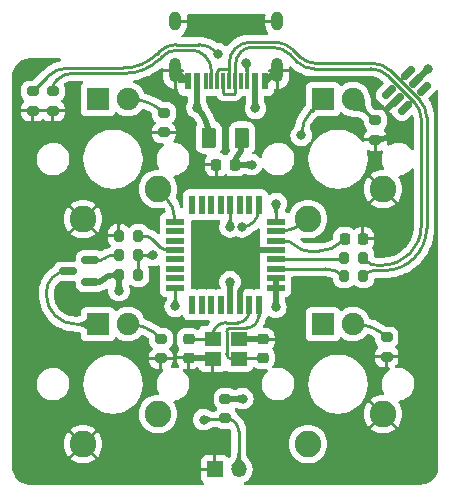
<source format=gbl>
G04 #@! TF.GenerationSoftware,KiCad,Pcbnew,(6.0.0)*
G04 #@! TF.CreationDate,2022-01-14T23:04:14+01:00*
G04 #@! TF.ProjectId,pos,706f732e-6b69-4636-9164-5f7063625858,rev?*
G04 #@! TF.SameCoordinates,Original*
G04 #@! TF.FileFunction,Copper,L2,Bot*
G04 #@! TF.FilePolarity,Positive*
%FSLAX46Y46*%
G04 Gerber Fmt 4.6, Leading zero omitted, Abs format (unit mm)*
G04 Created by KiCad (PCBNEW (6.0.0)) date 2022-01-14 23:04:14*
%MOMM*%
%LPD*%
G01*
G04 APERTURE LIST*
G04 Aperture macros list*
%AMRoundRect*
0 Rectangle with rounded corners*
0 $1 Rounding radius*
0 $2 $3 $4 $5 $6 $7 $8 $9 X,Y pos of 4 corners*
0 Add a 4 corners polygon primitive as box body*
4,1,4,$2,$3,$4,$5,$6,$7,$8,$9,$2,$3,0*
0 Add four circle primitives for the rounded corners*
1,1,$1+$1,$2,$3*
1,1,$1+$1,$4,$5*
1,1,$1+$1,$6,$7*
1,1,$1+$1,$8,$9*
0 Add four rect primitives between the rounded corners*
20,1,$1+$1,$2,$3,$4,$5,0*
20,1,$1+$1,$4,$5,$6,$7,0*
20,1,$1+$1,$6,$7,$8,$9,0*
20,1,$1+$1,$8,$9,$2,$3,0*%
G04 Aperture macros list end*
G04 #@! TA.AperFunction,ComponentPad*
%ADD10R,1.350000X1.350000*%
G04 #@! TD*
G04 #@! TA.AperFunction,ComponentPad*
%ADD11O,1.350000X1.350000*%
G04 #@! TD*
G04 #@! TA.AperFunction,ComponentPad*
%ADD12C,2.250000*%
G04 #@! TD*
G04 #@! TA.AperFunction,ComponentPad*
%ADD13C,1.905000*%
G04 #@! TD*
G04 #@! TA.AperFunction,ComponentPad*
%ADD14R,1.905000X1.905000*%
G04 #@! TD*
G04 #@! TA.AperFunction,SMDPad,CuDef*
%ADD15RoundRect,0.225000X0.225000X0.250000X-0.225000X0.250000X-0.225000X-0.250000X0.225000X-0.250000X0*%
G04 #@! TD*
G04 #@! TA.AperFunction,SMDPad,CuDef*
%ADD16RoundRect,0.225000X-0.225000X-0.250000X0.225000X-0.250000X0.225000X0.250000X-0.225000X0.250000X0*%
G04 #@! TD*
G04 #@! TA.AperFunction,SMDPad,CuDef*
%ADD17RoundRect,0.250000X0.375000X0.625000X-0.375000X0.625000X-0.375000X-0.625000X0.375000X-0.625000X0*%
G04 #@! TD*
G04 #@! TA.AperFunction,SMDPad,CuDef*
%ADD18RoundRect,0.200000X0.275000X-0.200000X0.275000X0.200000X-0.275000X0.200000X-0.275000X-0.200000X0*%
G04 #@! TD*
G04 #@! TA.AperFunction,SMDPad,CuDef*
%ADD19RoundRect,0.200000X0.200000X0.275000X-0.200000X0.275000X-0.200000X-0.275000X0.200000X-0.275000X0*%
G04 #@! TD*
G04 #@! TA.AperFunction,SMDPad,CuDef*
%ADD20RoundRect,0.200000X-0.200000X-0.275000X0.200000X-0.275000X0.200000X0.275000X-0.200000X0.275000X0*%
G04 #@! TD*
G04 #@! TA.AperFunction,SMDPad,CuDef*
%ADD21R,0.550000X1.600000*%
G04 #@! TD*
G04 #@! TA.AperFunction,SMDPad,CuDef*
%ADD22R,1.600000X0.550000*%
G04 #@! TD*
G04 #@! TA.AperFunction,SMDPad,CuDef*
%ADD23RoundRect,0.150000X-0.256326X-0.468458X0.468458X0.256326X0.256326X0.468458X-0.468458X-0.256326X0*%
G04 #@! TD*
G04 #@! TA.AperFunction,SMDPad,CuDef*
%ADD24R,0.600000X1.450000*%
G04 #@! TD*
G04 #@! TA.AperFunction,SMDPad,CuDef*
%ADD25R,0.300000X1.450000*%
G04 #@! TD*
G04 #@! TA.AperFunction,ComponentPad*
%ADD26O,1.000000X1.600000*%
G04 #@! TD*
G04 #@! TA.AperFunction,ComponentPad*
%ADD27O,1.000000X2.100000*%
G04 #@! TD*
G04 #@! TA.AperFunction,SMDPad,CuDef*
%ADD28RoundRect,0.150000X0.587500X0.150000X-0.587500X0.150000X-0.587500X-0.150000X0.587500X-0.150000X0*%
G04 #@! TD*
G04 #@! TA.AperFunction,SMDPad,CuDef*
%ADD29RoundRect,0.225000X-0.250000X0.225000X-0.250000X-0.225000X0.250000X-0.225000X0.250000X0.225000X0*%
G04 #@! TD*
G04 #@! TA.AperFunction,SMDPad,CuDef*
%ADD30RoundRect,0.225000X0.250000X-0.225000X0.250000X0.225000X-0.250000X0.225000X-0.250000X-0.225000X0*%
G04 #@! TD*
G04 #@! TA.AperFunction,SMDPad,CuDef*
%ADD31R,1.400000X1.200000*%
G04 #@! TD*
G04 #@! TA.AperFunction,ViaPad*
%ADD32C,0.800000*%
G04 #@! TD*
G04 #@! TA.AperFunction,Conductor*
%ADD33C,0.500000*%
G04 #@! TD*
G04 #@! TA.AperFunction,Conductor*
%ADD34C,0.250000*%
G04 #@! TD*
G04 APERTURE END LIST*
D10*
X143573500Y-120713500D03*
D11*
X145573500Y-120713500D03*
D12*
X138747500Y-96996250D03*
X132397500Y-99536250D03*
D13*
X136207500Y-89376250D03*
D14*
X133667500Y-89376250D03*
D12*
X157797500Y-96996250D03*
X151447500Y-99536250D03*
D13*
X155257500Y-89376250D03*
D14*
X152717500Y-89376250D03*
D12*
X138747500Y-116046250D03*
X132397500Y-118586250D03*
D13*
X136207500Y-108426250D03*
D14*
X133667500Y-108426250D03*
D12*
X157797500Y-116046250D03*
X151447500Y-118586250D03*
D13*
X155257500Y-108426250D03*
D14*
X152717500Y-108426250D03*
D15*
X145237500Y-94932500D03*
X143687500Y-94932500D03*
D16*
X154546000Y-101219000D03*
X156096000Y-101219000D03*
D17*
X145862500Y-92646500D03*
X143062500Y-92646500D03*
D18*
X129857500Y-90360000D03*
X129857500Y-88710000D03*
X128143000Y-90360000D03*
X128143000Y-88710000D03*
D19*
X156146000Y-102806500D03*
X154496000Y-102806500D03*
X156146000Y-104394000D03*
X154496000Y-104394000D03*
D20*
X135446000Y-100965000D03*
X137096000Y-100965000D03*
D18*
X144462500Y-116395000D03*
X144462500Y-114745000D03*
X139255500Y-92201500D03*
X139255500Y-90551500D03*
D21*
X147262500Y-106802500D03*
X146462500Y-106802500D03*
X145662500Y-106802500D03*
X144862500Y-106802500D03*
X144062500Y-106802500D03*
X143262500Y-106802500D03*
X142462500Y-106802500D03*
X141662500Y-106802500D03*
D22*
X140212500Y-105352500D03*
X140212500Y-104552500D03*
X140212500Y-103752500D03*
X140212500Y-102952500D03*
X140212500Y-102152500D03*
X140212500Y-101352500D03*
X140212500Y-100552500D03*
X140212500Y-99752500D03*
D21*
X141662500Y-98302500D03*
X142462500Y-98302500D03*
X143262500Y-98302500D03*
X144062500Y-98302500D03*
X144862500Y-98302500D03*
X145662500Y-98302500D03*
X146462500Y-98302500D03*
X147262500Y-98302500D03*
D22*
X148712500Y-99752500D03*
X148712500Y-100552500D03*
X148712500Y-101352500D03*
X148712500Y-102152500D03*
X148712500Y-102952500D03*
X148712500Y-103752500D03*
X148712500Y-104552500D03*
X148712500Y-105352500D03*
D23*
X159644348Y-90101151D03*
X158972597Y-89429400D03*
X158300846Y-88757649D03*
X159909514Y-87148981D03*
X160581265Y-87820732D03*
X161253016Y-88492483D03*
D24*
X141276000Y-87865000D03*
X142076000Y-87865000D03*
D25*
X143276000Y-87865000D03*
X144276000Y-87865000D03*
X144776000Y-87865000D03*
X145776000Y-87865000D03*
D24*
X146976000Y-87865000D03*
X147776000Y-87865000D03*
X147776000Y-87865000D03*
X146976000Y-87865000D03*
D25*
X146276000Y-87865000D03*
X145276000Y-87865000D03*
X143776000Y-87865000D03*
X142776000Y-87865000D03*
D24*
X142076000Y-87865000D03*
X141276000Y-87865000D03*
D26*
X140206000Y-82770000D03*
D27*
X148846000Y-86950000D03*
D26*
X148846000Y-82770000D03*
D27*
X140206000Y-86950000D03*
D28*
X133017500Y-102999500D03*
X133017500Y-104899500D03*
X131142500Y-103949500D03*
D19*
X137096000Y-102616000D03*
X135446000Y-102616000D03*
D20*
X135446000Y-104267000D03*
X137096000Y-104267000D03*
D18*
X157162500Y-92836500D03*
X157162500Y-91186500D03*
X139001500Y-111315000D03*
X139001500Y-109665000D03*
X158115000Y-111188000D03*
X158115000Y-109538000D03*
D29*
X141351000Y-109726991D03*
X141351000Y-111276991D03*
D30*
X147637500Y-111265000D03*
X147637500Y-109715000D03*
D31*
X145589702Y-111376490D03*
X143389702Y-111376490D03*
X143389702Y-109676490D03*
X145589702Y-109676490D03*
D32*
X144843500Y-102933500D03*
X152336500Y-105156000D03*
X148717000Y-106997500D03*
X135445500Y-105600500D03*
X144843500Y-104838500D03*
X145923000Y-114744500D03*
X146685000Y-94932500D03*
X147002500Y-90170000D03*
X142049500Y-90106500D03*
X161607500Y-86804500D03*
X150876000Y-92456000D03*
X143827500Y-85534500D03*
X146240500Y-86296500D03*
X142621000Y-116522500D03*
X145843503Y-100203000D03*
X138366500Y-102616000D03*
X144843500Y-100203000D03*
X140208000Y-106934000D03*
X148780500Y-98234500D03*
D33*
X143290203Y-111276991D02*
X143389702Y-111376490D01*
X145628212Y-109715000D02*
X145589702Y-109676490D01*
X141351000Y-111276991D02*
X143290203Y-111276991D01*
X147637500Y-109715000D02*
X145628212Y-109715000D01*
X147773703Y-109676490D02*
X147898203Y-109551990D01*
X147776000Y-87865000D02*
X147931000Y-87865000D01*
X145662500Y-105607000D02*
X146367500Y-104902000D01*
X148712500Y-102152500D02*
X146856500Y-102152500D01*
X141276000Y-87865000D02*
X141121000Y-87865000D01*
X158999114Y-89402883D02*
X158178500Y-90223497D01*
X145662500Y-106802500D02*
X145662500Y-105607000D01*
X147931000Y-87865000D02*
X148846000Y-86950000D01*
X157162500Y-92836500D02*
X157244485Y-92836500D01*
X141121000Y-87865000D02*
X140206000Y-86950000D01*
X158623000Y-92265500D02*
G75*
G02*
X157244485Y-92836500I-1378515J1378513D01*
G01*
X144462500Y-114745000D02*
X145922500Y-114745000D01*
X135446000Y-104267000D02*
X135446000Y-105600000D01*
X135031815Y-104267000D02*
X135446000Y-104267000D01*
X145922500Y-114745000D02*
X145923000Y-114744500D01*
X145237500Y-94932500D02*
X145237500Y-94842128D01*
X144862500Y-104857500D02*
X144843500Y-104838500D01*
X148712500Y-105352500D02*
X148712500Y-106993000D01*
X133080000Y-104899500D02*
X133504826Y-104899500D01*
X145862500Y-93333245D02*
X145862500Y-92646500D01*
X146685000Y-94932500D02*
X145237500Y-94932500D01*
X144862500Y-106802500D02*
X144862500Y-104857500D01*
X148712500Y-106993000D02*
X148717000Y-106997500D01*
X148712500Y-105352500D02*
X148712500Y-104552500D01*
X135446000Y-105600000D02*
X135445500Y-105600500D01*
X145542000Y-94107000D02*
G75*
G03*
X145237500Y-94842128I735130J-735129D01*
G01*
X134112000Y-104648000D02*
G75*
G02*
X133504826Y-104899500I-607171J607166D01*
G01*
X135031815Y-104267001D02*
G75*
G03*
X134112001Y-104648001I0J-1300814D01*
G01*
X145862499Y-93333245D02*
G75*
G02*
X145541999Y-94106999I-1094247J-3D01*
G01*
D34*
X147637500Y-111265000D02*
X145701192Y-111265000D01*
X145701192Y-111265000D02*
X145589702Y-111376490D01*
X144564701Y-109054299D02*
X144564701Y-110959299D01*
X147262500Y-106802500D02*
X147262500Y-107735764D01*
X146246775Y-108751489D02*
X144867511Y-108751489D01*
X144981892Y-111376490D02*
X145589702Y-111376490D01*
X146969607Y-108442871D02*
X146953882Y-108458596D01*
X144564701Y-109054299D02*
G75*
G02*
X144867511Y-108751489I302810J0D01*
G01*
X144981892Y-111376490D02*
G75*
G02*
X144564701Y-110959299I-1J417190D01*
G01*
X146246775Y-108751488D02*
G75*
G03*
X146953881Y-108458595I3J999993D01*
G01*
X146969607Y-108442871D02*
G75*
G03*
X147262500Y-107735764I-707101J707104D01*
G01*
X141351000Y-109726991D02*
X143339201Y-109726991D01*
X143339201Y-109726991D02*
X143389702Y-109676490D01*
X146462500Y-106802500D02*
X146462500Y-107351458D01*
X143389702Y-109676490D02*
X143389702Y-109408256D01*
X144496479Y-108301479D02*
X145512479Y-108301479D01*
X144496479Y-108301479D02*
G75*
G03*
X143389702Y-109408256I-2J-1106775D01*
G01*
X145512479Y-108301479D02*
G75*
G03*
X146462500Y-107351458I-1J950022D01*
G01*
X154546000Y-101219000D02*
X154329030Y-101435969D01*
X148712500Y-101352500D02*
X149284272Y-101352500D01*
X152400000Y-102235000D02*
X151414815Y-102235000D01*
X150495000Y-101854000D02*
G75*
G03*
X149284272Y-101352500I-1210730J-1210734D01*
G01*
X150495000Y-101854000D02*
G75*
G03*
X151414815Y-102235000I919817J919820D01*
G01*
X152400000Y-102234999D02*
G75*
G03*
X154329030Y-101435969I3J2728052D01*
G01*
D33*
X146976000Y-90143500D02*
X147002500Y-90170000D01*
X161597497Y-86804500D02*
X160554748Y-87847249D01*
X143062500Y-92646500D02*
X143062500Y-92552098D01*
X146976000Y-87865000D02*
X146976000Y-90143500D01*
X161607500Y-86804500D02*
X161597497Y-86804500D01*
X142049500Y-89598500D02*
X142049500Y-87891500D01*
X142049500Y-87891500D02*
X142076000Y-87865000D01*
X142049500Y-89598500D02*
X142049500Y-90106500D01*
X142049500Y-90106500D02*
G75*
G02*
X143062500Y-92552098I-2445597J-2445598D01*
G01*
D34*
X151751575Y-90342175D02*
X152717500Y-89376250D01*
X129286000Y-105918000D02*
X129286000Y-105743500D01*
X133667500Y-108426250D02*
X131794250Y-108426250D01*
X131080000Y-103949500D02*
G75*
G03*
X129286000Y-105743500I-1J-1793999D01*
G01*
X151751575Y-90342175D02*
G75*
G03*
X150876000Y-92456000I2113830J-2113827D01*
G01*
X129286000Y-105918000D02*
G75*
G03*
X131794250Y-108426250I2508249J-1D01*
G01*
X129857500Y-88488714D02*
X129857500Y-88710000D01*
X130160713Y-87771287D02*
X130150393Y-87781607D01*
X136011146Y-87185500D02*
X131574927Y-87185500D01*
X143276000Y-87865000D02*
X143276000Y-86999704D01*
X139050713Y-85802787D02*
X138839573Y-86013927D01*
X141521580Y-85217000D02*
X140464927Y-85217000D01*
X136011146Y-87185500D02*
G75*
G03*
X138839573Y-86013927I0J3999999D01*
G01*
X139050713Y-85802787D02*
G75*
G02*
X140464927Y-85217000I1414214J-1414213D01*
G01*
X129857501Y-88488714D02*
G75*
G02*
X130150394Y-87781608I999998J1D01*
G01*
X130160713Y-87771287D02*
G75*
G02*
X131574927Y-87185500I1414214J-1414213D01*
G01*
X141521580Y-85217001D02*
G75*
G02*
X142747999Y-85725001I2J-1734414D01*
G01*
X142748000Y-85725000D02*
G75*
G02*
X143276000Y-86999704I-1274699J-1274702D01*
G01*
X138653173Y-85563917D02*
X138864314Y-85352776D01*
X140278527Y-84766990D02*
X142231563Y-84766990D01*
X129390504Y-87462495D02*
X128143000Y-88710000D01*
X143645777Y-85352777D02*
X143827500Y-85534500D01*
X146276000Y-87865000D02*
X146276000Y-86332000D01*
X131145651Y-86735490D02*
X135824746Y-86735490D01*
X146276000Y-86332000D02*
X146240500Y-86296500D01*
X129390504Y-87462495D02*
G75*
G02*
X131145651Y-86735490I1755151J-1755158D01*
G01*
X135824746Y-86735490D02*
G75*
G03*
X138653173Y-85563917I0J3999999D01*
G01*
X142231563Y-84766991D02*
G75*
G02*
X143645776Y-85352778I0J-1999999D01*
G01*
X140278527Y-84766991D02*
G75*
G03*
X138864315Y-85352777I0J-1999999D01*
G01*
X148712500Y-102952500D02*
X154350000Y-102952500D01*
X154350000Y-102952500D02*
X154496000Y-102806500D01*
X151962527Y-86810010D02*
X156786982Y-86810010D01*
X149905332Y-85581242D02*
X150548314Y-86224224D01*
X144276000Y-87865000D02*
X144276000Y-88840000D01*
X159670865Y-90074635D02*
X160275449Y-89470051D01*
X158201195Y-87395796D02*
X159545200Y-88739800D01*
X146637462Y-84995455D02*
X148491118Y-84995455D01*
X145276000Y-88825002D02*
X145276000Y-87865000D01*
X144276000Y-88840000D02*
X144351001Y-88915001D01*
X145276000Y-87865000D02*
X145276000Y-86599391D01*
X145186001Y-88915001D02*
X145276000Y-88825002D01*
X159545200Y-88739800D02*
X160275449Y-89470051D01*
X160450214Y-89644815D02*
X159545200Y-88739800D01*
X144351001Y-88915001D02*
X145186001Y-88915001D01*
X156146000Y-102806500D02*
X156482597Y-103143097D01*
X161036000Y-100128759D02*
X161036000Y-91059028D01*
X157189704Y-103435990D02*
X157728769Y-103435990D01*
X161036000Y-100128759D02*
G75*
G02*
X157728769Y-103435990I-3307233J2D01*
G01*
X157189704Y-103435989D02*
G75*
G02*
X156482598Y-103143096I-1J999998D01*
G01*
X146637462Y-84995455D02*
G75*
G03*
X145796000Y-85344000I3J-1190014D01*
G01*
X151962527Y-86810009D02*
G75*
G02*
X150548315Y-86224223I0J1999999D01*
G01*
X145796000Y-85344000D02*
G75*
G03*
X145276000Y-86599391I1255388J-1255390D01*
G01*
X158201195Y-87395796D02*
G75*
G03*
X156786982Y-86810010I-1414213J-1414214D01*
G01*
X160450214Y-89644815D02*
G75*
G02*
X161036000Y-91059028I-1414214J-1414213D01*
G01*
X149905332Y-85581242D02*
G75*
G03*
X148491118Y-84995455I-1414214J-1414213D01*
G01*
X148712500Y-103752500D02*
X152947282Y-103752500D01*
X154496000Y-104394000D02*
G75*
G03*
X152947282Y-103752500I-1548716J-1548714D01*
G01*
X160900223Y-89458413D02*
X159228405Y-87786595D01*
X155956000Y-86360000D02*
X152148927Y-86360000D01*
X144776000Y-86326077D02*
X144776000Y-86890000D01*
X157068214Y-103886000D02*
X157914477Y-103886000D01*
X150734713Y-85774213D02*
X150091732Y-85131232D01*
X143944001Y-86814999D02*
X143776000Y-86983000D01*
X148677519Y-84545446D02*
X146602669Y-84545446D01*
X161486010Y-100314467D02*
X161486010Y-90872627D01*
X158387596Y-86945787D02*
X159228405Y-87786595D01*
X144776000Y-86890000D02*
X144700999Y-86814999D01*
X159271899Y-87786595D02*
X159228405Y-87786595D01*
X144776000Y-87865000D02*
X144776000Y-86890000D01*
X156146000Y-104394000D02*
X156361107Y-104178893D01*
X159882997Y-87175497D02*
X159271899Y-87786595D01*
X155956000Y-86360000D02*
X156973384Y-86360001D01*
X144700999Y-86814999D02*
X143944001Y-86814999D01*
X143776000Y-86983000D02*
X143776000Y-87865000D01*
X160900223Y-89458413D02*
G75*
G02*
X161486010Y-90872627I-1414213J-1414214D01*
G01*
X144776001Y-86326077D02*
G75*
G02*
X145288001Y-85090001I1748071J2D01*
G01*
X156973384Y-86360002D02*
G75*
G02*
X158387595Y-86945788I-1J-1999999D01*
G01*
X157068214Y-103886001D02*
G75*
G03*
X156361108Y-104178894I-1J-999998D01*
G01*
X150091732Y-85131232D02*
G75*
G03*
X148677519Y-84545446I-1414213J-1414214D01*
G01*
X145288000Y-85090000D02*
G75*
G02*
X146602669Y-84545446I1314666J-1314661D01*
G01*
X152148927Y-86359999D02*
G75*
G02*
X150734714Y-85774212I0J1999999D01*
G01*
X161486010Y-100314467D02*
G75*
G02*
X157914477Y-103886000I-3571534J1D01*
G01*
X137571286Y-100965000D02*
X137096000Y-100965000D01*
X138880107Y-101859607D02*
X138278393Y-101257893D01*
X140212500Y-102152500D02*
X139587214Y-102152500D01*
X138880107Y-101859607D02*
G75*
G03*
X139587214Y-102152500I707106J707106D01*
G01*
X137571286Y-100965001D02*
G75*
G02*
X138278392Y-101257894I3J-999993D01*
G01*
X145573500Y-120713500D02*
X145573500Y-117506000D01*
X144462500Y-116482500D02*
X142661000Y-116482500D01*
X142661000Y-116482500D02*
X142621000Y-116522500D01*
X147262500Y-98784003D02*
X147262500Y-98302500D01*
X147262500Y-98784003D02*
G75*
G02*
X145843503Y-100203000I-1418998J1D01*
G01*
X144462500Y-116395000D02*
G75*
G02*
X145573500Y-117506000I1J-1110999D01*
G01*
X134852210Y-102616000D02*
X135446000Y-102616000D01*
X133080000Y-102999500D02*
X133926360Y-102999500D01*
X134852210Y-102616001D02*
G75*
G03*
X134239000Y-102870000I0J-867210D01*
G01*
X134239000Y-102870000D02*
G75*
G02*
X133926360Y-102999500I-312637J312631D01*
G01*
X137096000Y-102616000D02*
X138366500Y-102616000D01*
X144862500Y-100184000D02*
X144843500Y-100203000D01*
X144862500Y-98302500D02*
X144862500Y-100184000D01*
X137096000Y-102616000D02*
X137096000Y-104267000D01*
X139299448Y-97548199D02*
X138747500Y-96996250D01*
X139299448Y-97548199D02*
G75*
G02*
X140212500Y-99752500I-2204294J-2204299D01*
G01*
X148712500Y-100552500D02*
X148994056Y-100552500D01*
X151447500Y-99536250D02*
G75*
G02*
X148994056Y-100552500I-2453441J2453436D01*
G01*
X140208000Y-106934000D02*
X140208000Y-105357000D01*
X140208000Y-105357000D02*
X140212500Y-105352500D01*
X148712500Y-98302500D02*
X148780500Y-98234500D01*
X148712500Y-99752500D02*
X148712500Y-98302500D01*
X136207500Y-89376250D02*
X136418196Y-89376250D01*
X139255500Y-90551500D02*
G75*
G03*
X136418196Y-89376250I-2837303J-2837302D01*
G01*
X155257500Y-89376250D02*
X157000752Y-91119502D01*
X157162500Y-91186500D02*
G75*
G02*
X157000752Y-91119502I-2J228741D01*
G01*
X138862478Y-109525978D02*
X139001500Y-109665000D01*
X138862478Y-109525978D02*
G75*
G03*
X136207500Y-108426250I-2654978J-2654977D01*
G01*
X155430999Y-108426250D02*
X155257500Y-108426250D01*
X155430999Y-108426250D02*
G75*
G02*
X158115000Y-109538000I4J-3795740D01*
G01*
G04 #@! TA.AperFunction,Conductor*
G36*
X148821017Y-98047420D02*
G01*
X149101295Y-98460078D01*
X149103108Y-98468845D01*
X149100969Y-98473679D01*
X149060816Y-98527107D01*
X149060579Y-98527410D01*
X149018370Y-98579337D01*
X148979437Y-98625970D01*
X148944321Y-98669933D01*
X148913446Y-98713990D01*
X148887235Y-98760908D01*
X148866111Y-98813452D01*
X148850498Y-98874388D01*
X148840820Y-98946482D01*
X148840809Y-98946758D01*
X148840809Y-98946762D01*
X148837934Y-99021251D01*
X148834191Y-99029386D01*
X148826243Y-99032500D01*
X148598839Y-99032500D01*
X148590566Y-99029073D01*
X148587145Y-99021166D01*
X148584814Y-98946762D01*
X148584432Y-98934554D01*
X148578043Y-98874053D01*
X148575771Y-98852545D01*
X148575744Y-98852289D01*
X148562205Y-98782265D01*
X148555967Y-98760588D01*
X148544648Y-98721255D01*
X148544644Y-98721243D01*
X148544585Y-98721038D01*
X148525439Y-98669933D01*
X148523705Y-98665304D01*
X148523700Y-98665291D01*
X148523654Y-98665169D01*
X148500181Y-98611216D01*
X148474979Y-98555829D01*
X148474903Y-98555659D01*
X148448786Y-98495508D01*
X148448598Y-98495047D01*
X148422338Y-98426756D01*
X148422119Y-98426137D01*
X148398851Y-98353739D01*
X148399582Y-98344814D01*
X148403043Y-98340745D01*
X148624206Y-98177544D01*
X148804392Y-98044581D01*
X148813084Y-98042426D01*
X148821017Y-98047420D01*
G37*
G04 #@! TD.AperFunction*
G04 #@! TA.AperFunction,Conductor*
G36*
X145753963Y-114390267D02*
G01*
X146114218Y-114735822D01*
X146117816Y-114744022D01*
X146114240Y-114752689D01*
X145800704Y-115054975D01*
X145754872Y-115099163D01*
X145746537Y-115102438D01*
X145741837Y-115101358D01*
X145719615Y-115091075D01*
X145690042Y-115077390D01*
X145635628Y-115054975D01*
X145600982Y-115042932D01*
X145584102Y-115037064D01*
X145584097Y-115037063D01*
X145583903Y-115036995D01*
X145532907Y-115022972D01*
X145532710Y-115022932D01*
X145532705Y-115022931D01*
X145480879Y-115012463D01*
X145480681Y-115012423D01*
X145480494Y-115012398D01*
X145480491Y-115012397D01*
X145425405Y-115004889D01*
X145425397Y-115004888D01*
X145425264Y-115004870D01*
X145425137Y-115004859D01*
X145425124Y-115004858D01*
X145364830Y-114999842D01*
X145364831Y-114999842D01*
X145364698Y-114999831D01*
X145297021Y-114996827D01*
X145296975Y-114996826D01*
X145296971Y-114996826D01*
X145220277Y-114995376D01*
X145220275Y-114995376D01*
X145144150Y-114995050D01*
X145135891Y-114991588D01*
X145132500Y-114983350D01*
X145132500Y-114506649D01*
X145135927Y-114498376D01*
X145144148Y-114494949D01*
X145220165Y-114494618D01*
X145296820Y-114493153D01*
X145364419Y-114490124D01*
X145364521Y-114490115D01*
X145364528Y-114490115D01*
X145424755Y-114485063D01*
X145424773Y-114485061D01*
X145424916Y-114485049D01*
X145425064Y-114485029D01*
X145425079Y-114485027D01*
X145453236Y-114481160D01*
X145480264Y-114477449D01*
X145532419Y-114466841D01*
X145560865Y-114458966D01*
X145583147Y-114452798D01*
X145583153Y-114452796D01*
X145583334Y-114452746D01*
X145634964Y-114434681D01*
X145689262Y-114412168D01*
X145689371Y-114412117D01*
X145689383Y-114412112D01*
X145711456Y-114401831D01*
X145740925Y-114388105D01*
X145749870Y-114387718D01*
X145753963Y-114390267D01*
G37*
G04 #@! TD.AperFunction*
G04 #@! TA.AperFunction,Conductor*
G36*
X135692623Y-104813427D02*
G01*
X135696050Y-104821649D01*
X135696376Y-104897775D01*
X135697827Y-104974521D01*
X135700831Y-105042198D01*
X135700842Y-105042330D01*
X135705855Y-105102579D01*
X135705870Y-105102764D01*
X135713423Y-105158181D01*
X135713463Y-105158379D01*
X135723913Y-105210113D01*
X135723972Y-105210407D01*
X135737995Y-105261403D01*
X135755975Y-105313128D01*
X135756042Y-105313290D01*
X135778119Y-105366883D01*
X135778390Y-105367542D01*
X135778438Y-105367645D01*
X135802358Y-105419337D01*
X135802723Y-105428285D01*
X135800163Y-105432372D01*
X135453689Y-105791740D01*
X135445480Y-105795317D01*
X135436822Y-105791718D01*
X135091267Y-105431463D01*
X135088014Y-105423120D01*
X135089105Y-105418424D01*
X135113112Y-105366883D01*
X135113117Y-105366871D01*
X135113168Y-105366762D01*
X135135681Y-105312464D01*
X135153746Y-105260834D01*
X135167841Y-105209919D01*
X135178449Y-105157764D01*
X135185982Y-105102905D01*
X135186027Y-105102579D01*
X135186029Y-105102564D01*
X135186049Y-105102416D01*
X135191124Y-105041919D01*
X135194153Y-104974320D01*
X135195618Y-104897665D01*
X135195949Y-104821648D01*
X135199412Y-104813391D01*
X135207649Y-104810000D01*
X135684350Y-104810000D01*
X135692623Y-104813427D01*
G37*
G04 #@! TD.AperFunction*
G04 #@! TA.AperFunction,Conductor*
G36*
X148959124Y-106206427D02*
G01*
X148962551Y-106214649D01*
X148962883Y-106290788D01*
X148964364Y-106367578D01*
X148964367Y-106367641D01*
X148964368Y-106367677D01*
X148964445Y-106369367D01*
X148967436Y-106435311D01*
X148972592Y-106495931D01*
X148980328Y-106551380D01*
X148991137Y-106603601D01*
X148991190Y-106603790D01*
X148991193Y-106603801D01*
X148992362Y-106607941D01*
X149005514Y-106654536D01*
X149023951Y-106706127D01*
X149046944Y-106760317D01*
X149047004Y-106760443D01*
X149047010Y-106760456D01*
X149071539Y-106811828D01*
X149072011Y-106820770D01*
X149069507Y-106824880D01*
X148727614Y-107188621D01*
X148719451Y-107192302D01*
X148710749Y-107188814D01*
X148360652Y-106832971D01*
X148357292Y-106824670D01*
X148358324Y-106819960D01*
X148358734Y-106819050D01*
X148382064Y-106767260D01*
X148382115Y-106767133D01*
X148404112Y-106712178D01*
X148404115Y-106712171D01*
X148404169Y-106712035D01*
X148421840Y-106659593D01*
X148435565Y-106607941D01*
X148445836Y-106555085D01*
X148446296Y-106551562D01*
X148453124Y-106499162D01*
X148453141Y-106499033D01*
X148457970Y-106437791D01*
X148460813Y-106369367D01*
X148462159Y-106291768D01*
X148462455Y-106214654D01*
X148465914Y-106206395D01*
X148474155Y-106203000D01*
X148950851Y-106203000D01*
X148959124Y-106206427D01*
G37*
G04 #@! TD.AperFunction*
G04 #@! TA.AperFunction,Conductor*
G36*
X146516418Y-94578052D02*
G01*
X146876231Y-94924067D01*
X146879819Y-94932271D01*
X146876231Y-94940933D01*
X146516418Y-95286948D01*
X146508079Y-95290213D01*
X146503381Y-95289127D01*
X146483962Y-95280111D01*
X146451699Y-95265131D01*
X146397386Y-95242677D01*
X146345751Y-95224660D01*
X146345596Y-95224617D01*
X146345589Y-95224615D01*
X146328058Y-95219774D01*
X146294838Y-95210599D01*
X146287859Y-95209183D01*
X146242874Y-95200054D01*
X146242870Y-95200053D01*
X146242691Y-95200017D01*
X146187354Y-95192433D01*
X146187192Y-95192419D01*
X146187188Y-95192419D01*
X146126992Y-95187378D01*
X146126994Y-95187378D01*
X146126873Y-95187368D01*
X146059290Y-95184344D01*
X145982651Y-95182881D01*
X145906648Y-95182551D01*
X145898391Y-95179088D01*
X145895000Y-95170851D01*
X145895000Y-94694149D01*
X145898427Y-94685876D01*
X145906648Y-94682449D01*
X145982651Y-94682118D01*
X146059290Y-94680655D01*
X146126873Y-94677631D01*
X146142568Y-94676317D01*
X146187188Y-94672580D01*
X146187192Y-94672580D01*
X146187354Y-94672566D01*
X146242691Y-94664982D01*
X146242870Y-94664946D01*
X146242874Y-94664945D01*
X146294626Y-94654443D01*
X146294625Y-94654443D01*
X146294838Y-94654400D01*
X146328058Y-94645225D01*
X146345589Y-94640384D01*
X146345596Y-94640382D01*
X146345751Y-94640339D01*
X146397386Y-94622322D01*
X146451699Y-94599868D01*
X146451839Y-94599803D01*
X146503381Y-94575873D01*
X146512328Y-94575497D01*
X146516418Y-94578052D01*
G37*
G04 #@! TD.AperFunction*
G04 #@! TA.AperFunction,Conductor*
G36*
X144843051Y-104647085D02*
G01*
X144843877Y-104647867D01*
X145205392Y-104990455D01*
X145209040Y-104998633D01*
X145208176Y-105003370D01*
X145185326Y-105059282D01*
X145164413Y-105117382D01*
X145147936Y-105172373D01*
X145135369Y-105226364D01*
X145135339Y-105226545D01*
X145135336Y-105226559D01*
X145128426Y-105268007D01*
X145126182Y-105281466D01*
X145119850Y-105339789D01*
X145115842Y-105403443D01*
X145115838Y-105403558D01*
X145115838Y-105403567D01*
X145115535Y-105413335D01*
X145113633Y-105474540D01*
X145113632Y-105474586D01*
X145113632Y-105474606D01*
X145112695Y-105555157D01*
X145112695Y-105555268D01*
X145112525Y-105635825D01*
X145109081Y-105644091D01*
X145100825Y-105647500D01*
X144624147Y-105647500D01*
X144615874Y-105644073D01*
X144612447Y-105635853D01*
X144612100Y-105559154D01*
X144610544Y-105481829D01*
X144610541Y-105481728D01*
X144607299Y-105413602D01*
X144607293Y-105413474D01*
X144606394Y-105403443D01*
X144601825Y-105352497D01*
X144601824Y-105352489D01*
X144601810Y-105352332D01*
X144599959Y-105339789D01*
X144593588Y-105296642D01*
X144593588Y-105296639D01*
X144593560Y-105296453D01*
X144582003Y-105243932D01*
X144566604Y-105192866D01*
X144558809Y-105172563D01*
X144546887Y-105141514D01*
X144546885Y-105141509D01*
X144546825Y-105141353D01*
X144522129Y-105087490D01*
X144495657Y-105036463D01*
X144494889Y-105027541D01*
X144497243Y-105023365D01*
X144826204Y-104647867D01*
X144834233Y-104643902D01*
X144843051Y-104647085D01*
G37*
G04 #@! TD.AperFunction*
G04 #@! TA.AperFunction,Conductor*
G36*
X161747530Y-86669053D02*
G01*
X161750963Y-86677777D01*
X161734328Y-87122838D01*
X161732318Y-87176629D01*
X161728584Y-87184768D01*
X161724460Y-87187246D01*
X161670473Y-87205972D01*
X161615726Y-87227770D01*
X161566054Y-87251029D01*
X161519733Y-87276763D01*
X161475039Y-87305986D01*
X161430250Y-87339710D01*
X161383640Y-87378949D01*
X161333488Y-87424717D01*
X161278069Y-87478026D01*
X161278034Y-87478060D01*
X161278005Y-87478089D01*
X161223933Y-87531689D01*
X161215645Y-87535080D01*
X161207423Y-87531653D01*
X160870351Y-87194581D01*
X160866924Y-87186308D01*
X160870322Y-87178064D01*
X160925051Y-87122945D01*
X160925100Y-87122896D01*
X160979454Y-87066735D01*
X161026241Y-87016079D01*
X161066534Y-86969153D01*
X161101408Y-86924182D01*
X161131935Y-86879390D01*
X161159190Y-86833003D01*
X161184245Y-86783246D01*
X161208174Y-86728344D01*
X161229167Y-86673992D01*
X161235343Y-86667510D01*
X161240060Y-86666508D01*
X161739251Y-86665641D01*
X161747530Y-86669053D01*
G37*
G04 #@! TD.AperFunction*
G04 #@! TA.AperFunction,Conductor*
G36*
X147222632Y-89366927D02*
G01*
X147226059Y-89375140D01*
X147226060Y-89375179D01*
X147226445Y-89450734D01*
X147228137Y-89527173D01*
X147228141Y-89527249D01*
X147228141Y-89527252D01*
X147228660Y-89537335D01*
X147231608Y-89594672D01*
X147237388Y-89655085D01*
X147246012Y-89710265D01*
X147258010Y-89762068D01*
X147273915Y-89812348D01*
X147294260Y-89862960D01*
X147319575Y-89915757D01*
X147319645Y-89915886D01*
X147319648Y-89915892D01*
X147346589Y-89965576D01*
X147347520Y-89974482D01*
X147345247Y-89978697D01*
X147023355Y-90360276D01*
X147015401Y-90364390D01*
X147006524Y-90361373D01*
X146637838Y-90024834D01*
X146634038Y-90016726D01*
X146634817Y-90011964D01*
X146643525Y-89989502D01*
X146656779Y-89955313D01*
X146676825Y-89896584D01*
X146692575Y-89841102D01*
X146704546Y-89786722D01*
X146713257Y-89731300D01*
X146719224Y-89672691D01*
X146720270Y-89654813D01*
X146722960Y-89608828D01*
X146722961Y-89608804D01*
X146722964Y-89608751D01*
X146724995Y-89537335D01*
X146725835Y-89456299D01*
X146725979Y-89375178D01*
X146729421Y-89366912D01*
X146737679Y-89363500D01*
X147214359Y-89363500D01*
X147222632Y-89366927D01*
G37*
G04 #@! TD.AperFunction*
G04 #@! TA.AperFunction,Conductor*
G36*
X142296117Y-89309927D02*
G01*
X142299544Y-89318155D01*
X142299838Y-89395539D01*
X142301193Y-89473408D01*
X142304071Y-89542090D01*
X142308980Y-89603565D01*
X142316427Y-89659819D01*
X142326920Y-89712832D01*
X142340966Y-89764589D01*
X142359073Y-89817071D01*
X142359134Y-89817220D01*
X142359141Y-89817238D01*
X142381699Y-89872144D01*
X142381707Y-89872163D01*
X142381748Y-89872262D01*
X142381796Y-89872365D01*
X142381801Y-89872377D01*
X142406135Y-89924883D01*
X142406505Y-89933830D01*
X142403953Y-89937913D01*
X142057933Y-90297731D01*
X142049729Y-90301319D01*
X142041067Y-90297731D01*
X141695048Y-89937914D01*
X141691783Y-89929575D01*
X141692865Y-89924885D01*
X141717194Y-89872385D01*
X141717251Y-89872262D01*
X141720683Y-89863909D01*
X141739858Y-89817238D01*
X141739865Y-89817220D01*
X141739926Y-89817071D01*
X141758033Y-89764589D01*
X141772079Y-89712832D01*
X141782572Y-89659819D01*
X141790019Y-89603565D01*
X141794928Y-89542090D01*
X141797806Y-89473408D01*
X141799161Y-89395539D01*
X141799456Y-89318155D01*
X141802914Y-89309895D01*
X141811156Y-89306500D01*
X142287844Y-89306500D01*
X142296117Y-89309927D01*
G37*
G04 #@! TD.AperFunction*
G04 #@! TA.AperFunction,Conductor*
G36*
X155479580Y-89050416D02*
G01*
X156148666Y-89063495D01*
X156156869Y-89067083D01*
X156159663Y-89071901D01*
X156214707Y-89259614D01*
X156214968Y-89260689D01*
X156248858Y-89436261D01*
X156248989Y-89437104D01*
X156267924Y-89597231D01*
X156267964Y-89597624D01*
X156280368Y-89746630D01*
X156294674Y-89888426D01*
X156319342Y-90027019D01*
X156362849Y-90166598D01*
X156363042Y-90166992D01*
X156363043Y-90166995D01*
X156416372Y-90275997D01*
X156433669Y-90311351D01*
X156433915Y-90311707D01*
X156433917Y-90311710D01*
X156472676Y-90367739D01*
X156540280Y-90465466D01*
X156683735Y-90624882D01*
X156686721Y-90633322D01*
X156683310Y-90640979D01*
X156522229Y-90802060D01*
X156513956Y-90805487D01*
X156506132Y-90802485D01*
X156346716Y-90659030D01*
X156192601Y-90552419D01*
X156047848Y-90481599D01*
X155908269Y-90438092D01*
X155907919Y-90438030D01*
X155907912Y-90438028D01*
X155769890Y-90413462D01*
X155769888Y-90413462D01*
X155769676Y-90413424D01*
X155769465Y-90413403D01*
X155769460Y-90413402D01*
X155668373Y-90403203D01*
X155627880Y-90399118D01*
X155478874Y-90386714D01*
X155478492Y-90386675D01*
X155386132Y-90375754D01*
X155318354Y-90367739D01*
X155317511Y-90367608D01*
X155141939Y-90333718D01*
X155140864Y-90333457D01*
X155032380Y-90301646D01*
X154953150Y-90278413D01*
X154946176Y-90272797D01*
X154944745Y-90267415D01*
X154940053Y-90027364D01*
X154921375Y-89071901D01*
X154920979Y-89051656D01*
X154924244Y-89043317D01*
X154932906Y-89039729D01*
X155479580Y-89050416D01*
G37*
G04 #@! TD.AperFunction*
G04 #@! TA.AperFunction,Conductor*
G36*
X153038349Y-89060594D02*
G01*
X153039006Y-89069525D01*
X153038350Y-89071109D01*
X152720687Y-89702452D01*
X152432516Y-90275181D01*
X152425736Y-90281031D01*
X152418953Y-90281201D01*
X152391762Y-90273701D01*
X152391754Y-90273699D01*
X152391536Y-90273639D01*
X152391297Y-90273592D01*
X152347030Y-90264893D01*
X152347020Y-90264891D01*
X152346804Y-90264849D01*
X152346595Y-90264825D01*
X152346583Y-90264823D01*
X152295505Y-90258925D01*
X152295504Y-90258925D01*
X152295245Y-90258895D01*
X152294986Y-90258888D01*
X152294976Y-90258887D01*
X152238393Y-90257294D01*
X152238384Y-90257294D01*
X152238094Y-90257286D01*
X152237807Y-90257306D01*
X152237797Y-90257306D01*
X152186618Y-90260840D01*
X152176589Y-90261533D01*
X152176289Y-90261587D01*
X152176280Y-90261588D01*
X152112304Y-90273086D01*
X152112297Y-90273088D01*
X152111967Y-90273147D01*
X152045463Y-90293639D01*
X151978316Y-90324520D01*
X151911760Y-90367300D01*
X151911447Y-90367572D01*
X151911440Y-90367577D01*
X151855268Y-90416343D01*
X151846774Y-90419179D01*
X151839325Y-90415781D01*
X151677969Y-90254425D01*
X151674542Y-90246152D01*
X151677407Y-90238482D01*
X151726172Y-90182309D01*
X151726177Y-90182302D01*
X151726449Y-90181989D01*
X151769229Y-90115433D01*
X151800110Y-90048286D01*
X151820602Y-89981782D01*
X151820663Y-89981445D01*
X151832161Y-89917469D01*
X151832162Y-89917460D01*
X151832216Y-89917160D01*
X151832909Y-89907131D01*
X151836443Y-89855952D01*
X151836443Y-89855942D01*
X151836463Y-89855655D01*
X151834854Y-89798504D01*
X151828900Y-89746945D01*
X151820110Y-89702213D01*
X151812548Y-89674796D01*
X151813652Y-89665910D01*
X151818567Y-89661235D01*
X153022639Y-89055401D01*
X153031569Y-89054744D01*
X153038349Y-89060594D01*
G37*
G04 #@! TD.AperFunction*
G04 #@! TA.AperFunction,Conductor*
G36*
X133201624Y-107604899D02*
G01*
X134133634Y-108417431D01*
X134137618Y-108425451D01*
X134134764Y-108433939D01*
X134133634Y-108435069D01*
X133738875Y-108779222D01*
X133423434Y-109054226D01*
X133201625Y-109247600D01*
X133193137Y-109250454D01*
X133187691Y-109248675D01*
X133038088Y-109154256D01*
X133037316Y-109153724D01*
X132905085Y-109054623D01*
X132904584Y-109054226D01*
X132788865Y-108957174D01*
X132788724Y-108957054D01*
X132681995Y-108864641D01*
X132681988Y-108864635D01*
X132681922Y-108864578D01*
X132576566Y-108779357D01*
X132576374Y-108779227D01*
X132576367Y-108779222D01*
X132465371Y-108704182D01*
X132465056Y-108703969D01*
X132339731Y-108640941D01*
X132192930Y-108592795D01*
X132016990Y-108562057D01*
X132016644Y-108562039D01*
X132016640Y-108562039D01*
X131815356Y-108551814D01*
X131807268Y-108547972D01*
X131804250Y-108540129D01*
X131804250Y-108312371D01*
X131807677Y-108304098D01*
X131815356Y-108300686D01*
X132016640Y-108290460D01*
X132016644Y-108290460D01*
X132016990Y-108290442D01*
X132192930Y-108259704D01*
X132339731Y-108211558D01*
X132465056Y-108148530D01*
X132474104Y-108142413D01*
X132576367Y-108073277D01*
X132576374Y-108073272D01*
X132576566Y-108073142D01*
X132681922Y-107987921D01*
X132681995Y-107987858D01*
X132788724Y-107895445D01*
X132788865Y-107895325D01*
X132904584Y-107798273D01*
X132905085Y-107797876D01*
X133037321Y-107698771D01*
X133038093Y-107698239D01*
X133187692Y-107603824D01*
X133196516Y-107602306D01*
X133201624Y-107604899D01*
G37*
G04 #@! TD.AperFunction*
G04 #@! TA.AperFunction,Conductor*
G36*
X146232223Y-86105263D02*
G01*
X146608009Y-86433274D01*
X146611988Y-86441296D01*
X146611129Y-86446554D01*
X146582742Y-86515284D01*
X146582497Y-86515836D01*
X146551579Y-86580955D01*
X146551397Y-86581321D01*
X146521555Y-86638893D01*
X146521517Y-86638967D01*
X146493986Y-86691173D01*
X146493495Y-86692103D01*
X146493454Y-86692187D01*
X146468034Y-86743937D01*
X146468028Y-86743951D01*
X146467957Y-86744095D01*
X146467889Y-86744260D01*
X146445695Y-86797950D01*
X146445691Y-86797962D01*
X146445596Y-86798191D01*
X146445518Y-86798442D01*
X146427152Y-86857432D01*
X146427149Y-86857442D01*
X146427066Y-86857710D01*
X146413021Y-86925972D01*
X146404114Y-87006295D01*
X146404107Y-87006511D01*
X146401368Y-87090681D01*
X146397674Y-87098838D01*
X146389674Y-87102000D01*
X146162282Y-87102000D01*
X146154009Y-87098573D01*
X146150590Y-87090725D01*
X146150589Y-87090681D01*
X146147746Y-87012439D01*
X146138302Y-86937350D01*
X146123144Y-86873765D01*
X146102749Y-86818717D01*
X146077593Y-86769240D01*
X146061800Y-86744095D01*
X146048232Y-86722493D01*
X146048224Y-86722480D01*
X146048153Y-86722368D01*
X146014905Y-86675133D01*
X145978396Y-86624667D01*
X145978268Y-86624487D01*
X145948331Y-86581321D01*
X145939029Y-86567909D01*
X145938758Y-86567500D01*
X145901553Y-86508665D01*
X145900028Y-86499841D01*
X145902334Y-86495069D01*
X146215422Y-86106734D01*
X146223282Y-86102444D01*
X146232223Y-86105263D01*
G37*
G04 #@! TD.AperFunction*
G04 #@! TA.AperFunction,Conductor*
G36*
X145695619Y-119371927D02*
G01*
X145699033Y-119379641D01*
X145706041Y-119526082D01*
X145727457Y-119655962D01*
X145760937Y-119764151D01*
X145804671Y-119856664D01*
X145856847Y-119939513D01*
X145915656Y-120018712D01*
X145915687Y-120018751D01*
X145915700Y-120018769D01*
X145979190Y-120100152D01*
X145979366Y-120100383D01*
X146045718Y-120189931D01*
X146046126Y-120190519D01*
X146113510Y-120294145D01*
X146114000Y-120294972D01*
X146176952Y-120411764D01*
X146177861Y-120420672D01*
X146175086Y-120425425D01*
X145581933Y-121042231D01*
X145573729Y-121045819D01*
X145565067Y-121042231D01*
X144971914Y-120425425D01*
X144968649Y-120417086D01*
X144970048Y-120411764D01*
X145032999Y-120294972D01*
X145033489Y-120294145D01*
X145100873Y-120190519D01*
X145101281Y-120189931D01*
X145167633Y-120100383D01*
X145167809Y-120100152D01*
X145231299Y-120018769D01*
X145231312Y-120018751D01*
X145231343Y-120018712D01*
X145290152Y-119939513D01*
X145342328Y-119856664D01*
X145386062Y-119764151D01*
X145419542Y-119655962D01*
X145440958Y-119526082D01*
X145447967Y-119379641D01*
X145451786Y-119371541D01*
X145459654Y-119368500D01*
X145687346Y-119368500D01*
X145695619Y-119371927D01*
G37*
G04 #@! TD.AperFunction*
G04 #@! TA.AperFunction,Conductor*
G36*
X142766472Y-116150056D02*
G01*
X142835287Y-116177551D01*
X142835863Y-116177799D01*
X142901067Y-116207996D01*
X142901459Y-116208187D01*
X142958910Y-116237439D01*
X142959010Y-116237490D01*
X143012093Y-116265164D01*
X143012110Y-116265173D01*
X143012176Y-116265207D01*
X143012235Y-116265236D01*
X143012271Y-116265254D01*
X143063903Y-116290461D01*
X143063914Y-116290466D01*
X143064076Y-116290545D01*
X143118037Y-116312816D01*
X143177385Y-116331334D01*
X143177664Y-116331392D01*
X143177669Y-116331393D01*
X143209253Y-116337926D01*
X143245444Y-116345413D01*
X143245713Y-116345443D01*
X143245719Y-116345444D01*
X143325312Y-116354338D01*
X143325324Y-116354339D01*
X143325540Y-116354363D01*
X143325759Y-116354370D01*
X143325770Y-116354371D01*
X143390111Y-116356485D01*
X143409684Y-116357128D01*
X143417840Y-116360825D01*
X143421000Y-116368822D01*
X143421000Y-116596226D01*
X143417573Y-116604499D01*
X143409734Y-116607918D01*
X143332576Y-116610778D01*
X143332318Y-116610811D01*
X143332307Y-116610812D01*
X143258790Y-116620251D01*
X143258783Y-116620252D01*
X143258474Y-116620292D01*
X143258166Y-116620367D01*
X143196111Y-116635480D01*
X143196104Y-116635482D01*
X143195768Y-116635564D01*
X143182060Y-116640758D01*
X143141858Y-116655990D01*
X143141849Y-116655994D01*
X143141535Y-116656113D01*
X143092851Y-116681459D01*
X143092619Y-116681608D01*
X143092618Y-116681609D01*
X143046927Y-116711036D01*
X143046916Y-116711044D01*
X143046791Y-116711124D01*
X143046682Y-116711203D01*
X143046667Y-116711213D01*
X143017624Y-116732202D01*
X143000431Y-116744626D01*
X142950909Y-116781440D01*
X142950777Y-116781536D01*
X142895324Y-116821076D01*
X142894910Y-116821358D01*
X142838274Y-116858187D01*
X142837334Y-116858798D01*
X142828530Y-116860435D01*
X142823726Y-116858187D01*
X142636751Y-116711213D01*
X142431558Y-116549918D01*
X142427171Y-116542113D01*
X142429879Y-116533137D01*
X142753222Y-116153337D01*
X142761195Y-116149259D01*
X142766472Y-116150056D01*
G37*
G04 #@! TD.AperFunction*
G04 #@! TA.AperFunction,Conductor*
G36*
X138198203Y-102261826D02*
G01*
X138557731Y-102607567D01*
X138561319Y-102615771D01*
X138557731Y-102624433D01*
X138198203Y-102970174D01*
X138189865Y-102973439D01*
X138184691Y-102972119D01*
X138122494Y-102939736D01*
X138121965Y-102939443D01*
X138113239Y-102934311D01*
X138062561Y-102904503D01*
X138062285Y-102904333D01*
X138009690Y-102871118D01*
X138009688Y-102871115D01*
X138009687Y-102871116D01*
X137960937Y-102840310D01*
X137960927Y-102840304D01*
X137960859Y-102840261D01*
X137912852Y-102812476D01*
X137912650Y-102812379D01*
X137912644Y-102812376D01*
X137862839Y-102788506D01*
X137862564Y-102788374D01*
X137806889Y-102768564D01*
X137781057Y-102762563D01*
X137743024Y-102753728D01*
X137743021Y-102753728D01*
X137742722Y-102753658D01*
X137742413Y-102753620D01*
X137742409Y-102753619D01*
X137698386Y-102748162D01*
X137666961Y-102744266D01*
X137611370Y-102742259D01*
X137587778Y-102741407D01*
X137579634Y-102737684D01*
X137576500Y-102729715D01*
X137576500Y-102502285D01*
X137579927Y-102494012D01*
X137587778Y-102490593D01*
X137620712Y-102489403D01*
X137666961Y-102487733D01*
X137698386Y-102483837D01*
X137742409Y-102478380D01*
X137742413Y-102478379D01*
X137742722Y-102478341D01*
X137743021Y-102478271D01*
X137743024Y-102478271D01*
X137806570Y-102463509D01*
X137806568Y-102463509D01*
X137806889Y-102463435D01*
X137862564Y-102443625D01*
X137882266Y-102434182D01*
X137912644Y-102419623D01*
X137912650Y-102419620D01*
X137912852Y-102419523D01*
X137960859Y-102391738D01*
X138009687Y-102360883D01*
X138062285Y-102327666D01*
X138062561Y-102327496D01*
X138121965Y-102292556D01*
X138122494Y-102292263D01*
X138130379Y-102288158D01*
X138184691Y-102259881D01*
X138193611Y-102259100D01*
X138198203Y-102261826D01*
G37*
G04 #@! TD.AperFunction*
G04 #@! TA.AperFunction,Conductor*
G36*
X144984454Y-99397427D02*
G01*
X144987875Y-99405313D01*
X144990535Y-99485606D01*
X144990635Y-99488635D01*
X144990662Y-99488869D01*
X144990662Y-99488875D01*
X144998990Y-99562305D01*
X144999641Y-99568048D01*
X144999699Y-99568321D01*
X145013854Y-99635181D01*
X145013857Y-99635191D01*
X145013920Y-99635490D01*
X145014016Y-99635788D01*
X145014017Y-99635791D01*
X145029450Y-99683606D01*
X145032873Y-99694213D01*
X145032983Y-99694468D01*
X145032987Y-99694478D01*
X145050030Y-99733890D01*
X145055901Y-99747468D01*
X145082405Y-99798507D01*
X145100919Y-99831323D01*
X145111774Y-99850563D01*
X145111785Y-99850582D01*
X145143358Y-99906792D01*
X145143530Y-99907110D01*
X145176649Y-99970588D01*
X145176902Y-99971103D01*
X145207692Y-100037919D01*
X145208042Y-100046867D01*
X145205114Y-100051308D01*
X144843051Y-100394415D01*
X144834690Y-100397619D01*
X144826203Y-100393633D01*
X144522414Y-100046867D01*
X144497499Y-100018428D01*
X144494625Y-100009947D01*
X144496165Y-100004873D01*
X144515949Y-99970588D01*
X144531677Y-99943334D01*
X144531946Y-99942891D01*
X144569510Y-99883985D01*
X144569657Y-99883760D01*
X144604813Y-99831329D01*
X144604817Y-99831323D01*
X144626353Y-99798591D01*
X144636984Y-99782434D01*
X144657806Y-99747267D01*
X144665466Y-99734330D01*
X144665471Y-99734321D01*
X144665591Y-99734118D01*
X144690131Y-99683318D01*
X144710096Y-99626970D01*
X144724983Y-99562010D01*
X144734286Y-99485374D01*
X144737103Y-99405289D01*
X144740819Y-99397141D01*
X144748796Y-99394000D01*
X144976181Y-99394000D01*
X144984454Y-99397427D01*
G37*
G04 #@! TD.AperFunction*
G04 #@! TA.AperFunction,Conductor*
G36*
X140329988Y-106147427D02*
G01*
X140333407Y-106155278D01*
X140336266Y-106234461D01*
X140345658Y-106310222D01*
X140360564Y-106374389D01*
X140380374Y-106430064D01*
X140404476Y-106480352D01*
X140432261Y-106528359D01*
X140432304Y-106528427D01*
X140432310Y-106528437D01*
X140463116Y-106577187D01*
X140463118Y-106577190D01*
X140496320Y-106629763D01*
X140496513Y-106630078D01*
X140531443Y-106689465D01*
X140531736Y-106689994D01*
X140564119Y-106752191D01*
X140564900Y-106761112D01*
X140562175Y-106765702D01*
X140216433Y-107125231D01*
X140208229Y-107128819D01*
X140199567Y-107125231D01*
X139853826Y-106765703D01*
X139850561Y-106757364D01*
X139851881Y-106752190D01*
X139884263Y-106689994D01*
X139884556Y-106689465D01*
X139919486Y-106630078D01*
X139919679Y-106629763D01*
X139952881Y-106577190D01*
X139952884Y-106577188D01*
X139952883Y-106577187D01*
X139983689Y-106528437D01*
X139983695Y-106528427D01*
X139983738Y-106528359D01*
X140011523Y-106480352D01*
X140035625Y-106430064D01*
X140055435Y-106374389D01*
X140070341Y-106310222D01*
X140079733Y-106234461D01*
X140082593Y-106155278D01*
X140086316Y-106147134D01*
X140094285Y-106144000D01*
X140321715Y-106144000D01*
X140329988Y-106147427D01*
G37*
G04 #@! TD.AperFunction*
G04 #@! TA.AperFunction,Conductor*
G36*
X130488507Y-85954986D02*
G01*
X130534262Y-86007790D01*
X130544206Y-86076948D01*
X130515181Y-86140504D01*
X130451598Y-86179585D01*
X130378822Y-86197814D01*
X130240134Y-86232554D01*
X130237269Y-86233579D01*
X130237266Y-86233580D01*
X129954783Y-86334654D01*
X129954779Y-86334656D01*
X129951905Y-86335684D01*
X129675172Y-86466569D01*
X129672564Y-86468132D01*
X129672555Y-86468137D01*
X129446606Y-86603566D01*
X129412601Y-86623948D01*
X129410174Y-86625748D01*
X129410165Y-86625754D01*
X129175607Y-86799715D01*
X129166720Y-86806306D01*
X129164468Y-86808347D01*
X129164462Y-86808352D01*
X128999891Y-86957510D01*
X128998858Y-86956371D01*
X128998291Y-86957102D01*
X128999142Y-86957953D01*
X128998779Y-86958316D01*
X128996564Y-86960425D01*
X128996614Y-86960480D01*
X128994975Y-86961965D01*
X128994730Y-86962171D01*
X128994372Y-86962512D01*
X128991474Y-86965139D01*
X128965302Y-86988859D01*
X128956486Y-86996138D01*
X128952063Y-86999459D01*
X128948811Y-87001901D01*
X128939263Y-87011252D01*
X128936770Y-87014431D01*
X128936765Y-87014437D01*
X128919974Y-87035852D01*
X128910075Y-87047020D01*
X128191914Y-87765181D01*
X128130591Y-87798666D01*
X128104233Y-87801500D01*
X127829414Y-87801501D01*
X127811366Y-87801501D01*
X127808536Y-87801761D01*
X127744490Y-87807645D01*
X127737938Y-87808247D01*
X127731662Y-87810214D01*
X127731661Y-87810214D01*
X127713731Y-87815833D01*
X127574301Y-87859528D01*
X127567908Y-87863399D01*
X127567905Y-87863401D01*
X127471138Y-87922005D01*
X127427619Y-87948361D01*
X127306361Y-88069619D01*
X127302488Y-88076014D01*
X127221401Y-88209905D01*
X127221399Y-88209908D01*
X127217528Y-88216301D01*
X127166247Y-88379938D01*
X127159500Y-88453365D01*
X127159501Y-88966634D01*
X127166247Y-89040062D01*
X127217528Y-89203699D01*
X127221399Y-89210092D01*
X127221401Y-89210095D01*
X127300394Y-89340528D01*
X127306361Y-89350381D01*
X127403653Y-89447673D01*
X127437138Y-89508996D01*
X127432154Y-89578688D01*
X127403653Y-89623035D01*
X127312045Y-89714643D01*
X127302885Y-89726325D01*
X127221860Y-89860112D01*
X127215752Y-89873641D01*
X127168709Y-90023757D01*
X127166142Y-90036575D01*
X127160260Y-90100585D01*
X127160000Y-90106251D01*
X127160000Y-90215170D01*
X127164404Y-90230169D01*
X127165774Y-90231356D01*
X127173332Y-90233000D01*
X130822669Y-90233000D01*
X130837668Y-90228596D01*
X130838855Y-90227226D01*
X130840499Y-90219668D01*
X130840499Y-90106254D01*
X130840239Y-90100583D01*
X130834359Y-90036583D01*
X130831789Y-90023751D01*
X130784748Y-89873641D01*
X130778640Y-89860112D01*
X130697615Y-89726325D01*
X130688455Y-89714643D01*
X130596847Y-89623035D01*
X130563362Y-89561712D01*
X130568346Y-89492020D01*
X130596847Y-89447673D01*
X130694139Y-89350381D01*
X130700106Y-89340528D01*
X130779099Y-89210095D01*
X130779101Y-89210092D01*
X130782972Y-89203699D01*
X130834253Y-89040062D01*
X130841000Y-88966635D01*
X130840999Y-88453366D01*
X130834253Y-88379938D01*
X130822910Y-88343741D01*
X130802926Y-88279973D01*
X130782972Y-88216301D01*
X130779103Y-88209913D01*
X130776338Y-88203788D01*
X130766692Y-88134587D01*
X130795991Y-88071157D01*
X130820461Y-88049662D01*
X130884921Y-88006590D01*
X130898952Y-87998488D01*
X131044705Y-87926611D01*
X131059683Y-87920408D01*
X131213556Y-87868174D01*
X131229222Y-87863976D01*
X131388599Y-87832275D01*
X131404667Y-87830160D01*
X131534857Y-87821626D01*
X131559152Y-87822421D01*
X131568244Y-87823618D01*
X131575672Y-87822798D01*
X131575674Y-87822798D01*
X131603289Y-87819749D01*
X131616896Y-87819000D01*
X132301741Y-87819000D01*
X132368780Y-87838685D01*
X132414535Y-87891489D01*
X132424479Y-87960647D01*
X132395454Y-88024203D01*
X132376107Y-88042225D01*
X132358808Y-88055190D01*
X132358804Y-88055194D01*
X132351739Y-88060489D01*
X132264385Y-88177045D01*
X132252401Y-88209013D01*
X132215984Y-88306153D01*
X132215983Y-88306157D01*
X132213255Y-88313434D01*
X132206500Y-88375616D01*
X132206500Y-90376884D01*
X132213255Y-90439066D01*
X132215983Y-90446343D01*
X132215984Y-90446347D01*
X132243018Y-90518459D01*
X132264385Y-90575455D01*
X132351739Y-90692011D01*
X132468295Y-90779365D01*
X132519182Y-90798442D01*
X132597403Y-90827766D01*
X132597407Y-90827767D01*
X132604684Y-90830495D01*
X132666866Y-90837250D01*
X134668134Y-90837250D01*
X134730316Y-90830495D01*
X134737593Y-90827767D01*
X134737597Y-90827766D01*
X134815818Y-90798442D01*
X134866705Y-90779365D01*
X134983261Y-90692011D01*
X135070615Y-90575455D01*
X135079206Y-90552537D01*
X135121171Y-90496674D01*
X135186676Y-90472367D01*
X135254924Y-90487334D01*
X135274517Y-90500657D01*
X135366633Y-90577133D01*
X135371028Y-90579701D01*
X135371032Y-90579704D01*
X135569662Y-90695774D01*
X135569666Y-90695776D01*
X135574059Y-90698343D01*
X135798497Y-90784047D01*
X135902920Y-90805292D01*
X136028934Y-90830930D01*
X136028936Y-90830930D01*
X136033919Y-90831944D01*
X136189069Y-90837633D01*
X136268923Y-90840562D01*
X136268926Y-90840562D01*
X136274002Y-90840748D01*
X136512300Y-90810221D01*
X136519253Y-90808135D01*
X136737543Y-90742645D01*
X136737545Y-90742644D01*
X136742412Y-90741184D01*
X136746975Y-90738948D01*
X136746979Y-90738947D01*
X136860329Y-90683417D01*
X136958158Y-90635491D01*
X136988644Y-90613746D01*
X137107416Y-90529026D01*
X137153745Y-90495980D01*
X137323920Y-90326398D01*
X137382608Y-90244725D01*
X137437713Y-90201770D01*
X137507295Y-90195426D01*
X137525078Y-90200332D01*
X137566522Y-90215161D01*
X137705560Y-90264910D01*
X137716802Y-90269566D01*
X138005569Y-90406142D01*
X138016300Y-90411879D01*
X138211749Y-90529026D01*
X138259131Y-90580375D01*
X138272001Y-90635384D01*
X138272001Y-90808134D01*
X138272261Y-90810962D01*
X138272261Y-90810964D01*
X138277653Y-90869649D01*
X138278747Y-90881562D01*
X138280714Y-90887838D01*
X138280714Y-90887839D01*
X138282314Y-90892945D01*
X138330028Y-91045199D01*
X138333899Y-91051592D01*
X138333901Y-91051595D01*
X138378426Y-91125115D01*
X138418861Y-91191881D01*
X138516153Y-91289173D01*
X138549638Y-91350496D01*
X138544654Y-91420188D01*
X138516153Y-91464535D01*
X138424545Y-91556143D01*
X138415385Y-91567825D01*
X138334360Y-91701612D01*
X138328252Y-91715141D01*
X138281209Y-91865257D01*
X138278642Y-91878075D01*
X138272760Y-91942085D01*
X138272500Y-91947751D01*
X138272500Y-92056670D01*
X138276904Y-92071669D01*
X138278274Y-92072856D01*
X138285832Y-92074500D01*
X140220669Y-92074500D01*
X140235668Y-92070096D01*
X140236855Y-92068726D01*
X140238499Y-92061168D01*
X140238499Y-91947754D01*
X140238239Y-91942083D01*
X140232359Y-91878083D01*
X140229789Y-91865251D01*
X140182748Y-91715141D01*
X140176640Y-91701612D01*
X140095615Y-91567825D01*
X140086455Y-91556143D01*
X139994847Y-91464535D01*
X139961362Y-91403212D01*
X139966346Y-91333520D01*
X139994847Y-91289173D01*
X140092139Y-91191881D01*
X140132574Y-91125115D01*
X140177099Y-91051595D01*
X140177101Y-91051592D01*
X140180972Y-91045199D01*
X140232253Y-90881562D01*
X140239000Y-90808135D01*
X140238999Y-90294866D01*
X140232253Y-90221438D01*
X140180972Y-90057801D01*
X140177101Y-90051408D01*
X140177099Y-90051405D01*
X140096012Y-89917514D01*
X140092139Y-89911119D01*
X139970881Y-89789861D01*
X139963380Y-89785318D01*
X139830595Y-89704901D01*
X139830592Y-89704899D01*
X139824199Y-89701028D01*
X139660562Y-89649747D01*
X139587135Y-89643000D01*
X139560678Y-89643000D01*
X139210641Y-89643001D01*
X139143602Y-89623317D01*
X139135154Y-89617376D01*
X139087757Y-89581007D01*
X139087748Y-89581001D01*
X139085602Y-89579354D01*
X139083331Y-89577907D01*
X139083325Y-89577903D01*
X138745714Y-89362821D01*
X138745710Y-89362819D01*
X138743436Y-89361370D01*
X138738319Y-89358706D01*
X138385985Y-89175293D01*
X138385983Y-89175292D01*
X138383574Y-89174038D01*
X138362122Y-89165152D01*
X138200333Y-89098137D01*
X138008754Y-89018782D01*
X138006183Y-89017971D01*
X138006171Y-89017967D01*
X137641436Y-88902967D01*
X137583418Y-88864034D01*
X137565007Y-88834151D01*
X137501525Y-88688151D01*
X137499497Y-88683487D01*
X137369002Y-88481773D01*
X137282301Y-88386490D01*
X137210746Y-88307851D01*
X137210742Y-88307847D01*
X137207314Y-88304080D01*
X137018776Y-88155182D01*
X136860038Y-88067554D01*
X136812905Y-88041535D01*
X136812902Y-88041534D01*
X136808450Y-88039076D01*
X136708498Y-88003681D01*
X136651875Y-87962747D01*
X136626371Y-87897699D01*
X136640084Y-87829188D01*
X136688660Y-87778967D01*
X136733704Y-87763856D01*
X136816511Y-87752954D01*
X136938580Y-87725892D01*
X137208896Y-87665964D01*
X137208895Y-87665964D01*
X137211526Y-87665381D01*
X137587917Y-87546705D01*
X139198000Y-87546705D01*
X139198296Y-87552763D01*
X139211821Y-87690698D01*
X139214167Y-87702546D01*
X139267796Y-87880170D01*
X139272395Y-87891329D01*
X139359506Y-88055164D01*
X139366186Y-88065217D01*
X139483463Y-88209013D01*
X139491959Y-88217569D01*
X139634935Y-88335849D01*
X139644944Y-88342599D01*
X139808156Y-88430848D01*
X139819286Y-88435527D01*
X139996541Y-88490396D01*
X140008365Y-88492823D01*
X140061271Y-88498384D01*
X140075689Y-88495747D01*
X140079000Y-88483620D01*
X140079000Y-87094830D01*
X140074596Y-87079831D01*
X140073226Y-87078644D01*
X140065668Y-87077000D01*
X139215830Y-87077000D01*
X139200831Y-87081404D01*
X139199644Y-87082774D01*
X139198000Y-87090332D01*
X139198000Y-87546705D01*
X137587917Y-87546705D01*
X137597406Y-87543713D01*
X137843077Y-87441953D01*
X137968705Y-87389916D01*
X137968708Y-87389915D01*
X137971213Y-87388877D01*
X137976371Y-87386192D01*
X138327702Y-87203301D01*
X138327704Y-87203300D01*
X138330103Y-87202051D01*
X138352503Y-87187781D01*
X138521950Y-87079831D01*
X138671344Y-86984657D01*
X138902217Y-86807502D01*
X138990186Y-86740001D01*
X138990188Y-86739999D01*
X138992340Y-86738348D01*
X138994336Y-86736519D01*
X138996312Y-86734861D01*
X139060322Y-86706852D01*
X139129313Y-86717895D01*
X139181382Y-86764484D01*
X139194990Y-86794919D01*
X139202404Y-86820169D01*
X139203774Y-86821356D01*
X139211332Y-86823000D01*
X140831459Y-86823000D01*
X140898498Y-86842685D01*
X140934260Y-86877661D01*
X140937787Y-86882891D01*
X140938479Y-86884203D01*
X140959475Y-86950247D01*
X140941284Y-87017707D01*
X140889509Y-87064623D01*
X140835506Y-87077000D01*
X140350830Y-87077000D01*
X140335831Y-87081404D01*
X140334644Y-87082774D01*
X140333000Y-87090332D01*
X140333000Y-88482821D01*
X140337209Y-88497154D01*
X140364836Y-88501863D01*
X140427615Y-88532532D01*
X140463847Y-88592273D01*
X140468001Y-88624100D01*
X140468001Y-88634726D01*
X140468364Y-88641431D01*
X140473908Y-88692477D01*
X140477478Y-88707488D01*
X140522727Y-88828190D01*
X140531126Y-88843532D01*
X140607798Y-88945835D01*
X140620165Y-88958202D01*
X140722468Y-89034874D01*
X140737810Y-89043273D01*
X140858515Y-89088524D01*
X140873518Y-89092091D01*
X140924573Y-89097637D01*
X140931270Y-89098000D01*
X141166999Y-89097999D01*
X141234039Y-89117683D01*
X141279794Y-89170487D01*
X141291000Y-89221999D01*
X141291000Y-89399308D01*
X141290981Y-89401465D01*
X141290018Y-89456814D01*
X141289928Y-89459847D01*
X141287874Y-89508874D01*
X141287589Y-89513555D01*
X141284936Y-89546775D01*
X141284257Y-89553178D01*
X141281612Y-89573157D01*
X141280325Y-89580959D01*
X141278018Y-89592615D01*
X141276048Y-89601020D01*
X141273330Y-89611034D01*
X141270880Y-89618995D01*
X141266189Y-89632593D01*
X141265639Y-89634186D01*
X141263117Y-89640864D01*
X141252661Y-89666316D01*
X141250474Y-89671319D01*
X141247792Y-89677105D01*
X141242678Y-89686956D01*
X141218223Y-89729313D01*
X141218220Y-89729320D01*
X141214973Y-89734944D01*
X141212967Y-89741117D01*
X141212965Y-89741122D01*
X141179788Y-89843232D01*
X141155958Y-89916572D01*
X141135996Y-90106500D01*
X141155958Y-90296428D01*
X141168825Y-90336028D01*
X141212965Y-90471878D01*
X141212967Y-90471883D01*
X141214973Y-90478056D01*
X141218220Y-90483681D01*
X141218221Y-90483682D01*
X141227834Y-90500332D01*
X141310460Y-90643444D01*
X141314806Y-90648271D01*
X141314807Y-90648272D01*
X141359891Y-90698343D01*
X141438247Y-90785366D01*
X141592748Y-90897618D01*
X141598682Y-90900260D01*
X141767212Y-90975294D01*
X141766317Y-90977304D01*
X141815591Y-91010992D01*
X141820711Y-91017708D01*
X141886113Y-91109883D01*
X141893505Y-91121648D01*
X141933302Y-91193655D01*
X142010724Y-91333739D01*
X142033240Y-91374479D01*
X142039271Y-91387003D01*
X142061345Y-91440295D01*
X142074611Y-91472323D01*
X142082080Y-91541792D01*
X142065607Y-91584842D01*
X142002885Y-91686595D01*
X141995385Y-91698762D01*
X141939703Y-91866639D01*
X141939013Y-91873371D01*
X141939013Y-91873372D01*
X141929326Y-91967921D01*
X141929000Y-91971100D01*
X141929000Y-93321900D01*
X141939974Y-93427666D01*
X141995950Y-93595446D01*
X142026869Y-93645410D01*
X142085231Y-93739723D01*
X142085234Y-93739727D01*
X142089022Y-93745848D01*
X142094117Y-93750934D01*
X142094120Y-93750938D01*
X142177712Y-93834384D01*
X142214197Y-93870805D01*
X142364762Y-93963615D01*
X142371600Y-93965883D01*
X142526216Y-94017167D01*
X142526219Y-94017168D01*
X142532639Y-94019297D01*
X142539371Y-94019987D01*
X142539372Y-94019987D01*
X142633954Y-94029678D01*
X142633961Y-94029678D01*
X142637100Y-94030000D01*
X142782558Y-94030000D01*
X142849597Y-94049685D01*
X142895352Y-94102489D01*
X142905296Y-94171647D01*
X142882549Y-94224619D01*
X142883343Y-94225109D01*
X142880031Y-94230481D01*
X142879874Y-94230848D01*
X142879562Y-94231244D01*
X142797437Y-94364474D01*
X142791385Y-94377452D01*
X142741975Y-94526418D01*
X142739153Y-94539584D01*
X142729822Y-94630649D01*
X142729500Y-94636957D01*
X142729500Y-94787670D01*
X142733904Y-94802669D01*
X142735274Y-94803856D01*
X142742832Y-94805500D01*
X143690500Y-94805500D01*
X143757539Y-94825185D01*
X143803294Y-94877989D01*
X143814500Y-94929500D01*
X143814500Y-95897670D01*
X143818904Y-95912669D01*
X143820274Y-95913856D01*
X143827832Y-95915500D01*
X143958007Y-95915500D01*
X143964382Y-95915170D01*
X144056670Y-95905594D01*
X144069848Y-95902748D01*
X144218721Y-95853081D01*
X144231681Y-95847010D01*
X144364776Y-95764649D01*
X144381636Y-95751285D01*
X144382779Y-95752728D01*
X144435786Y-95723727D01*
X144505481Y-95728653D01*
X144543577Y-95753089D01*
X144544044Y-95752497D01*
X144549704Y-95756967D01*
X144554798Y-95762052D01*
X144700399Y-95851802D01*
X144862743Y-95905649D01*
X144869479Y-95906339D01*
X144869483Y-95906340D01*
X144960622Y-95915678D01*
X144960629Y-95915678D01*
X144963768Y-95916000D01*
X145511232Y-95916000D01*
X145582802Y-95908574D01*
X145606773Y-95906087D01*
X145613519Y-95905387D01*
X145775768Y-95851256D01*
X145781892Y-95847467D01*
X145781895Y-95847465D01*
X145915088Y-95765043D01*
X145915092Y-95765040D01*
X145921213Y-95761252D01*
X145953829Y-95728579D01*
X146015123Y-95695041D01*
X146047128Y-95692308D01*
X146079993Y-95693779D01*
X146091910Y-95694312D01*
X146096680Y-95694618D01*
X146128402Y-95697274D01*
X146134858Y-95697987D01*
X146153657Y-95700563D01*
X146161489Y-95701893D01*
X146172362Y-95704100D01*
X146180697Y-95706094D01*
X146185378Y-95707386D01*
X146190331Y-95708754D01*
X146198163Y-95711199D01*
X146205934Y-95713911D01*
X146212245Y-95716113D01*
X146227609Y-95723154D01*
X146228248Y-95723618D01*
X146402712Y-95801294D01*
X146409074Y-95802646D01*
X146409073Y-95802646D01*
X146583150Y-95839648D01*
X146583155Y-95839648D01*
X146589513Y-95841000D01*
X146780487Y-95841000D01*
X146786845Y-95839648D01*
X146786850Y-95839648D01*
X146960927Y-95802646D01*
X146960926Y-95802646D01*
X146967288Y-95801294D01*
X147141752Y-95723618D01*
X147296253Y-95611366D01*
X147424040Y-95469444D01*
X147493555Y-95349041D01*
X147516279Y-95309682D01*
X147516280Y-95309681D01*
X147519527Y-95304056D01*
X147535004Y-95256424D01*
X147574440Y-95198750D01*
X147638798Y-95171551D01*
X147707645Y-95183465D01*
X147758942Y-95230414D01*
X147780635Y-95266162D01*
X147785604Y-95274350D01*
X147816264Y-95309682D01*
X147936042Y-95447715D01*
X147936046Y-95447719D01*
X147939485Y-95451682D01*
X148121044Y-95600551D01*
X148125605Y-95603147D01*
X148125606Y-95603148D01*
X148320532Y-95714107D01*
X148320537Y-95714109D01*
X148325090Y-95716701D01*
X148545789Y-95796811D01*
X148776830Y-95838590D01*
X148801429Y-95839750D01*
X148966450Y-95839750D01*
X148969066Y-95839528D01*
X148969067Y-95839528D01*
X149136215Y-95825345D01*
X149141448Y-95824901D01*
X149368706Y-95765917D01*
X149582778Y-95669484D01*
X149777541Y-95538362D01*
X149947427Y-95376299D01*
X150087578Y-95187929D01*
X150096374Y-95170628D01*
X150191611Y-94983312D01*
X150191613Y-94983308D01*
X150193987Y-94978638D01*
X150230782Y-94860137D01*
X150262055Y-94759423D01*
X150262056Y-94759417D01*
X150263611Y-94754410D01*
X150279179Y-94636957D01*
X150282263Y-94613688D01*
X151485100Y-94613688D01*
X151485588Y-94617548D01*
X151485588Y-94617554D01*
X151502877Y-94754410D01*
X151524564Y-94926080D01*
X151538059Y-94978638D01*
X151592876Y-95192138D01*
X151602870Y-95231063D01*
X151718784Y-95523827D01*
X151720663Y-95527244D01*
X151720663Y-95527245D01*
X151868592Y-95796328D01*
X151868596Y-95796334D01*
X151870476Y-95799754D01*
X151872774Y-95802916D01*
X151872774Y-95802917D01*
X151954933Y-95916000D01*
X152055555Y-96054494D01*
X152271102Y-96284028D01*
X152513718Y-96484737D01*
X152779576Y-96653456D01*
X152939615Y-96728764D01*
X152973810Y-96744855D01*
X153064484Y-96787523D01*
X153068189Y-96788727D01*
X153068192Y-96788728D01*
X153360238Y-96883620D01*
X153360245Y-96883622D01*
X153363948Y-96884825D01*
X153673246Y-96943827D01*
X153677138Y-96944072D01*
X153677139Y-96944072D01*
X153906890Y-96958527D01*
X153906906Y-96958527D01*
X153908853Y-96958650D01*
X154066147Y-96958650D01*
X154068094Y-96958527D01*
X154068110Y-96958527D01*
X154297861Y-96944072D01*
X154297862Y-96944072D01*
X154301754Y-96943827D01*
X154611052Y-96884825D01*
X154614755Y-96883622D01*
X154614762Y-96883620D01*
X154906808Y-96788728D01*
X154906811Y-96788727D01*
X154910516Y-96787523D01*
X155001191Y-96744855D01*
X155035385Y-96728764D01*
X155195424Y-96653456D01*
X155461282Y-96484737D01*
X155703898Y-96284028D01*
X155919445Y-96054494D01*
X156020067Y-95916000D01*
X156102226Y-95802917D01*
X156102226Y-95802916D01*
X156104524Y-95799754D01*
X156106404Y-95796334D01*
X156106408Y-95796328D01*
X156254337Y-95527245D01*
X156254337Y-95527244D01*
X156256216Y-95523827D01*
X156372130Y-95231063D01*
X156382125Y-95192138D01*
X156436941Y-94978638D01*
X156450436Y-94926080D01*
X156472123Y-94754410D01*
X156489412Y-94617554D01*
X156489412Y-94617548D01*
X156489900Y-94613688D01*
X156489900Y-94298812D01*
X156488625Y-94288714D01*
X156456249Y-94032437D01*
X156450436Y-93986420D01*
X156408384Y-93822637D01*
X156410778Y-93752809D01*
X156450544Y-93695360D01*
X156515057Y-93668530D01*
X156580498Y-93680240D01*
X156580803Y-93679565D01*
X156583480Y-93680774D01*
X156583834Y-93680837D01*
X156584806Y-93681372D01*
X156601141Y-93688748D01*
X156751257Y-93735791D01*
X156764075Y-93738358D01*
X156828085Y-93744240D01*
X156833751Y-93744500D01*
X157017670Y-93744500D01*
X157032669Y-93740096D01*
X157033856Y-93738726D01*
X157035500Y-93731168D01*
X157035500Y-92981330D01*
X157031096Y-92966331D01*
X157029726Y-92965144D01*
X157022168Y-92963500D01*
X156197331Y-92963500D01*
X156178389Y-92969062D01*
X156126242Y-93002574D01*
X156056372Y-93002573D01*
X155997595Y-92964797D01*
X155990991Y-92956481D01*
X155921738Y-92861162D01*
X155919445Y-92858006D01*
X155703898Y-92628472D01*
X155578721Y-92524917D01*
X155464279Y-92430242D01*
X155464276Y-92430240D01*
X155461282Y-92427763D01*
X155195424Y-92259044D01*
X154910516Y-92124977D01*
X154906811Y-92123773D01*
X154906808Y-92123772D01*
X154614762Y-92028880D01*
X154614755Y-92028878D01*
X154611052Y-92027675D01*
X154301754Y-91968673D01*
X154297862Y-91968428D01*
X154297861Y-91968428D01*
X154068110Y-91953973D01*
X154068094Y-91953973D01*
X154066147Y-91953850D01*
X153908853Y-91953850D01*
X153906906Y-91953973D01*
X153906890Y-91953973D01*
X153677139Y-91968428D01*
X153677138Y-91968428D01*
X153673246Y-91968673D01*
X153363948Y-92027675D01*
X153360245Y-92028878D01*
X153360238Y-92028880D01*
X153068192Y-92123772D01*
X153068189Y-92123773D01*
X153064484Y-92124977D01*
X152779576Y-92259044D01*
X152513718Y-92427763D01*
X152510724Y-92430240D01*
X152510721Y-92430242D01*
X152396279Y-92524917D01*
X152271102Y-92628472D01*
X152055555Y-92858006D01*
X151870476Y-93112746D01*
X151868596Y-93116166D01*
X151868592Y-93116172D01*
X151798703Y-93243300D01*
X151718784Y-93388673D01*
X151602870Y-93681437D01*
X151601901Y-93685210D01*
X151601899Y-93685217D01*
X151585291Y-93749902D01*
X151524564Y-93986420D01*
X151518751Y-94032437D01*
X151486376Y-94288714D01*
X151485100Y-94298812D01*
X151485100Y-94613688D01*
X150282263Y-94613688D01*
X150293772Y-94526858D01*
X150293772Y-94526854D01*
X150294461Y-94521657D01*
X150287052Y-94324326D01*
X150285849Y-94292278D01*
X150285849Y-94292277D01*
X150285652Y-94287034D01*
X150279658Y-94258463D01*
X150238517Y-94062391D01*
X150238517Y-94062390D01*
X150237438Y-94057249D01*
X150166208Y-93876881D01*
X150153128Y-93843759D01*
X150153126Y-93843755D01*
X150151198Y-93838873D01*
X150029396Y-93638150D01*
X149937783Y-93532575D01*
X149878958Y-93464785D01*
X149878954Y-93464781D01*
X149875515Y-93460818D01*
X149693956Y-93311949D01*
X149650600Y-93287269D01*
X149494468Y-93198393D01*
X149494463Y-93198391D01*
X149489910Y-93195799D01*
X149269211Y-93115689D01*
X149038170Y-93073910D01*
X149013571Y-93072750D01*
X148848550Y-93072750D01*
X148845934Y-93072972D01*
X148845933Y-93072972D01*
X148738451Y-93082092D01*
X148673552Y-93087599D01*
X148446294Y-93146583D01*
X148232222Y-93243016D01*
X148037459Y-93374138D01*
X147867573Y-93536201D01*
X147727422Y-93724571D01*
X147725043Y-93729249D01*
X147725043Y-93729250D01*
X147649984Y-93876881D01*
X147621013Y-93933862D01*
X147619459Y-93938867D01*
X147552945Y-94153077D01*
X147552944Y-94153083D01*
X147551389Y-94158090D01*
X147550699Y-94163295D01*
X147550699Y-94163297D01*
X147542914Y-94222033D01*
X147514592Y-94285905D01*
X147456234Y-94324326D01*
X147386369Y-94325096D01*
X147327840Y-94288714D01*
X147300601Y-94258463D01*
X147296253Y-94253634D01*
X147141752Y-94141382D01*
X146967288Y-94063706D01*
X146820180Y-94032437D01*
X146758698Y-93999244D01*
X146724922Y-93938081D01*
X146729574Y-93868367D01*
X146758203Y-93823542D01*
X146759107Y-93822637D01*
X146836805Y-93744803D01*
X146929615Y-93594238D01*
X146950068Y-93532575D01*
X146983167Y-93432784D01*
X146983168Y-93432781D01*
X146985297Y-93426361D01*
X146988787Y-93392299D01*
X146995678Y-93325046D01*
X146995678Y-93325039D01*
X146996000Y-93321900D01*
X146996000Y-92456000D01*
X149962496Y-92456000D01*
X149982458Y-92645928D01*
X149984466Y-92652107D01*
X150039465Y-92821378D01*
X150039467Y-92821383D01*
X150041473Y-92827556D01*
X150044720Y-92833181D01*
X150044721Y-92833182D01*
X150089216Y-92910250D01*
X150136960Y-92992944D01*
X150264747Y-93134866D01*
X150419248Y-93247118D01*
X150593712Y-93324794D01*
X150600074Y-93326146D01*
X150600073Y-93326146D01*
X150774150Y-93363148D01*
X150774155Y-93363148D01*
X150780513Y-93364500D01*
X150971487Y-93364500D01*
X150977845Y-93363148D01*
X150977850Y-93363148D01*
X151151927Y-93326146D01*
X151151926Y-93326146D01*
X151158288Y-93324794D01*
X151332752Y-93247118D01*
X151487253Y-93134866D01*
X151615040Y-92992944D01*
X151662784Y-92910250D01*
X151707279Y-92833182D01*
X151707280Y-92833181D01*
X151710527Y-92827556D01*
X151712533Y-92821383D01*
X151712535Y-92821378D01*
X151767534Y-92652107D01*
X151769542Y-92645928D01*
X151789504Y-92456000D01*
X151769542Y-92266072D01*
X151745196Y-92191143D01*
X151712535Y-92090622D01*
X151712533Y-92090617D01*
X151710527Y-92084444D01*
X151703152Y-92071669D01*
X151615040Y-91919056D01*
X151616687Y-91918105D01*
X151596272Y-91860899D01*
X151600915Y-91819483D01*
X151639779Y-91684585D01*
X151644372Y-91671460D01*
X151740143Y-91440248D01*
X151746176Y-91427720D01*
X151834450Y-91267999D01*
X151867237Y-91208676D01*
X151874633Y-91196907D01*
X152019455Y-90992800D01*
X152028124Y-90981929D01*
X152120442Y-90878624D01*
X152179791Y-90841752D01*
X152212902Y-90837250D01*
X153718134Y-90837250D01*
X153780316Y-90830495D01*
X153787593Y-90827767D01*
X153787597Y-90827766D01*
X153865818Y-90798442D01*
X153916705Y-90779365D01*
X154033261Y-90692011D01*
X154120615Y-90575455D01*
X154129206Y-90552537D01*
X154171171Y-90496674D01*
X154236676Y-90472367D01*
X154304924Y-90487334D01*
X154324517Y-90500657D01*
X154416633Y-90577133D01*
X154421028Y-90579701D01*
X154421032Y-90579704D01*
X154619662Y-90695774D01*
X154619666Y-90695776D01*
X154624059Y-90698343D01*
X154848497Y-90784047D01*
X154853476Y-90785060D01*
X154853483Y-90785062D01*
X154920566Y-90798709D01*
X154930739Y-90801231D01*
X154997216Y-90820725D01*
X154997275Y-90820742D01*
X154997921Y-90820931D01*
X154998545Y-90821098D01*
X154998573Y-90821106D01*
X155020306Y-90826927D01*
X155021008Y-90827115D01*
X155022083Y-90827376D01*
X155045659Y-90832511D01*
X155221231Y-90866401D01*
X155231862Y-90868252D01*
X155238901Y-90869478D01*
X155238919Y-90869481D01*
X155239505Y-90869583D01*
X155240348Y-90869714D01*
X155258697Y-90872224D01*
X155259214Y-90872285D01*
X155259252Y-90872290D01*
X155326474Y-90880239D01*
X155326485Y-90880240D01*
X155418565Y-90891128D01*
X155418657Y-90891138D01*
X155418840Y-90891160D01*
X155422337Y-90891545D01*
X155426575Y-90892013D01*
X155426678Y-90892024D01*
X155426896Y-90892048D01*
X155427278Y-90892087D01*
X155436731Y-90892963D01*
X155436866Y-90892974D01*
X155436897Y-90892977D01*
X155492650Y-90897618D01*
X155580255Y-90904911D01*
X155582344Y-90905103D01*
X155617384Y-90908638D01*
X155675868Y-90914538D01*
X155694906Y-90916459D01*
X155704188Y-90917752D01*
X155745872Y-90925171D01*
X155779994Y-90931244D01*
X155795158Y-90934941D01*
X155850472Y-90952183D01*
X155868064Y-90959181D01*
X155926643Y-90987840D01*
X155942695Y-90997246D01*
X156024519Y-91053849D01*
X156036918Y-91063652D01*
X156101367Y-91121648D01*
X156137946Y-91154565D01*
X156174612Y-91214041D01*
X156179001Y-91246739D01*
X156179001Y-91443134D01*
X156185747Y-91516562D01*
X156237028Y-91680199D01*
X156240899Y-91686592D01*
X156240901Y-91686595D01*
X156321381Y-91819483D01*
X156325861Y-91826881D01*
X156423153Y-91924173D01*
X156456638Y-91985496D01*
X156451654Y-92055188D01*
X156423153Y-92099535D01*
X156331545Y-92191143D01*
X156322385Y-92202825D01*
X156241360Y-92336612D01*
X156235252Y-92350141D01*
X156188209Y-92500257D01*
X156185642Y-92513075D01*
X156179760Y-92577085D01*
X156179500Y-92582751D01*
X156179500Y-92691670D01*
X156183904Y-92706669D01*
X156185274Y-92707856D01*
X156192832Y-92709500D01*
X158127669Y-92709500D01*
X158142668Y-92705096D01*
X158143855Y-92703726D01*
X158145499Y-92696168D01*
X158145499Y-92582754D01*
X158145239Y-92577083D01*
X158139359Y-92513083D01*
X158136789Y-92500251D01*
X158089748Y-92350141D01*
X158083640Y-92336612D01*
X158002615Y-92202825D01*
X157993455Y-92191143D01*
X157901847Y-92099535D01*
X157868362Y-92038212D01*
X157873346Y-91968520D01*
X157901847Y-91924173D01*
X157999139Y-91826881D01*
X158003619Y-91819483D01*
X158084099Y-91686595D01*
X158084101Y-91686592D01*
X158087972Y-91680199D01*
X158139253Y-91516562D01*
X158146000Y-91443135D01*
X158145999Y-90929866D01*
X158139253Y-90856438D01*
X158136095Y-90846359D01*
X158121952Y-90801231D01*
X158087972Y-90692801D01*
X158084101Y-90686408D01*
X158084099Y-90686405D01*
X158003012Y-90552514D01*
X157999139Y-90546119D01*
X157877881Y-90424861D01*
X157856445Y-90411879D01*
X157737595Y-90339901D01*
X157737592Y-90339899D01*
X157731199Y-90336028D01*
X157567562Y-90284747D01*
X157494135Y-90278000D01*
X157472603Y-90278000D01*
X157110216Y-90278001D01*
X157043177Y-90258317D01*
X157018042Y-90236946D01*
X157009296Y-90227226D01*
X156944902Y-90155668D01*
X156935099Y-90143269D01*
X156890456Y-90078734D01*
X156890454Y-90078732D01*
X156878494Y-90061442D01*
X156869092Y-90045398D01*
X156840431Y-89986815D01*
X156833433Y-89969223D01*
X156832847Y-89967344D01*
X156816193Y-89913912D01*
X156812495Y-89898746D01*
X156799002Y-89822937D01*
X156797709Y-89813655D01*
X156786359Y-89701155D01*
X156786160Y-89698995D01*
X156776914Y-89587931D01*
X156774213Y-89555481D01*
X156773353Y-89546185D01*
X156773313Y-89545792D01*
X156772409Y-89537576D01*
X156756745Y-89405108D01*
X156753538Y-89377988D01*
X156753535Y-89377962D01*
X156753474Y-89377449D01*
X156752209Y-89368198D01*
X156751042Y-89359665D01*
X156751036Y-89359621D01*
X156750964Y-89359098D01*
X156750833Y-89358255D01*
X156747651Y-89339981D01*
X156713761Y-89164409D01*
X156708626Y-89140833D01*
X156708365Y-89139758D01*
X156702181Y-89116670D01*
X156700722Y-89111692D01*
X156679022Y-89037692D01*
X156677748Y-89033009D01*
X156674435Y-89019817D01*
X156667415Y-88991873D01*
X156646532Y-88908733D01*
X156646530Y-88908729D01*
X156645294Y-88903806D01*
X156549497Y-88683487D01*
X156419002Y-88481773D01*
X156332301Y-88386490D01*
X156260746Y-88307851D01*
X156260742Y-88307847D01*
X156257314Y-88304080D01*
X156068776Y-88155182D01*
X155910038Y-88067554D01*
X155862905Y-88041535D01*
X155862902Y-88041534D01*
X155858450Y-88039076D01*
X155631985Y-87958880D01*
X155551189Y-87944488D01*
X155400473Y-87917641D01*
X155400468Y-87917641D01*
X155395463Y-87916749D01*
X155302483Y-87915613D01*
X155160327Y-87913876D01*
X155160325Y-87913876D01*
X155155237Y-87913814D01*
X155150208Y-87914584D01*
X155150202Y-87914584D01*
X155036497Y-87931984D01*
X154917756Y-87950154D01*
X154689399Y-88024792D01*
X154684885Y-88027142D01*
X154480815Y-88133374D01*
X154480809Y-88133378D01*
X154476300Y-88135725D01*
X154354104Y-88227473D01*
X154319082Y-88253768D01*
X154253653Y-88278278D01*
X154185359Y-88263524D01*
X154135883Y-88214189D01*
X154128521Y-88198135D01*
X154123715Y-88185315D01*
X154120615Y-88177045D01*
X154033261Y-88060489D01*
X153983523Y-88023212D01*
X153923770Y-87978430D01*
X153916705Y-87973135D01*
X153855403Y-87950154D01*
X153787597Y-87924734D01*
X153787593Y-87924733D01*
X153780316Y-87922005D01*
X153718134Y-87915250D01*
X151716866Y-87915250D01*
X151654684Y-87922005D01*
X151647407Y-87924733D01*
X151647403Y-87924734D01*
X151579597Y-87950154D01*
X151518295Y-87973135D01*
X151511230Y-87978430D01*
X151451478Y-88023212D01*
X151401739Y-88060489D01*
X151314385Y-88177045D01*
X151302401Y-88209013D01*
X151265984Y-88306153D01*
X151265983Y-88306157D01*
X151263255Y-88313434D01*
X151256500Y-88375616D01*
X151256500Y-89891884D01*
X151236815Y-89958923D01*
X151224378Y-89975157D01*
X151063529Y-90152627D01*
X151063524Y-90152633D01*
X151061483Y-90154885D01*
X151059673Y-90157326D01*
X151059671Y-90157328D01*
X151026711Y-90201770D01*
X150849436Y-90440798D01*
X150666435Y-90746117D01*
X150665133Y-90748870D01*
X150516252Y-91063653D01*
X150514241Y-91067904D01*
X150513219Y-91070761D01*
X150513215Y-91070770D01*
X150419123Y-91333739D01*
X150394320Y-91403059D01*
X150393582Y-91406006D01*
X150393580Y-91406012D01*
X150353048Y-91567825D01*
X150320251Y-91698762D01*
X150319548Y-91701567D01*
X150284164Y-91761815D01*
X150272154Y-91771752D01*
X150264747Y-91777134D01*
X150260398Y-91781964D01*
X150179256Y-91872082D01*
X150136960Y-91919056D01*
X150041473Y-92084444D01*
X150039467Y-92090617D01*
X150039465Y-92090622D01*
X150006804Y-92191143D01*
X149982458Y-92266072D01*
X149962496Y-92456000D01*
X146996000Y-92456000D01*
X146996000Y-91971100D01*
X146985026Y-91865334D01*
X146929050Y-91697554D01*
X146887263Y-91630026D01*
X146839769Y-91553277D01*
X146839766Y-91553273D01*
X146835978Y-91547152D01*
X146830883Y-91542066D01*
X146830880Y-91542062D01*
X146715897Y-91427280D01*
X146715896Y-91427280D01*
X146710803Y-91422195D01*
X146560238Y-91329385D01*
X146486267Y-91304850D01*
X146398784Y-91275833D01*
X146398781Y-91275832D01*
X146392361Y-91273703D01*
X146385629Y-91273013D01*
X146385628Y-91273013D01*
X146291046Y-91263322D01*
X146291039Y-91263322D01*
X146287900Y-91263000D01*
X145437100Y-91263000D01*
X145331334Y-91273974D01*
X145163554Y-91329950D01*
X145096026Y-91371737D01*
X145019277Y-91419231D01*
X145019273Y-91419234D01*
X145013152Y-91423022D01*
X145008066Y-91428117D01*
X145008062Y-91428120D01*
X144926317Y-91510008D01*
X144888195Y-91548197D01*
X144795385Y-91698762D01*
X144739703Y-91866639D01*
X144739013Y-91873371D01*
X144739013Y-91873372D01*
X144729326Y-91967921D01*
X144729000Y-91971100D01*
X144729000Y-93321900D01*
X144739974Y-93427666D01*
X144795950Y-93595446D01*
X144799737Y-93601566D01*
X144799739Y-93601570D01*
X144810324Y-93618674D01*
X144826831Y-93645348D01*
X144826869Y-93645410D01*
X144845408Y-93712776D01*
X144824528Y-93779553D01*
X144716562Y-93941135D01*
X144688366Y-93998311D01*
X144642406Y-94048909D01*
X144553787Y-94103748D01*
X144548699Y-94108845D01*
X144543050Y-94113322D01*
X144542005Y-94112003D01*
X144488514Y-94141273D01*
X144418818Y-94136350D01*
X144381189Y-94112214D01*
X144380647Y-94112900D01*
X144363757Y-94099562D01*
X144230526Y-94017437D01*
X144217548Y-94011385D01*
X144072407Y-93963244D01*
X144014974Y-93923455D01*
X143988169Y-93858931D01*
X144000504Y-93790159D01*
X144023687Y-93757945D01*
X144031716Y-93749902D01*
X144031720Y-93749897D01*
X144036805Y-93744803D01*
X144129615Y-93594238D01*
X144150068Y-93532575D01*
X144183167Y-93432784D01*
X144183168Y-93432781D01*
X144185297Y-93426361D01*
X144188787Y-93392299D01*
X144195678Y-93325046D01*
X144195678Y-93325039D01*
X144196000Y-93321900D01*
X144196000Y-91971100D01*
X144185026Y-91865334D01*
X144129050Y-91697554D01*
X144087263Y-91630026D01*
X144039769Y-91553277D01*
X144039766Y-91553273D01*
X144035978Y-91547152D01*
X144030883Y-91542066D01*
X144030880Y-91542062D01*
X143915897Y-91427280D01*
X143915896Y-91427280D01*
X143910803Y-91422195D01*
X143760238Y-91329385D01*
X143753406Y-91327119D01*
X143753404Y-91327118D01*
X143686268Y-91304850D01*
X143628834Y-91265061D01*
X143607044Y-91224442D01*
X143571268Y-91110974D01*
X143571264Y-91110962D01*
X143570453Y-91108391D01*
X143466091Y-90856438D01*
X143430571Y-90770685D01*
X143430570Y-90770682D01*
X143429532Y-90768177D01*
X143421332Y-90752425D01*
X143260746Y-90443941D01*
X143260745Y-90443939D01*
X143259496Y-90441540D01*
X143257920Y-90439066D01*
X143063089Y-90133242D01*
X143063085Y-90133236D01*
X143061638Y-90130965D01*
X143059991Y-90128819D01*
X143059985Y-90128810D01*
X142971619Y-90013650D01*
X142946673Y-89951123D01*
X142945386Y-89938871D01*
X142943042Y-89916572D01*
X142919212Y-89843232D01*
X142886035Y-89741122D01*
X142886033Y-89741117D01*
X142884027Y-89734944D01*
X142856311Y-89686939D01*
X142851193Y-89677077D01*
X142848522Y-89671313D01*
X142846331Y-89666299D01*
X142844861Y-89662719D01*
X142835882Y-89640865D01*
X142833361Y-89634188D01*
X142828121Y-89619001D01*
X142825669Y-89611037D01*
X142825157Y-89609150D01*
X142822947Y-89601008D01*
X142820981Y-89592615D01*
X142818674Y-89580959D01*
X142817387Y-89573157D01*
X142814742Y-89553178D01*
X142814063Y-89546775D01*
X142811410Y-89513555D01*
X142811125Y-89508874D01*
X142809071Y-89459847D01*
X142808981Y-89456814D01*
X142808019Y-89401523D01*
X142808000Y-89399366D01*
X142808000Y-89222500D01*
X142827685Y-89155461D01*
X142880489Y-89109706D01*
X142932000Y-89098500D01*
X142974134Y-89098500D01*
X142978737Y-89098000D01*
X143012610Y-89094321D01*
X143039390Y-89094321D01*
X143073263Y-89098000D01*
X143077866Y-89098500D01*
X143474134Y-89098500D01*
X143478737Y-89098000D01*
X143512610Y-89094321D01*
X143539390Y-89094321D01*
X143573263Y-89098000D01*
X143577866Y-89098500D01*
X143617581Y-89098500D01*
X143684620Y-89118185D01*
X143717899Y-89149614D01*
X143736556Y-89175293D01*
X143742491Y-89183462D01*
X143748904Y-89193226D01*
X143767486Y-89224647D01*
X143767489Y-89224651D01*
X143771458Y-89231362D01*
X143785890Y-89245794D01*
X143798527Y-89260590D01*
X143803426Y-89267332D01*
X143810528Y-89277107D01*
X143816538Y-89282079D01*
X143816541Y-89282082D01*
X143841381Y-89302632D01*
X143855932Y-89317183D01*
X143859001Y-89322019D01*
X143899090Y-89359665D01*
X143908668Y-89368659D01*
X143911466Y-89371370D01*
X143931231Y-89391135D01*
X143934301Y-89393516D01*
X143934311Y-89393525D01*
X143934491Y-89393664D01*
X143943379Y-89401254D01*
X143943665Y-89401523D01*
X143969993Y-89426247D01*
X143969995Y-89426249D01*
X143975680Y-89431587D01*
X143993570Y-89441422D01*
X144009835Y-89452106D01*
X144019798Y-89459835D01*
X144019802Y-89459837D01*
X144025960Y-89464614D01*
X144033116Y-89467711D01*
X144033118Y-89467712D01*
X144066618Y-89482209D01*
X144077108Y-89487348D01*
X144101976Y-89501019D01*
X144115941Y-89508696D01*
X144123494Y-89510635D01*
X144123496Y-89510636D01*
X144135718Y-89513774D01*
X144154130Y-89520078D01*
X144172856Y-89528182D01*
X144216639Y-89535117D01*
X144228038Y-89537478D01*
X144270971Y-89548501D01*
X144291392Y-89548501D01*
X144310789Y-89550028D01*
X144323233Y-89551999D01*
X144323235Y-89551999D01*
X144330944Y-89553220D01*
X144338710Y-89552486D01*
X144338712Y-89552486D01*
X144375050Y-89549051D01*
X144386719Y-89548501D01*
X145107155Y-89548501D01*
X145118438Y-89549033D01*
X145125910Y-89550703D01*
X145133707Y-89550458D01*
X145133708Y-89550458D01*
X145194018Y-89548562D01*
X145197914Y-89548501D01*
X145225857Y-89548501D01*
X145229725Y-89548012D01*
X145229732Y-89548012D01*
X145229969Y-89547982D01*
X145241595Y-89547067D01*
X145278097Y-89545919D01*
X145285890Y-89545674D01*
X145293378Y-89543499D01*
X145293382Y-89543498D01*
X145305496Y-89539979D01*
X145324543Y-89536034D01*
X145325710Y-89535887D01*
X145344798Y-89533475D01*
X145386003Y-89517161D01*
X145397046Y-89513380D01*
X145432104Y-89503195D01*
X145439594Y-89501019D01*
X145457167Y-89490626D01*
X145474637Y-89482068D01*
X145486366Y-89477424D01*
X145493618Y-89474553D01*
X145529465Y-89448509D01*
X145539227Y-89442097D01*
X145570648Y-89423515D01*
X145570652Y-89423512D01*
X145577363Y-89419543D01*
X145591798Y-89405108D01*
X145606594Y-89392471D01*
X145616794Y-89385060D01*
X145623108Y-89380473D01*
X145651350Y-89346335D01*
X145659211Y-89337696D01*
X145668204Y-89328703D01*
X145676555Y-89321104D01*
X145683018Y-89317002D01*
X145696513Y-89302632D01*
X145729661Y-89267332D01*
X145732372Y-89264535D01*
X145752135Y-89244772D01*
X145754673Y-89241500D01*
X145762261Y-89232616D01*
X145787244Y-89206012D01*
X145787245Y-89206011D01*
X145792586Y-89200323D01*
X145802421Y-89182434D01*
X145813099Y-89166179D01*
X145825615Y-89150043D01*
X145827440Y-89151458D01*
X145870033Y-89111692D01*
X145925690Y-89098500D01*
X145974134Y-89098500D01*
X145978737Y-89098000D01*
X146012610Y-89094321D01*
X146039390Y-89094321D01*
X146073263Y-89098000D01*
X146077866Y-89098500D01*
X146093500Y-89098500D01*
X146160539Y-89118185D01*
X146206294Y-89170989D01*
X146217500Y-89222500D01*
X146217500Y-89485367D01*
X146217493Y-89486651D01*
X146217239Y-89511221D01*
X146217082Y-89526333D01*
X146217039Y-89528560D01*
X146216981Y-89530604D01*
X146215437Y-89584877D01*
X146215275Y-89588592D01*
X146213137Y-89625135D01*
X146213137Y-89625148D01*
X146212884Y-89629465D01*
X146212459Y-89634765D01*
X146209614Y-89662719D01*
X146208747Y-89669419D01*
X146205690Y-89688867D01*
X146204294Y-89696272D01*
X146200524Y-89713397D01*
X146198710Y-89720601D01*
X146192649Y-89741951D01*
X146190716Y-89748140D01*
X146185518Y-89763370D01*
X146175555Y-89785312D01*
X146167973Y-89798444D01*
X146165967Y-89804617D01*
X146165965Y-89804622D01*
X146143540Y-89873641D01*
X146108958Y-89980072D01*
X146088996Y-90170000D01*
X146108958Y-90359928D01*
X146115552Y-90380221D01*
X146165965Y-90535378D01*
X146165967Y-90535383D01*
X146167973Y-90541556D01*
X146171220Y-90547181D01*
X146171221Y-90547182D01*
X146257011Y-90695774D01*
X146263460Y-90706944D01*
X146267806Y-90711771D01*
X146267807Y-90711772D01*
X146318594Y-90768177D01*
X146391247Y-90848866D01*
X146545748Y-90961118D01*
X146720212Y-91038794D01*
X146726574Y-91040146D01*
X146726573Y-91040146D01*
X146900650Y-91077148D01*
X146900655Y-91077148D01*
X146907013Y-91078500D01*
X147097987Y-91078500D01*
X147104345Y-91077148D01*
X147104350Y-91077148D01*
X147278427Y-91040146D01*
X147278426Y-91040146D01*
X147284788Y-91038794D01*
X147459252Y-90961118D01*
X147613753Y-90848866D01*
X147686406Y-90768177D01*
X147737193Y-90711772D01*
X147737194Y-90711771D01*
X147741540Y-90706944D01*
X147747989Y-90695774D01*
X147833779Y-90547182D01*
X147833780Y-90547181D01*
X147837027Y-90541556D01*
X147839033Y-90535383D01*
X147839035Y-90535378D01*
X147889448Y-90380221D01*
X147896042Y-90359928D01*
X147916004Y-90170000D01*
X147896042Y-89980072D01*
X147861460Y-89873641D01*
X147839035Y-89804622D01*
X147839033Y-89804617D01*
X147837027Y-89798444D01*
X147785428Y-89709074D01*
X147783811Y-89706183D01*
X147773649Y-89687441D01*
X147770848Y-89681953D01*
X147761198Y-89661829D01*
X147757963Y-89654480D01*
X147754196Y-89645110D01*
X147751025Y-89636267D01*
X147750368Y-89634188D01*
X147749861Y-89632587D01*
X147747290Y-89623183D01*
X147747256Y-89623035D01*
X147746085Y-89617978D01*
X147744375Y-89609150D01*
X147742205Y-89595259D01*
X147741283Y-89587931D01*
X147739869Y-89573157D01*
X147738623Y-89560124D01*
X147738224Y-89554698D01*
X147735994Y-89511321D01*
X147735990Y-89511250D01*
X147735988Y-89511221D01*
X147735946Y-89510398D01*
X147735809Y-89506724D01*
X147735770Y-89504938D01*
X147734530Y-89448921D01*
X147734500Y-89446178D01*
X147734500Y-89212318D01*
X147754185Y-89145279D01*
X147806989Y-89099524D01*
X147876147Y-89089580D01*
X147884860Y-89091152D01*
X147916333Y-89097999D01*
X148120726Y-89097999D01*
X148127431Y-89097636D01*
X148178477Y-89092092D01*
X148193488Y-89088522D01*
X148314190Y-89043273D01*
X148329532Y-89034874D01*
X148431835Y-88958202D01*
X148444202Y-88945835D01*
X148520874Y-88843532D01*
X148529273Y-88828190D01*
X148574524Y-88707485D01*
X148578091Y-88692482D01*
X148583637Y-88641427D01*
X148584000Y-88634729D01*
X148584000Y-88623209D01*
X148603685Y-88556170D01*
X148656489Y-88510415D01*
X148685694Y-88501232D01*
X148715689Y-88495747D01*
X148719000Y-88483620D01*
X148719000Y-88482821D01*
X148973000Y-88482821D01*
X148977209Y-88497154D01*
X148989118Y-88499184D01*
X149029760Y-88495485D01*
X149041608Y-88493225D01*
X149219610Y-88440836D01*
X149230806Y-88436312D01*
X149395242Y-88350347D01*
X149405338Y-88343741D01*
X149549947Y-88227473D01*
X149558572Y-88219026D01*
X149677842Y-88076885D01*
X149684657Y-88066932D01*
X149774052Y-87904325D01*
X149778803Y-87893240D01*
X149834910Y-87716368D01*
X149837419Y-87704561D01*
X149853613Y-87560192D01*
X149854000Y-87553266D01*
X149854000Y-87094830D01*
X149849596Y-87079831D01*
X149848226Y-87078644D01*
X149840668Y-87077000D01*
X148990830Y-87077000D01*
X148975831Y-87081404D01*
X148974644Y-87082774D01*
X148973000Y-87090332D01*
X148973000Y-88482821D01*
X148719000Y-88482821D01*
X148719000Y-87094830D01*
X148714596Y-87079831D01*
X148713226Y-87078644D01*
X148705668Y-87077000D01*
X148211474Y-87077000D01*
X148144435Y-87057315D01*
X148098680Y-87004511D01*
X148088736Y-86935353D01*
X148108919Y-86883297D01*
X148112997Y-86877297D01*
X148166962Y-86832917D01*
X148215552Y-86823000D01*
X149836170Y-86823000D01*
X149851169Y-86818596D01*
X149852356Y-86817226D01*
X149854000Y-86809668D01*
X149854000Y-86726304D01*
X149873685Y-86659265D01*
X149926489Y-86613510D01*
X149995647Y-86603566D01*
X150059203Y-86632591D01*
X150077156Y-86651847D01*
X150087721Y-86665918D01*
X150097072Y-86675466D01*
X150100265Y-86677970D01*
X150100427Y-86678115D01*
X150106200Y-86682950D01*
X150262916Y-86823000D01*
X150317980Y-86872208D01*
X150474147Y-86983014D01*
X150548616Y-87035852D01*
X150559214Y-87043372D01*
X150562249Y-87045049D01*
X150562250Y-87045050D01*
X150815050Y-87184768D01*
X150815055Y-87184770D01*
X150818094Y-87186450D01*
X151091367Y-87299643D01*
X151375595Y-87381528D01*
X151667204Y-87431074D01*
X151670666Y-87431268D01*
X151670671Y-87431269D01*
X151880775Y-87443068D01*
X151880696Y-87444467D01*
X151882497Y-87444245D01*
X151882497Y-87443510D01*
X151885167Y-87443510D01*
X151887842Y-87443585D01*
X151888450Y-87443510D01*
X151888648Y-87443510D01*
X151891607Y-87443676D01*
X151891756Y-87443695D01*
X151892118Y-87443705D01*
X151905135Y-87444436D01*
X151930950Y-87445886D01*
X151941466Y-87446927D01*
X151949163Y-87448023D01*
X151953217Y-87448065D01*
X151953224Y-87448066D01*
X151955937Y-87448094D01*
X151962527Y-87448163D01*
X151969593Y-87447308D01*
X151992209Y-87444571D01*
X151993557Y-87444408D01*
X152008453Y-87443510D01*
X156737096Y-87443510D01*
X156753281Y-87444571D01*
X156780299Y-87448128D01*
X156798206Y-87446151D01*
X156819914Y-87445668D01*
X156957244Y-87454670D01*
X156973310Y-87456785D01*
X157132687Y-87488486D01*
X157148353Y-87492684D01*
X157302226Y-87544918D01*
X157317204Y-87551121D01*
X157462957Y-87622998D01*
X157476981Y-87631096D01*
X157544261Y-87676051D01*
X157612096Y-87721377D01*
X157624964Y-87731251D01*
X157723054Y-87817274D01*
X157739666Y-87835010D01*
X157740697Y-87836353D01*
X157740700Y-87836356D01*
X157745252Y-87842288D01*
X157751086Y-87846962D01*
X157751087Y-87846963D01*
X157772761Y-87864327D01*
X157782912Y-87873419D01*
X157824617Y-87915124D01*
X157858102Y-87976447D01*
X157853118Y-88046139D01*
X157824617Y-88090486D01*
X157319734Y-88595369D01*
X157295416Y-88623842D01*
X157279431Y-88652919D01*
X157219021Y-88762802D01*
X157219019Y-88762806D01*
X157215263Y-88769639D01*
X157213323Y-88777194D01*
X157213322Y-88777197D01*
X157175827Y-88923230D01*
X157173887Y-88930787D01*
X157173887Y-89097163D01*
X157175827Y-89104718D01*
X157175827Y-89104720D01*
X157186841Y-89147617D01*
X157215263Y-89258312D01*
X157295416Y-89404108D01*
X157299526Y-89408921D01*
X157299528Y-89408923D01*
X157304792Y-89415086D01*
X157319734Y-89432581D01*
X157625914Y-89738761D01*
X157654387Y-89763079D01*
X157696058Y-89785988D01*
X157793348Y-89839475D01*
X157793352Y-89839477D01*
X157800183Y-89843232D01*
X157807739Y-89845172D01*
X157813890Y-89847607D01*
X157868976Y-89890586D01*
X157883538Y-89917256D01*
X157891238Y-89936706D01*
X157964525Y-90070017D01*
X157971689Y-90080381D01*
X157990281Y-90102149D01*
X157993598Y-90105738D01*
X158042519Y-90154659D01*
X158056239Y-90162151D01*
X158058045Y-90162022D01*
X158064552Y-90157840D01*
X158884916Y-89337476D01*
X158946239Y-89303991D01*
X159015931Y-89308975D01*
X159060278Y-89337476D01*
X159064521Y-89341719D01*
X159098006Y-89403042D01*
X159093022Y-89472734D01*
X159064521Y-89517081D01*
X158247339Y-90334263D01*
X158239847Y-90347983D01*
X158239976Y-90349789D01*
X158244158Y-90356296D01*
X158296266Y-90408404D01*
X158299838Y-90411706D01*
X158321613Y-90430305D01*
X158331986Y-90437475D01*
X158465291Y-90510759D01*
X158484741Y-90518459D01*
X158539828Y-90561438D01*
X158554390Y-90588107D01*
X158556825Y-90594258D01*
X158558765Y-90601814D01*
X158562520Y-90608645D01*
X158562522Y-90608649D01*
X158584306Y-90648272D01*
X158638918Y-90747610D01*
X158663236Y-90776083D01*
X158969416Y-91082263D01*
X158997889Y-91106581D01*
X159143685Y-91186734D01*
X159229163Y-91208681D01*
X159297277Y-91226170D01*
X159297279Y-91226170D01*
X159304834Y-91228110D01*
X159471210Y-91228110D01*
X159478765Y-91226170D01*
X159478767Y-91226170D01*
X159624800Y-91188675D01*
X159624803Y-91188674D01*
X159632358Y-91186734D01*
X159639191Y-91182978D01*
X159639195Y-91182976D01*
X159710412Y-91143823D01*
X159778155Y-91106581D01*
X159806628Y-91082263D01*
X160163295Y-90725596D01*
X160224618Y-90692111D01*
X160294310Y-90697095D01*
X160350243Y-90738967D01*
X160372593Y-90789085D01*
X160375009Y-90801231D01*
X160389225Y-90872702D01*
X160391340Y-90888768D01*
X160399352Y-91010992D01*
X160399874Y-91018958D01*
X160399079Y-91043253D01*
X160397882Y-91052345D01*
X160398702Y-91059773D01*
X160398702Y-91059775D01*
X160401751Y-91087390D01*
X160402500Y-91100997D01*
X160402500Y-93551635D01*
X160382815Y-93618674D01*
X160330011Y-93664429D01*
X160260853Y-93674373D01*
X160197297Y-93645348D01*
X160184845Y-93632905D01*
X160038958Y-93464785D01*
X160038954Y-93464781D01*
X160035515Y-93460818D01*
X159853956Y-93311949D01*
X159810600Y-93287269D01*
X159654468Y-93198393D01*
X159654463Y-93198391D01*
X159649910Y-93195799D01*
X159429211Y-93115689D01*
X159198170Y-93073910D01*
X159173571Y-93072750D01*
X159008550Y-93072750D01*
X159005934Y-93072972D01*
X159005933Y-93072972D01*
X158898451Y-93082092D01*
X158833552Y-93087599D01*
X158606294Y-93146583D01*
X158392222Y-93243016D01*
X158382205Y-93249760D01*
X158330740Y-93284408D01*
X158264136Y-93305519D01*
X158196692Y-93287269D01*
X158149820Y-93235454D01*
X158138404Y-93166523D01*
X158139216Y-93161474D01*
X158145240Y-93095915D01*
X158145500Y-93090249D01*
X158145500Y-92981330D01*
X158141096Y-92966331D01*
X158139726Y-92965144D01*
X158132168Y-92963500D01*
X157307330Y-92963500D01*
X157292331Y-92967904D01*
X157291144Y-92969274D01*
X157289500Y-92976832D01*
X157289500Y-93726669D01*
X157293904Y-93741668D01*
X157295274Y-93742855D01*
X157302832Y-93744499D01*
X157491246Y-93744499D01*
X157496917Y-93744239D01*
X157560917Y-93738359D01*
X157573752Y-93735789D01*
X157658946Y-93709091D01*
X157728804Y-93707828D01*
X157788255Y-93744533D01*
X157818425Y-93807554D01*
X157809733Y-93876881D01*
X157806568Y-93883599D01*
X157781013Y-93933862D01*
X157779459Y-93938867D01*
X157712945Y-94153077D01*
X157712944Y-94153083D01*
X157711389Y-94158090D01*
X157710699Y-94163294D01*
X157710699Y-94163295D01*
X157683249Y-94370399D01*
X157680539Y-94390843D01*
X157680736Y-94396085D01*
X157688760Y-94609793D01*
X157689348Y-94625466D01*
X157690425Y-94630600D01*
X157690426Y-94630606D01*
X157691759Y-94636957D01*
X157737562Y-94855251D01*
X157823802Y-95073627D01*
X157826526Y-95078116D01*
X157882954Y-95171106D01*
X157900904Y-95238631D01*
X157879498Y-95305140D01*
X157825532Y-95349519D01*
X157786674Y-95359052D01*
X157546105Y-95377985D01*
X157536520Y-95379503D01*
X157296051Y-95437235D01*
X157286815Y-95440236D01*
X157058346Y-95534871D01*
X157049682Y-95539286D01*
X156838833Y-95668494D01*
X156830974Y-95674204D01*
X156749649Y-95743661D01*
X156741356Y-95756367D01*
X156747268Y-95766413D01*
X159025904Y-98045049D01*
X159039224Y-98052322D01*
X159048773Y-98045641D01*
X159119546Y-97962776D01*
X159125256Y-97954917D01*
X159254464Y-97744068D01*
X159258879Y-97735404D01*
X159353514Y-97506935D01*
X159356515Y-97497699D01*
X159414247Y-97257230D01*
X159415765Y-97247645D01*
X159435168Y-97001104D01*
X159435168Y-96991396D01*
X159415765Y-96744855D01*
X159414247Y-96735270D01*
X159356515Y-96494801D01*
X159353514Y-96485565D01*
X159258879Y-96257096D01*
X159254464Y-96248432D01*
X159125258Y-96037586D01*
X159119154Y-96029184D01*
X159095677Y-95963377D01*
X159111505Y-95895324D01*
X159161612Y-95846630D01*
X159208990Y-95832746D01*
X159301448Y-95824901D01*
X159528706Y-95765917D01*
X159742778Y-95669484D01*
X159937541Y-95538362D01*
X160107427Y-95376299D01*
X160179015Y-95280081D01*
X160234825Y-95238046D01*
X160304502Y-95232857D01*
X160365923Y-95266162D01*
X160399588Y-95327386D01*
X160402500Y-95354100D01*
X160402500Y-100078873D01*
X160401439Y-100095058D01*
X160397882Y-100122076D01*
X160398702Y-100129503D01*
X160398702Y-100129509D01*
X160400059Y-100141799D01*
X160400613Y-100162358D01*
X160386078Y-100421169D01*
X160384521Y-100434986D01*
X160336631Y-100716851D01*
X160333537Y-100730408D01*
X160315278Y-100793786D01*
X160254386Y-101005147D01*
X160249793Y-101018272D01*
X160140382Y-101282412D01*
X160134349Y-101294940D01*
X159996046Y-101545180D01*
X159988654Y-101556945D01*
X159823199Y-101790131D01*
X159814543Y-101800985D01*
X159789181Y-101829366D01*
X159624022Y-102014179D01*
X159614189Y-102024012D01*
X159536140Y-102093761D01*
X159424598Y-102193441D01*
X159400999Y-102214530D01*
X159390141Y-102223189D01*
X159156955Y-102388644D01*
X159145190Y-102396036D01*
X158894950Y-102534339D01*
X158882422Y-102540372D01*
X158618282Y-102649783D01*
X158605157Y-102654376D01*
X158330419Y-102733527D01*
X158316861Y-102736621D01*
X158034996Y-102784511D01*
X158021179Y-102786068D01*
X157769650Y-102800194D01*
X157746513Y-102799328D01*
X157743832Y-102798975D01*
X157735452Y-102797872D01*
X157728024Y-102798692D01*
X157728022Y-102798692D01*
X157700407Y-102801741D01*
X157686800Y-102802490D01*
X157239589Y-102802490D01*
X157223404Y-102801429D01*
X157222999Y-102801376D01*
X157196386Y-102797872D01*
X157188955Y-102798692D01*
X157181480Y-102798614D01*
X157181503Y-102796465D01*
X157123298Y-102786128D01*
X157072031Y-102738658D01*
X157054499Y-102675093D01*
X157054499Y-102474866D01*
X157047753Y-102401438D01*
X156996472Y-102237801D01*
X156992601Y-102231408D01*
X156992599Y-102231405D01*
X156911515Y-102097519D01*
X156907639Y-102091119D01*
X156902348Y-102085828D01*
X156898204Y-102080543D01*
X156872329Y-102015641D01*
X156885649Y-101947053D01*
X156898473Y-101927175D01*
X156903943Y-101920250D01*
X156986063Y-101787026D01*
X156992115Y-101774048D01*
X157041525Y-101625082D01*
X157044347Y-101611916D01*
X157053678Y-101520851D01*
X157054000Y-101514543D01*
X157054000Y-101363830D01*
X157049596Y-101348831D01*
X157048226Y-101347644D01*
X157040668Y-101346000D01*
X156093000Y-101346000D01*
X156025961Y-101326315D01*
X155980206Y-101273511D01*
X155969000Y-101222000D01*
X155969000Y-101074170D01*
X156223000Y-101074170D01*
X156227404Y-101089169D01*
X156228774Y-101090356D01*
X156236332Y-101092000D01*
X157036170Y-101092000D01*
X157051169Y-101087596D01*
X157052356Y-101086226D01*
X157054000Y-101078668D01*
X157054000Y-100923493D01*
X157053670Y-100917118D01*
X157044094Y-100824830D01*
X157041248Y-100811652D01*
X156991581Y-100662779D01*
X156985510Y-100649819D01*
X156903149Y-100516724D01*
X156894260Y-100505510D01*
X156783488Y-100394931D01*
X156772257Y-100386062D01*
X156639026Y-100303937D01*
X156626048Y-100297885D01*
X156477082Y-100248475D01*
X156463916Y-100245653D01*
X156372851Y-100236322D01*
X156366543Y-100236000D01*
X156240830Y-100236000D01*
X156225831Y-100240404D01*
X156224644Y-100241774D01*
X156223000Y-100249332D01*
X156223000Y-101074170D01*
X155969000Y-101074170D01*
X155969000Y-100253830D01*
X155964596Y-100238831D01*
X155963226Y-100237644D01*
X155955668Y-100236000D01*
X155825493Y-100236000D01*
X155819118Y-100236330D01*
X155726830Y-100245906D01*
X155713652Y-100248752D01*
X155564779Y-100298419D01*
X155551819Y-100304490D01*
X155418724Y-100386851D01*
X155401864Y-100400215D01*
X155400721Y-100398772D01*
X155347714Y-100427773D01*
X155278019Y-100422847D01*
X155239923Y-100398411D01*
X155239456Y-100399003D01*
X155233796Y-100394533D01*
X155228702Y-100389448D01*
X155083101Y-100299698D01*
X154920757Y-100245851D01*
X154914021Y-100245161D01*
X154914017Y-100245160D01*
X154822878Y-100235822D01*
X154822871Y-100235822D01*
X154819732Y-100235500D01*
X154272268Y-100235500D01*
X154225004Y-100240404D01*
X154176727Y-100245413D01*
X154169981Y-100246113D01*
X154007732Y-100300244D01*
X154001608Y-100304033D01*
X154001605Y-100304035D01*
X153868412Y-100386457D01*
X153868408Y-100386460D01*
X153862287Y-100390248D01*
X153741448Y-100511298D01*
X153651698Y-100656899D01*
X153631813Y-100716851D01*
X153607936Y-100788839D01*
X153597851Y-100819243D01*
X153597161Y-100825979D01*
X153597160Y-100825983D01*
X153587822Y-100917122D01*
X153587500Y-100920268D01*
X153587500Y-101164508D01*
X153567815Y-101231547D01*
X153535253Y-101265639D01*
X153520051Y-101276425D01*
X153508279Y-101283822D01*
X153314889Y-101390705D01*
X153302361Y-101396738D01*
X153098224Y-101481295D01*
X153085098Y-101485888D01*
X152872775Y-101547056D01*
X152859219Y-101550150D01*
X152641383Y-101587162D01*
X152627565Y-101588719D01*
X152440875Y-101599203D01*
X152417746Y-101598338D01*
X152406684Y-101596882D01*
X152399256Y-101597702D01*
X152399254Y-101597702D01*
X152371639Y-101600751D01*
X152358032Y-101601500D01*
X151464702Y-101601500D01*
X151448517Y-101600439D01*
X151442683Y-101599671D01*
X151421499Y-101596882D01*
X151414072Y-101597702D01*
X151414064Y-101597702D01*
X151409111Y-101598249D01*
X151383353Y-101598401D01*
X151296782Y-101589875D01*
X151272941Y-101585132D01*
X151171129Y-101554247D01*
X151148676Y-101544947D01*
X151054844Y-101494793D01*
X151034633Y-101481289D01*
X151013165Y-101463671D01*
X150974734Y-101432131D01*
X150959319Y-101417054D01*
X150958027Y-101415549D01*
X150955592Y-101412306D01*
X150951119Y-101407738D01*
X150950942Y-101407507D01*
X150950715Y-101407325D01*
X150946242Y-101402757D01*
X150943045Y-101400250D01*
X150943039Y-101400245D01*
X150937690Y-101396051D01*
X150931576Y-101390931D01*
X150841598Y-101310523D01*
X150804727Y-101251174D01*
X150805795Y-101181313D01*
X150844464Y-101123119D01*
X150908456Y-101095070D01*
X150953171Y-101097489D01*
X151186440Y-101153492D01*
X151186447Y-101153493D01*
X151191174Y-101154628D01*
X151196024Y-101155010D01*
X151196026Y-101155010D01*
X151442646Y-101174419D01*
X151447500Y-101174801D01*
X151452354Y-101174419D01*
X151698974Y-101155010D01*
X151698976Y-101155010D01*
X151703826Y-101154628D01*
X151708553Y-101153493D01*
X151708560Y-101153492D01*
X151949104Y-101095742D01*
X151953840Y-101094605D01*
X152015294Y-101069150D01*
X152186883Y-100998076D01*
X152186887Y-100998074D01*
X152191387Y-100996210D01*
X152410616Y-100861866D01*
X152606131Y-100694881D01*
X152773116Y-100499366D01*
X152907460Y-100280137D01*
X152909421Y-100275404D01*
X153003991Y-100047090D01*
X153005855Y-100042590D01*
X153008270Y-100032530D01*
X153064742Y-99797310D01*
X153064743Y-99797303D01*
X153065878Y-99792576D01*
X153069021Y-99752647D01*
X153085669Y-99541104D01*
X153086051Y-99536250D01*
X153073354Y-99374911D01*
X153066260Y-99284776D01*
X153066260Y-99284774D01*
X153065878Y-99279924D01*
X153064743Y-99275197D01*
X153064742Y-99275190D01*
X153006992Y-99034646D01*
X153005855Y-99029910D01*
X152976449Y-98958918D01*
X152909326Y-98796867D01*
X152909324Y-98796863D01*
X152907460Y-98792363D01*
X152773116Y-98573134D01*
X152606131Y-98377619D01*
X152442627Y-98237974D01*
X156741428Y-98237974D01*
X156748109Y-98247523D01*
X156830974Y-98318296D01*
X156838833Y-98324006D01*
X157049682Y-98453214D01*
X157058346Y-98457629D01*
X157286815Y-98552264D01*
X157296051Y-98555265D01*
X157536520Y-98612997D01*
X157546105Y-98614515D01*
X157792646Y-98633918D01*
X157802354Y-98633918D01*
X158048895Y-98614515D01*
X158058480Y-98612997D01*
X158298949Y-98555265D01*
X158308185Y-98552264D01*
X158536654Y-98457629D01*
X158545318Y-98453214D01*
X158756167Y-98324006D01*
X158764026Y-98318296D01*
X158845351Y-98248839D01*
X158853644Y-98236133D01*
X158847732Y-98226087D01*
X157810107Y-97188462D01*
X157796387Y-97180970D01*
X157794581Y-97181099D01*
X157788074Y-97185281D01*
X156748701Y-98224654D01*
X156741428Y-98237974D01*
X152442627Y-98237974D01*
X152410616Y-98210634D01*
X152191387Y-98076290D01*
X152186887Y-98074426D01*
X152186883Y-98074424D01*
X151958340Y-97979759D01*
X151953840Y-97977895D01*
X151943780Y-97975480D01*
X151708560Y-97919008D01*
X151708553Y-97919007D01*
X151703826Y-97917872D01*
X151698976Y-97917490D01*
X151698974Y-97917490D01*
X151452354Y-97898081D01*
X151447500Y-97897699D01*
X151442646Y-97898081D01*
X151196026Y-97917490D01*
X151196024Y-97917490D01*
X151191174Y-97917872D01*
X151186447Y-97919007D01*
X151186440Y-97919008D01*
X150951220Y-97975480D01*
X150941160Y-97977895D01*
X150936660Y-97979759D01*
X150708117Y-98074424D01*
X150708113Y-98074426D01*
X150703613Y-98076290D01*
X150484384Y-98210634D01*
X150288869Y-98377619D01*
X150121884Y-98573134D01*
X149987540Y-98792363D01*
X149985676Y-98796863D01*
X149985674Y-98796867D01*
X149918551Y-98958918D01*
X149874710Y-99013321D01*
X149808416Y-99035386D01*
X149760293Y-99023982D01*
X149759205Y-99026885D01*
X149630097Y-98978484D01*
X149630093Y-98978483D01*
X149622816Y-98975755D01*
X149601395Y-98973428D01*
X149536874Y-98946618D01*
X149497089Y-98889182D01*
X149494673Y-98819354D01*
X149514469Y-98777267D01*
X149515188Y-98776278D01*
X149519540Y-98771444D01*
X149608076Y-98618096D01*
X149611779Y-98611682D01*
X149611780Y-98611681D01*
X149615027Y-98606056D01*
X149617033Y-98599883D01*
X149617035Y-98599878D01*
X149663715Y-98456210D01*
X149674042Y-98424428D01*
X149694004Y-98234500D01*
X149674042Y-98044572D01*
X149644911Y-97954917D01*
X149617035Y-97869122D01*
X149617033Y-97869117D01*
X149615027Y-97862944D01*
X149519540Y-97697556D01*
X149391753Y-97555634D01*
X149237252Y-97443382D01*
X149062788Y-97365706D01*
X149032661Y-97359302D01*
X148882350Y-97327352D01*
X148882345Y-97327352D01*
X148875987Y-97326000D01*
X148685013Y-97326000D01*
X148678655Y-97327352D01*
X148678650Y-97327352D01*
X148528339Y-97359302D01*
X148498212Y-97365706D01*
X148323748Y-97443382D01*
X148318493Y-97447200D01*
X148238271Y-97505485D01*
X148172464Y-97528965D01*
X148104410Y-97513140D01*
X148055715Y-97463034D01*
X148042110Y-97418558D01*
X148040085Y-97399912D01*
X148040084Y-97399908D01*
X148039245Y-97392184D01*
X148036517Y-97384907D01*
X148036516Y-97384903D01*
X147991215Y-97264065D01*
X147988115Y-97255795D01*
X147900761Y-97139239D01*
X147784205Y-97051885D01*
X147733318Y-97032808D01*
X147655097Y-97003484D01*
X147655093Y-97003483D01*
X147648747Y-97001104D01*
X156159832Y-97001104D01*
X156179235Y-97247645D01*
X156180753Y-97257230D01*
X156238485Y-97497699D01*
X156241486Y-97506935D01*
X156336121Y-97735404D01*
X156340536Y-97744068D01*
X156469744Y-97954917D01*
X156475454Y-97962776D01*
X156544911Y-98044101D01*
X156557617Y-98052394D01*
X156567663Y-98046482D01*
X157605288Y-97008857D01*
X157612780Y-96995137D01*
X157612651Y-96993331D01*
X157608469Y-96986824D01*
X156569096Y-95947451D01*
X156555776Y-95940178D01*
X156546227Y-95946859D01*
X156475454Y-96029724D01*
X156469744Y-96037583D01*
X156340536Y-96248432D01*
X156336121Y-96257096D01*
X156241486Y-96485565D01*
X156238485Y-96494801D01*
X156180753Y-96735270D01*
X156179235Y-96744855D01*
X156159832Y-96991396D01*
X156159832Y-97001104D01*
X147648747Y-97001104D01*
X147647816Y-97000755D01*
X147585634Y-96994000D01*
X146939366Y-96994000D01*
X146877184Y-97000755D01*
X146876931Y-96998428D01*
X146848069Y-96998428D01*
X146847816Y-97000755D01*
X146785634Y-96994000D01*
X146139366Y-96994000D01*
X146077184Y-97000755D01*
X146076931Y-96998428D01*
X146048069Y-96998428D01*
X146047816Y-97000755D01*
X145985634Y-96994000D01*
X145339366Y-96994000D01*
X145277184Y-97000755D01*
X145276931Y-96998428D01*
X145248069Y-96998428D01*
X145247816Y-97000755D01*
X145185634Y-96994000D01*
X144539366Y-96994000D01*
X144477184Y-97000755D01*
X144476931Y-96998428D01*
X144448069Y-96998428D01*
X144447816Y-97000755D01*
X144385634Y-96994000D01*
X143739366Y-96994000D01*
X143677184Y-97000755D01*
X143676931Y-96998428D01*
X143648069Y-96998428D01*
X143647816Y-97000755D01*
X143585634Y-96994000D01*
X142939366Y-96994000D01*
X142877184Y-97000755D01*
X142876931Y-96998428D01*
X142848069Y-96998428D01*
X142847816Y-97000755D01*
X142785634Y-96994000D01*
X142139366Y-96994000D01*
X142077184Y-97000755D01*
X142076931Y-96998428D01*
X142048069Y-96998428D01*
X142047816Y-97000755D01*
X141985634Y-96994000D01*
X141339366Y-96994000D01*
X141277184Y-97000755D01*
X141269907Y-97003483D01*
X141269903Y-97003484D01*
X141191682Y-97032808D01*
X141140795Y-97051885D01*
X141024239Y-97139239D01*
X140936885Y-97255795D01*
X140933785Y-97264065D01*
X140888484Y-97384903D01*
X140888483Y-97384907D01*
X140885755Y-97392184D01*
X140879000Y-97454366D01*
X140879000Y-98474210D01*
X140859315Y-98541249D01*
X140806511Y-98587004D01*
X140737353Y-98596948D01*
X140673797Y-98567923D01*
X140636739Y-98511498D01*
X140628971Y-98486859D01*
X140623154Y-98468411D01*
X140497813Y-98165811D01*
X140346575Y-97875287D01*
X140342648Y-97869122D01*
X140263031Y-97744149D01*
X140243613Y-97677032D01*
X140253051Y-97630072D01*
X140303989Y-97507095D01*
X140303991Y-97507090D01*
X140305855Y-97502590D01*
X140338718Y-97365706D01*
X140364742Y-97257310D01*
X140364743Y-97257303D01*
X140365878Y-97252576D01*
X140371514Y-97180970D01*
X140385669Y-97001104D01*
X140386051Y-96996250D01*
X140365878Y-96739924D01*
X140364743Y-96735197D01*
X140364742Y-96735190D01*
X140306992Y-96494646D01*
X140305855Y-96489910D01*
X140219399Y-96281186D01*
X140209326Y-96256867D01*
X140209324Y-96256863D01*
X140207460Y-96252363D01*
X140073116Y-96033134D01*
X140069947Y-96029424D01*
X140069741Y-96029140D01*
X140046260Y-95963335D01*
X140062084Y-95895280D01*
X140112189Y-95846584D01*
X140159574Y-95832697D01*
X140246215Y-95825345D01*
X140251448Y-95824901D01*
X140478706Y-95765917D01*
X140692778Y-95669484D01*
X140887541Y-95538362D01*
X141057427Y-95376299D01*
X141167759Y-95228007D01*
X142729500Y-95228007D01*
X142729830Y-95234382D01*
X142739406Y-95326670D01*
X142742252Y-95339848D01*
X142791919Y-95488721D01*
X142797990Y-95501681D01*
X142880351Y-95634776D01*
X142889240Y-95645990D01*
X143000012Y-95756569D01*
X143011243Y-95765438D01*
X143144474Y-95847563D01*
X143157452Y-95853615D01*
X143306418Y-95903025D01*
X143319584Y-95905847D01*
X143410649Y-95915178D01*
X143416957Y-95915500D01*
X143542670Y-95915500D01*
X143557669Y-95911096D01*
X143558856Y-95909726D01*
X143560500Y-95902168D01*
X143560500Y-95077330D01*
X143556096Y-95062331D01*
X143554726Y-95061144D01*
X143547168Y-95059500D01*
X142747330Y-95059500D01*
X142732331Y-95063904D01*
X142731144Y-95065274D01*
X142729500Y-95072832D01*
X142729500Y-95228007D01*
X141167759Y-95228007D01*
X141197578Y-95187929D01*
X141206374Y-95170628D01*
X141301611Y-94983312D01*
X141301613Y-94983308D01*
X141303987Y-94978638D01*
X141340782Y-94860137D01*
X141372055Y-94759423D01*
X141372056Y-94759417D01*
X141373611Y-94754410D01*
X141389179Y-94636957D01*
X141403772Y-94526858D01*
X141403772Y-94526854D01*
X141404461Y-94521657D01*
X141397052Y-94324326D01*
X141395849Y-94292278D01*
X141395849Y-94292277D01*
X141395652Y-94287034D01*
X141389658Y-94258463D01*
X141348517Y-94062391D01*
X141348517Y-94062390D01*
X141347438Y-94057249D01*
X141276208Y-93876881D01*
X141263128Y-93843759D01*
X141263126Y-93843755D01*
X141261198Y-93838873D01*
X141139396Y-93638150D01*
X141047783Y-93532575D01*
X140988958Y-93464785D01*
X140988954Y-93464781D01*
X140985515Y-93460818D01*
X140803956Y-93311949D01*
X140760600Y-93287269D01*
X140604468Y-93198393D01*
X140604463Y-93198391D01*
X140599910Y-93195799D01*
X140379211Y-93115689D01*
X140148170Y-93073910D01*
X140144156Y-93073721D01*
X140079780Y-93046607D01*
X140040272Y-92988980D01*
X140038191Y-92919141D01*
X140070475Y-92862837D01*
X140086455Y-92846857D01*
X140095615Y-92835175D01*
X140176640Y-92701388D01*
X140182748Y-92687859D01*
X140229791Y-92537743D01*
X140232358Y-92524925D01*
X140238240Y-92460915D01*
X140238500Y-92455249D01*
X140238500Y-92346330D01*
X140234096Y-92331331D01*
X140232726Y-92330144D01*
X140225168Y-92328500D01*
X138290331Y-92328500D01*
X138275332Y-92332904D01*
X138274145Y-92334274D01*
X138272501Y-92341832D01*
X138272501Y-92455246D01*
X138272761Y-92460917D01*
X138278641Y-92524917D01*
X138281211Y-92537749D01*
X138328252Y-92687859D01*
X138334360Y-92701388D01*
X138415385Y-92835175D01*
X138424545Y-92846857D01*
X138535143Y-92957455D01*
X138546825Y-92966615D01*
X138680612Y-93047640D01*
X138694141Y-93053748D01*
X138844257Y-93100791D01*
X138857075Y-93103358D01*
X138921085Y-93109240D01*
X138926751Y-93109500D01*
X139134322Y-93109500D01*
X139201361Y-93129185D01*
X139247116Y-93181989D01*
X139257060Y-93251147D01*
X139228035Y-93314703D01*
X139203579Y-93336356D01*
X139147459Y-93374138D01*
X138977573Y-93536201D01*
X138837422Y-93724571D01*
X138835043Y-93729249D01*
X138835043Y-93729250D01*
X138759984Y-93876881D01*
X138731013Y-93933862D01*
X138729459Y-93938867D01*
X138662945Y-94153077D01*
X138662944Y-94153083D01*
X138661389Y-94158090D01*
X138660699Y-94163294D01*
X138660699Y-94163295D01*
X138633249Y-94370399D01*
X138630539Y-94390843D01*
X138630736Y-94396085D01*
X138638760Y-94609793D01*
X138639348Y-94625466D01*
X138640425Y-94630600D01*
X138640426Y-94630606D01*
X138641759Y-94636957D01*
X138687562Y-94855251D01*
X138773802Y-95073627D01*
X138776526Y-95078116D01*
X138832664Y-95170628D01*
X138850614Y-95238152D01*
X138829208Y-95304662D01*
X138775242Y-95349041D01*
X138736385Y-95358574D01*
X138608560Y-95368634D01*
X138496026Y-95377490D01*
X138496024Y-95377490D01*
X138491174Y-95377872D01*
X138486447Y-95379007D01*
X138486440Y-95379008D01*
X138251220Y-95435480D01*
X138241160Y-95437895D01*
X138236660Y-95439759D01*
X138008117Y-95534424D01*
X138008113Y-95534426D01*
X138003613Y-95536290D01*
X137784384Y-95670634D01*
X137588869Y-95837619D01*
X137421884Y-96033134D01*
X137287540Y-96252363D01*
X137285676Y-96256863D01*
X137285674Y-96256867D01*
X137275601Y-96281186D01*
X137189145Y-96489910D01*
X137188008Y-96494646D01*
X137130258Y-96735190D01*
X137130257Y-96735197D01*
X137129122Y-96739924D01*
X137108949Y-96996250D01*
X137109331Y-97001104D01*
X137123487Y-97180970D01*
X137129122Y-97252576D01*
X137130257Y-97257303D01*
X137130258Y-97257310D01*
X137156282Y-97365706D01*
X137189145Y-97502590D01*
X137191009Y-97507090D01*
X137285580Y-97735404D01*
X137287540Y-97740137D01*
X137421884Y-97959366D01*
X137588869Y-98154881D01*
X137784384Y-98321866D01*
X138003613Y-98456210D01*
X138008113Y-98458074D01*
X138008117Y-98458076D01*
X138081324Y-98488399D01*
X138241160Y-98554605D01*
X138245896Y-98555742D01*
X138486440Y-98613492D01*
X138486447Y-98613493D01*
X138491174Y-98614628D01*
X138496024Y-98615010D01*
X138496026Y-98615010D01*
X138742646Y-98634419D01*
X138747500Y-98634801D01*
X138752354Y-98634419D01*
X138998974Y-98615010D01*
X138998976Y-98615010D01*
X139003826Y-98614628D01*
X139008553Y-98613493D01*
X139008560Y-98613492D01*
X139141490Y-98581578D01*
X139173295Y-98573942D01*
X139243077Y-98577433D01*
X139299895Y-98618096D01*
X139310770Y-98634536D01*
X139329654Y-98668705D01*
X139335687Y-98681232D01*
X139381720Y-98792363D01*
X139388435Y-98808575D01*
X139395904Y-98878044D01*
X139364629Y-98940523D01*
X139304564Y-98975496D01*
X139302184Y-98975755D01*
X139294903Y-98978485D01*
X139294901Y-98978485D01*
X139235566Y-99000729D01*
X139165795Y-99026885D01*
X139049239Y-99114239D01*
X138961885Y-99230795D01*
X138958785Y-99239065D01*
X138913484Y-99359903D01*
X138913483Y-99359907D01*
X138910755Y-99367184D01*
X138904000Y-99429366D01*
X138904000Y-100075634D01*
X138904363Y-100078971D01*
X138910755Y-100137816D01*
X138908428Y-100138069D01*
X138908428Y-100166931D01*
X138910755Y-100167184D01*
X138904000Y-100229366D01*
X138904000Y-100687416D01*
X138884315Y-100754455D01*
X138831511Y-100800210D01*
X138762353Y-100810154D01*
X138698242Y-100780645D01*
X138567832Y-100666277D01*
X138552051Y-100655732D01*
X138393161Y-100549565D01*
X138393160Y-100549564D01*
X138389789Y-100547312D01*
X138386154Y-100545519D01*
X138386148Y-100545516D01*
X138201388Y-100454404D01*
X138197740Y-100452605D01*
X137994973Y-100383775D01*
X137984782Y-100381748D01*
X137922871Y-100349363D01*
X137902906Y-100324365D01*
X137894469Y-100310434D01*
X137857639Y-100249619D01*
X137736381Y-100128361D01*
X137713766Y-100114665D01*
X137596095Y-100043401D01*
X137596092Y-100043399D01*
X137589699Y-100039528D01*
X137426062Y-99988247D01*
X137352635Y-99981500D01*
X137096091Y-99981500D01*
X136839366Y-99981501D01*
X136836536Y-99981761D01*
X136772490Y-99987645D01*
X136765938Y-99988247D01*
X136759662Y-99990214D01*
X136759661Y-99990214D01*
X136758075Y-99990711D01*
X136602301Y-100039528D01*
X136595908Y-100043399D01*
X136595905Y-100043401D01*
X136478234Y-100114665D01*
X136455619Y-100128361D01*
X136358327Y-100225653D01*
X136297004Y-100259138D01*
X136227312Y-100254154D01*
X136182965Y-100225653D01*
X136091357Y-100134045D01*
X136079675Y-100124885D01*
X135945888Y-100043860D01*
X135932359Y-100037752D01*
X135782243Y-99990709D01*
X135769425Y-99988142D01*
X135705415Y-99982260D01*
X135699749Y-99982000D01*
X135590830Y-99982000D01*
X135575831Y-99986404D01*
X135574644Y-99987774D01*
X135573000Y-99995332D01*
X135573000Y-100968000D01*
X135553315Y-101035039D01*
X135500511Y-101080794D01*
X135449000Y-101092000D01*
X134555831Y-101092000D01*
X134540832Y-101096404D01*
X134539645Y-101097774D01*
X134538001Y-101105332D01*
X134538001Y-101293746D01*
X134538261Y-101299417D01*
X134544141Y-101363417D01*
X134546711Y-101376249D01*
X134593752Y-101526359D01*
X134599860Y-101539888D01*
X134680885Y-101673675D01*
X134690045Y-101685357D01*
X134707153Y-101702465D01*
X134740638Y-101763788D01*
X134735654Y-101833480D01*
X134707153Y-101877827D01*
X134684361Y-101900619D01*
X134653532Y-101951524D01*
X134601968Y-101998669D01*
X134571659Y-102008905D01*
X134466956Y-102029732D01*
X134466954Y-102029732D01*
X134462965Y-102030526D01*
X134459117Y-102031832D01*
X134459114Y-102031833D01*
X134280527Y-102092455D01*
X134280521Y-102092458D01*
X134276681Y-102093761D01*
X134100246Y-102180769D01*
X134077839Y-102195741D01*
X134009040Y-102241710D01*
X133942362Y-102262587D01*
X133882724Y-102246844D01*
X133882473Y-102247424D01*
X133878642Y-102245766D01*
X133877032Y-102245341D01*
X133875319Y-102244328D01*
X133868601Y-102240355D01*
X133861112Y-102238179D01*
X133861109Y-102238178D01*
X133714913Y-102195705D01*
X133708831Y-102193938D01*
X133671502Y-102191000D01*
X132363498Y-102191000D01*
X132326169Y-102193938D01*
X132320087Y-102195705D01*
X132173891Y-102238178D01*
X132173888Y-102238179D01*
X132166399Y-102240355D01*
X132159681Y-102244328D01*
X132029910Y-102321074D01*
X132029907Y-102321076D01*
X132023193Y-102325047D01*
X131905547Y-102442693D01*
X131901576Y-102449407D01*
X131901574Y-102449410D01*
X131840607Y-102552500D01*
X131820855Y-102585899D01*
X131818679Y-102593388D01*
X131818678Y-102593391D01*
X131800961Y-102654376D01*
X131774438Y-102745669D01*
X131771500Y-102782998D01*
X131771500Y-103017000D01*
X131751815Y-103084039D01*
X131699011Y-103129794D01*
X131647500Y-103141000D01*
X130488498Y-103141000D01*
X130451169Y-103143938D01*
X130445087Y-103145705D01*
X130298891Y-103188178D01*
X130298888Y-103188179D01*
X130291399Y-103190355D01*
X130284681Y-103194328D01*
X130154910Y-103271074D01*
X130154907Y-103271076D01*
X130148193Y-103275047D01*
X130030547Y-103392693D01*
X130026576Y-103399407D01*
X130026574Y-103399410D01*
X129954145Y-103521881D01*
X129945855Y-103535899D01*
X129943678Y-103543391D01*
X129943678Y-103543392D01*
X129939403Y-103558107D01*
X129901797Y-103616993D01*
X129884480Y-103629627D01*
X129698502Y-103742055D01*
X129695561Y-103744359D01*
X129695554Y-103744364D01*
X129521804Y-103880489D01*
X129467327Y-103923169D01*
X129259669Y-104130827D01*
X129257357Y-104133778D01*
X129080864Y-104359054D01*
X129080859Y-104359061D01*
X129078555Y-104362002D01*
X129076619Y-104365205D01*
X129076618Y-104365206D01*
X128980615Y-104524013D01*
X128926626Y-104613322D01*
X128925089Y-104616736D01*
X128925089Y-104616737D01*
X128810082Y-104872274D01*
X128806099Y-104881123D01*
X128718730Y-105161500D01*
X128706060Y-105230639D01*
X128667310Y-105442092D01*
X128665794Y-105450363D01*
X128653028Y-105661413D01*
X128651731Y-105661335D01*
X128651991Y-105663470D01*
X128652500Y-105663470D01*
X128652500Y-105666395D01*
X128652470Y-105667397D01*
X128652500Y-105667643D01*
X128652500Y-105670146D01*
X128652369Y-105672313D01*
X128652307Y-105672804D01*
X128652274Y-105673882D01*
X128649828Y-105714317D01*
X128648817Y-105724298D01*
X128648560Y-105726105D01*
X128648559Y-105726116D01*
X128647987Y-105730136D01*
X128647847Y-105743500D01*
X128648335Y-105747532D01*
X128648335Y-105747533D01*
X128651602Y-105774529D01*
X128652500Y-105789426D01*
X128652500Y-105864146D01*
X128651263Y-105881618D01*
X128647987Y-105904636D01*
X128647847Y-105918000D01*
X128648335Y-105922037D01*
X128648529Y-105925563D01*
X128648668Y-105927167D01*
X128656301Y-106072820D01*
X128664081Y-106221258D01*
X128665422Y-106246853D01*
X128716937Y-106572103D01*
X128802167Y-106890187D01*
X128803325Y-106893203D01*
X128803327Y-106893210D01*
X128919015Y-107194588D01*
X128919019Y-107194596D01*
X128920179Y-107197619D01*
X129069680Y-107491031D01*
X129071451Y-107493758D01*
X129246169Y-107762800D01*
X129249032Y-107767209D01*
X129251073Y-107769729D01*
X129251077Y-107769735D01*
X129409816Y-107965761D01*
X129456270Y-108023127D01*
X129689123Y-108255980D01*
X129691640Y-108258018D01*
X129691642Y-108258020D01*
X129942515Y-108461173D01*
X129942521Y-108461177D01*
X129945041Y-108463218D01*
X130221219Y-108642570D01*
X130514631Y-108792071D01*
X130517654Y-108793231D01*
X130517662Y-108793235D01*
X130819040Y-108908923D01*
X130819047Y-108908925D01*
X130822063Y-108910083D01*
X131140147Y-108995313D01*
X131199383Y-109004695D01*
X131462174Y-109046318D01*
X131462183Y-109046319D01*
X131465397Y-109046828D01*
X131468646Y-109046998D01*
X131468653Y-109046999D01*
X131765347Y-109062547D01*
X131776334Y-109063615D01*
X131780886Y-109064263D01*
X131784952Y-109064306D01*
X131784957Y-109064306D01*
X131787325Y-109064330D01*
X131794250Y-109064403D01*
X131798281Y-109063915D01*
X131798284Y-109063915D01*
X131812827Y-109062155D01*
X131834015Y-109061417D01*
X131952600Y-109067441D01*
X131967649Y-109069131D01*
X131989393Y-109072930D01*
X132060618Y-109085374D01*
X132077919Y-109089699D01*
X132121143Y-109103875D01*
X132178709Y-109143471D01*
X132205730Y-109207904D01*
X132206500Y-109221700D01*
X132206500Y-109426884D01*
X132213255Y-109489066D01*
X132215983Y-109496343D01*
X132215984Y-109496347D01*
X132239438Y-109558910D01*
X132264385Y-109625455D01*
X132351739Y-109742011D01*
X132468295Y-109829365D01*
X132519182Y-109848442D01*
X132597403Y-109877766D01*
X132597407Y-109877767D01*
X132604684Y-109880495D01*
X132666866Y-109887250D01*
X134668134Y-109887250D01*
X134730316Y-109880495D01*
X134737593Y-109877767D01*
X134737597Y-109877766D01*
X134815818Y-109848442D01*
X134866705Y-109829365D01*
X134983261Y-109742011D01*
X135070615Y-109625455D01*
X135079206Y-109602537D01*
X135121171Y-109546674D01*
X135186676Y-109522367D01*
X135254924Y-109537334D01*
X135274517Y-109550657D01*
X135366633Y-109627133D01*
X135371028Y-109629701D01*
X135371032Y-109629704D01*
X135569662Y-109745774D01*
X135569666Y-109745776D01*
X135574059Y-109748343D01*
X135798497Y-109834047D01*
X135916208Y-109857995D01*
X136028934Y-109880930D01*
X136028936Y-109880930D01*
X136033919Y-109881944D01*
X136189069Y-109887633D01*
X136268923Y-109890562D01*
X136268926Y-109890562D01*
X136274002Y-109890748D01*
X136512300Y-109860221D01*
X136517170Y-109858760D01*
X136737543Y-109792645D01*
X136737545Y-109792644D01*
X136742412Y-109791184D01*
X136746975Y-109788948D01*
X136746979Y-109788947D01*
X136918572Y-109704884D01*
X136958158Y-109685491D01*
X136966572Y-109679490D01*
X137149602Y-109548935D01*
X137153745Y-109545980D01*
X137323920Y-109376398D01*
X137326895Y-109372258D01*
X137330186Y-109368391D01*
X137331390Y-109369416D01*
X137380922Y-109330812D01*
X137450504Y-109324474D01*
X137479523Y-109334035D01*
X137673324Y-109425696D01*
X137684056Y-109431433D01*
X137936319Y-109582634D01*
X137946435Y-109589393D01*
X137967865Y-109605286D01*
X138009986Y-109661031D01*
X138018000Y-109704884D01*
X138018001Y-109822315D01*
X138018001Y-109921634D01*
X138024747Y-109995062D01*
X138076028Y-110158699D01*
X138079899Y-110165092D01*
X138079901Y-110165095D01*
X138128322Y-110245048D01*
X138164861Y-110305381D01*
X138262153Y-110402673D01*
X138295638Y-110463996D01*
X138290654Y-110533688D01*
X138262153Y-110578035D01*
X138170545Y-110669643D01*
X138161385Y-110681325D01*
X138080360Y-110815112D01*
X138074252Y-110828641D01*
X138027209Y-110978757D01*
X138024642Y-110991575D01*
X138018760Y-111055585D01*
X138018500Y-111061251D01*
X138018500Y-111170170D01*
X138022904Y-111185169D01*
X138024274Y-111186356D01*
X138031832Y-111188000D01*
X139966669Y-111188000D01*
X139981668Y-111183596D01*
X139982855Y-111182226D01*
X139984499Y-111174668D01*
X139984499Y-111061254D01*
X139984239Y-111055583D01*
X139978359Y-110991583D01*
X139975789Y-110978751D01*
X139928748Y-110828641D01*
X139922640Y-110815112D01*
X139841615Y-110681325D01*
X139832455Y-110669643D01*
X139740847Y-110578035D01*
X139707362Y-110516712D01*
X139712346Y-110447020D01*
X139740847Y-110402673D01*
X139838139Y-110305381D01*
X139874678Y-110245048D01*
X139923099Y-110165095D01*
X139923101Y-110165092D01*
X139926972Y-110158699D01*
X139978253Y-109995062D01*
X139985000Y-109921635D01*
X139984999Y-109408366D01*
X139982851Y-109384989D01*
X139978855Y-109341490D01*
X139978253Y-109334938D01*
X139926972Y-109171301D01*
X139923101Y-109164908D01*
X139923099Y-109164905D01*
X139842012Y-109031014D01*
X139838139Y-109024619D01*
X139716881Y-108903361D01*
X139698670Y-108892332D01*
X139576595Y-108818401D01*
X139576592Y-108818399D01*
X139570199Y-108814528D01*
X139406562Y-108763247D01*
X139333135Y-108756500D01*
X139309114Y-108756500D01*
X138995173Y-108756501D01*
X138928134Y-108736817D01*
X138919686Y-108730877D01*
X138889787Y-108707934D01*
X138726870Y-108582923D01*
X138724599Y-108581476D01*
X138724593Y-108581472D01*
X138405971Y-108378488D01*
X138405967Y-108378486D01*
X138403693Y-108377037D01*
X138189828Y-108265706D01*
X138066214Y-108201357D01*
X138066212Y-108201356D01*
X138063803Y-108200102D01*
X137965664Y-108159451D01*
X137716431Y-108056215D01*
X137709785Y-108053462D01*
X137678725Y-108043669D01*
X137620708Y-108004736D01*
X137599544Y-107963088D01*
X137598173Y-107963555D01*
X137596532Y-107958735D01*
X137595294Y-107953806D01*
X137499497Y-107733487D01*
X137369002Y-107531773D01*
X137272407Y-107425616D01*
X137210746Y-107357851D01*
X137210742Y-107357847D01*
X137207314Y-107354080D01*
X137018776Y-107205182D01*
X136882778Y-107130107D01*
X136812905Y-107091535D01*
X136812902Y-107091534D01*
X136808450Y-107089076D01*
X136581985Y-107008880D01*
X136481832Y-106991040D01*
X136350473Y-106967641D01*
X136350468Y-106967641D01*
X136345463Y-106966749D01*
X136252483Y-106965613D01*
X136110327Y-106963876D01*
X136110325Y-106963876D01*
X136105237Y-106963814D01*
X136100208Y-106964584D01*
X136100202Y-106964584D01*
X135986497Y-106981984D01*
X135867756Y-107000154D01*
X135639399Y-107074792D01*
X135634885Y-107077142D01*
X135430815Y-107183374D01*
X135430809Y-107183378D01*
X135426300Y-107185725D01*
X135360253Y-107235315D01*
X135269082Y-107303768D01*
X135203653Y-107328278D01*
X135135359Y-107313524D01*
X135085883Y-107264189D01*
X135078521Y-107248135D01*
X135070615Y-107227045D01*
X134983261Y-107110489D01*
X134933523Y-107073212D01*
X134873770Y-107028430D01*
X134866705Y-107023135D01*
X134805403Y-107000154D01*
X134737597Y-106974734D01*
X134737593Y-106974733D01*
X134730316Y-106972005D01*
X134668134Y-106965250D01*
X132666866Y-106965250D01*
X132604684Y-106972005D01*
X132597407Y-106974733D01*
X132597403Y-106974734D01*
X132529597Y-107000154D01*
X132468295Y-107023135D01*
X132461230Y-107028430D01*
X132401478Y-107073212D01*
X132351739Y-107110489D01*
X132264385Y-107227045D01*
X132250460Y-107264189D01*
X132215984Y-107356153D01*
X132215983Y-107356157D01*
X132213255Y-107363434D01*
X132206500Y-107425616D01*
X132206500Y-107630799D01*
X132186815Y-107697838D01*
X132134011Y-107743593D01*
X132121143Y-107748624D01*
X132077919Y-107762800D01*
X132060618Y-107767125D01*
X132002708Y-107777243D01*
X131967649Y-107783368D01*
X131952601Y-107785058D01*
X131911352Y-107787154D01*
X131837596Y-107790901D01*
X131815122Y-107790000D01*
X131800933Y-107788132D01*
X131783027Y-107790109D01*
X131761318Y-107790592D01*
X131557652Y-107777242D01*
X131541581Y-107775127D01*
X131317001Y-107730456D01*
X131301334Y-107726258D01*
X131286729Y-107721300D01*
X131253255Y-107709937D01*
X131084510Y-107652655D01*
X131069526Y-107646448D01*
X130864165Y-107545176D01*
X130850123Y-107537069D01*
X130659730Y-107409853D01*
X130646864Y-107399980D01*
X130474712Y-107249008D01*
X130463242Y-107237538D01*
X130312270Y-107065386D01*
X130302396Y-107052519D01*
X130274373Y-107010580D01*
X130175181Y-106862127D01*
X130167074Y-106848085D01*
X130065802Y-106642724D01*
X130059595Y-106627740D01*
X129997300Y-106444227D01*
X129985992Y-106410914D01*
X129981794Y-106395248D01*
X129937123Y-106170669D01*
X129935007Y-106154593D01*
X129934620Y-106148679D01*
X129922126Y-105958070D01*
X129922921Y-105933774D01*
X129923142Y-105932093D01*
X129924118Y-105924683D01*
X129920249Y-105889638D01*
X129919500Y-105876031D01*
X129919500Y-105793386D01*
X129920561Y-105777201D01*
X129923142Y-105757594D01*
X129924118Y-105750183D01*
X129923298Y-105742756D01*
X129923298Y-105742747D01*
X129922562Y-105736082D01*
X129922285Y-105711670D01*
X129934334Y-105573953D01*
X129936186Y-105552787D01*
X129939937Y-105531509D01*
X129986680Y-105357061D01*
X129994073Y-105336751D01*
X130070390Y-105173087D01*
X130081197Y-105154368D01*
X130184785Y-105006429D01*
X130198679Y-104989871D01*
X130326371Y-104862179D01*
X130342928Y-104848285D01*
X130439842Y-104780425D01*
X130510966Y-104758000D01*
X131647500Y-104758000D01*
X131714539Y-104777685D01*
X131760294Y-104830489D01*
X131771500Y-104882000D01*
X131771500Y-105116002D01*
X131774438Y-105153331D01*
X131776205Y-105159413D01*
X131816839Y-105299276D01*
X131820855Y-105313101D01*
X131824828Y-105319819D01*
X131901574Y-105449590D01*
X131901576Y-105449593D01*
X131905547Y-105456307D01*
X132023193Y-105573953D01*
X132029907Y-105577924D01*
X132029910Y-105577926D01*
X132133585Y-105639239D01*
X132166399Y-105658645D01*
X132173888Y-105660821D01*
X132173891Y-105660822D01*
X132236362Y-105678971D01*
X132326169Y-105705062D01*
X132363498Y-105708000D01*
X133671502Y-105708000D01*
X133708831Y-105705062D01*
X133798638Y-105678971D01*
X133861109Y-105660822D01*
X133861112Y-105660821D01*
X133868601Y-105658645D01*
X133990477Y-105586568D01*
X134013734Y-105575883D01*
X134059515Y-105560343D01*
X134121174Y-105539412D01*
X134121180Y-105539410D01*
X134125020Y-105538106D01*
X134315149Y-105444345D01*
X134346178Y-105423612D01*
X134412855Y-105402735D01*
X134480235Y-105421220D01*
X134526925Y-105473199D01*
X134538389Y-105539676D01*
X134531996Y-105600500D01*
X134551958Y-105790428D01*
X134571902Y-105851808D01*
X134608965Y-105965878D01*
X134608967Y-105965883D01*
X134610973Y-105972056D01*
X134706460Y-106137444D01*
X134834247Y-106279366D01*
X134988748Y-106391618D01*
X135163212Y-106469294D01*
X135169574Y-106470646D01*
X135169573Y-106470646D01*
X135343650Y-106507648D01*
X135343655Y-106507648D01*
X135350013Y-106509000D01*
X135540987Y-106509000D01*
X135547345Y-106507648D01*
X135547350Y-106507648D01*
X135721427Y-106470646D01*
X135721426Y-106470646D01*
X135727788Y-106469294D01*
X135902252Y-106391618D01*
X136056753Y-106279366D01*
X136184540Y-106137444D01*
X136280027Y-105972056D01*
X136282033Y-105965883D01*
X136282035Y-105965878D01*
X136319098Y-105851808D01*
X136339042Y-105790428D01*
X136359004Y-105600500D01*
X136339042Y-105410572D01*
X136289355Y-105257652D01*
X136287360Y-105187812D01*
X136323440Y-105127979D01*
X136386141Y-105097151D01*
X136455555Y-105105115D01*
X136471516Y-105113266D01*
X136602301Y-105192472D01*
X136765938Y-105243753D01*
X136839365Y-105250500D01*
X137095909Y-105250500D01*
X137352634Y-105250499D01*
X137357080Y-105250091D01*
X137419510Y-105244355D01*
X137426062Y-105243753D01*
X137589699Y-105192472D01*
X137596092Y-105188601D01*
X137596095Y-105188599D01*
X137729986Y-105107512D01*
X137736381Y-105103639D01*
X137857639Y-104982381D01*
X137873879Y-104955566D01*
X137942599Y-104842095D01*
X137942601Y-104842092D01*
X137946472Y-104835699D01*
X137997753Y-104672062D01*
X138004500Y-104598635D01*
X138004499Y-103935366D01*
X137997753Y-103861938D01*
X137946472Y-103698301D01*
X137942601Y-103691908D01*
X137942599Y-103691905D01*
X137923553Y-103660457D01*
X137905662Y-103592917D01*
X137927127Y-103526426D01*
X137981131Y-103482095D01*
X138050530Y-103473998D01*
X138071978Y-103480496D01*
X138072093Y-103480142D01*
X138078273Y-103482150D01*
X138084212Y-103484794D01*
X138090574Y-103486146D01*
X138090573Y-103486146D01*
X138264650Y-103523148D01*
X138264655Y-103523148D01*
X138271013Y-103524500D01*
X138461987Y-103524500D01*
X138468345Y-103523148D01*
X138468350Y-103523148D01*
X138642427Y-103486146D01*
X138642426Y-103486146D01*
X138648788Y-103484794D01*
X138654851Y-103482095D01*
X138729565Y-103448830D01*
X138798815Y-103439546D01*
X138862091Y-103469175D01*
X138899304Y-103528310D01*
X138904000Y-103562110D01*
X138904000Y-104075634D01*
X138909708Y-104128174D01*
X138910755Y-104137816D01*
X138908428Y-104138069D01*
X138908428Y-104166931D01*
X138910755Y-104167184D01*
X138904000Y-104229366D01*
X138904000Y-104875634D01*
X138904692Y-104882000D01*
X138910755Y-104937816D01*
X138908428Y-104938069D01*
X138908428Y-104966931D01*
X138910755Y-104967184D01*
X138904000Y-105029366D01*
X138904000Y-105675634D01*
X138910755Y-105737816D01*
X138913483Y-105745093D01*
X138913484Y-105745097D01*
X138927300Y-105781950D01*
X138961885Y-105874205D01*
X138967180Y-105881270D01*
X139015603Y-105945880D01*
X139049239Y-105990761D01*
X139165795Y-106078115D01*
X139216682Y-106097192D01*
X139294903Y-106126516D01*
X139294907Y-106126517D01*
X139302184Y-106129245D01*
X139364366Y-106136000D01*
X139405716Y-106136000D01*
X139472755Y-106155685D01*
X139518510Y-106208489D01*
X139528454Y-106277647D01*
X139510558Y-106326212D01*
X139490163Y-106358506D01*
X139486518Y-106364366D01*
X139486325Y-106364681D01*
X139481612Y-106372531D01*
X139446682Y-106431918D01*
X139446531Y-106432183D01*
X139440356Y-106442997D01*
X139440325Y-106443052D01*
X139440167Y-106443329D01*
X139439874Y-106443858D01*
X139439676Y-106444227D01*
X139433845Y-106455082D01*
X139433807Y-106455155D01*
X139433676Y-106455398D01*
X139426752Y-106468698D01*
X139420232Y-106481220D01*
X139417644Y-106485937D01*
X139373473Y-106562444D01*
X139371467Y-106568617D01*
X139371465Y-106568622D01*
X139369316Y-106575237D01*
X139314458Y-106744072D01*
X139294496Y-106934000D01*
X139314458Y-107123928D01*
X139316466Y-107130107D01*
X139371465Y-107299378D01*
X139371467Y-107299383D01*
X139373473Y-107305556D01*
X139376720Y-107311181D01*
X139376721Y-107311182D01*
X139387570Y-107329973D01*
X139468960Y-107470944D01*
X139473306Y-107475771D01*
X139473307Y-107475772D01*
X139487046Y-107491031D01*
X139596747Y-107612866D01*
X139751248Y-107725118D01*
X139925712Y-107802794D01*
X139932074Y-107804146D01*
X139932073Y-107804146D01*
X140106150Y-107841148D01*
X140106155Y-107841148D01*
X140112513Y-107842500D01*
X140303487Y-107842500D01*
X140309845Y-107841148D01*
X140309850Y-107841148D01*
X140483927Y-107804146D01*
X140483926Y-107804146D01*
X140490288Y-107802794D01*
X140664752Y-107725118D01*
X140710265Y-107692051D01*
X140776070Y-107668570D01*
X140844125Y-107684395D01*
X140892820Y-107734500D01*
X140899259Y-107748837D01*
X140936885Y-107849205D01*
X141024239Y-107965761D01*
X141140795Y-108053115D01*
X141191682Y-108072192D01*
X141269903Y-108101516D01*
X141269907Y-108101517D01*
X141277184Y-108104245D01*
X141339366Y-108111000D01*
X141985634Y-108111000D01*
X142047816Y-108104245D01*
X142048069Y-108106572D01*
X142076931Y-108106572D01*
X142077184Y-108104245D01*
X142139366Y-108111000D01*
X142785634Y-108111000D01*
X142847816Y-108104245D01*
X142848069Y-108106572D01*
X142876931Y-108106572D01*
X142877184Y-108104245D01*
X142939366Y-108111000D01*
X143045997Y-108111000D01*
X143113036Y-108130685D01*
X143158791Y-108183489D01*
X143168735Y-108252647D01*
X143145265Y-108309309D01*
X143105657Y-108362219D01*
X143031581Y-108461173D01*
X143028725Y-108464988D01*
X143026599Y-108468882D01*
X143026598Y-108468883D01*
X143007741Y-108503417D01*
X142958335Y-108552822D01*
X142898909Y-108567990D01*
X142641568Y-108567990D01*
X142579386Y-108574745D01*
X142572109Y-108577473D01*
X142572105Y-108577474D01*
X142533446Y-108591967D01*
X142442997Y-108625875D01*
X142326441Y-108713229D01*
X142321146Y-108720294D01*
X142294011Y-108756500D01*
X142239087Y-108829785D01*
X142235987Y-108838055D01*
X142229910Y-108854265D01*
X142187946Y-108910129D01*
X142122441Y-108934437D01*
X142048735Y-108916295D01*
X141913101Y-108832689D01*
X141750757Y-108778842D01*
X141744021Y-108778152D01*
X141744017Y-108778151D01*
X141652878Y-108768813D01*
X141652871Y-108768813D01*
X141649732Y-108768491D01*
X141052268Y-108768491D01*
X140980698Y-108775917D01*
X140956727Y-108778404D01*
X140949981Y-108779104D01*
X140787732Y-108833235D01*
X140781608Y-108837024D01*
X140781605Y-108837026D01*
X140648412Y-108919448D01*
X140648408Y-108919451D01*
X140642287Y-108923239D01*
X140637198Y-108928336D01*
X140637199Y-108928336D01*
X140528002Y-109037724D01*
X140521448Y-109044289D01*
X140431698Y-109189890D01*
X140377851Y-109352234D01*
X140377161Y-109358970D01*
X140377160Y-109358974D01*
X140369051Y-109438118D01*
X140367500Y-109453259D01*
X140367500Y-110000723D01*
X140378113Y-110103010D01*
X140432244Y-110265259D01*
X140436033Y-110271383D01*
X140436035Y-110271386D01*
X140518457Y-110404579D01*
X140518460Y-110404583D01*
X140522248Y-110410704D01*
X140527343Y-110415790D01*
X140531822Y-110421441D01*
X140530503Y-110422486D01*
X140559773Y-110475977D01*
X140554850Y-110545673D01*
X140530714Y-110583302D01*
X140531400Y-110583844D01*
X140518062Y-110600734D01*
X140435937Y-110733965D01*
X140429885Y-110746943D01*
X140380475Y-110895909D01*
X140377653Y-110909075D01*
X140368322Y-111000140D01*
X140368000Y-111006448D01*
X140368000Y-111132161D01*
X140372404Y-111147160D01*
X140373774Y-111148347D01*
X140381332Y-111149991D01*
X142257194Y-111149991D01*
X142324233Y-111169676D01*
X142369988Y-111222480D01*
X142376171Y-111239054D01*
X142378404Y-111246659D01*
X142379774Y-111247846D01*
X142387332Y-111249490D01*
X143392702Y-111249490D01*
X143459741Y-111269175D01*
X143505496Y-111321979D01*
X143516702Y-111373490D01*
X143516702Y-112466659D01*
X143521106Y-112481658D01*
X143522476Y-112482845D01*
X143530034Y-112484489D01*
X144134428Y-112484489D01*
X144141133Y-112484126D01*
X144192179Y-112478582D01*
X144207190Y-112475012D01*
X144327892Y-112429763D01*
X144343234Y-112421364D01*
X144414920Y-112367638D01*
X144480371Y-112343185D01*
X144548652Y-112357999D01*
X144563647Y-112367636D01*
X144642997Y-112427105D01*
X144669707Y-112437118D01*
X144772105Y-112475506D01*
X144772109Y-112475507D01*
X144779386Y-112478235D01*
X144841568Y-112484990D01*
X146337836Y-112484990D01*
X146400018Y-112478235D01*
X146407295Y-112475507D01*
X146407299Y-112475506D01*
X146509697Y-112437118D01*
X146536407Y-112427105D01*
X146623344Y-112361949D01*
X146645898Y-112345046D01*
X146652963Y-112339751D01*
X146658529Y-112332325D01*
X146735022Y-112230260D01*
X146740317Y-112223195D01*
X146769774Y-112144619D01*
X146811737Y-112088756D01*
X146877242Y-112064448D01*
X146950948Y-112082590D01*
X147069266Y-112155522D01*
X147069269Y-112155523D01*
X147075399Y-112159302D01*
X147237743Y-112213149D01*
X147244479Y-112213839D01*
X147244483Y-112213840D01*
X147335622Y-112223178D01*
X147335629Y-112223178D01*
X147338768Y-112223500D01*
X147936232Y-112223500D01*
X147936232Y-112224604D01*
X147999820Y-112239754D01*
X148048243Y-112290123D01*
X148061747Y-112358675D01*
X148036045Y-112423646D01*
X148023852Y-112437118D01*
X147946595Y-112510818D01*
X147867573Y-112586201D01*
X147727422Y-112774571D01*
X147725043Y-112779249D01*
X147725043Y-112779250D01*
X147666824Y-112893759D01*
X147621013Y-112983862D01*
X147619459Y-112988867D01*
X147552945Y-113203077D01*
X147552944Y-113203083D01*
X147551389Y-113208090D01*
X147550699Y-113213294D01*
X147550699Y-113213295D01*
X147533250Y-113344946D01*
X147520539Y-113440843D01*
X147520736Y-113446085D01*
X147528760Y-113659793D01*
X147529348Y-113675466D01*
X147530425Y-113680600D01*
X147530426Y-113680606D01*
X147574843Y-113892293D01*
X147577562Y-113905251D01*
X147610497Y-113988648D01*
X147654208Y-114099332D01*
X147663802Y-114123627D01*
X147785604Y-114324350D01*
X147822890Y-114367318D01*
X147936042Y-114497715D01*
X147936046Y-114497719D01*
X147939485Y-114501682D01*
X148121044Y-114650551D01*
X148125605Y-114653147D01*
X148125606Y-114653148D01*
X148320532Y-114764107D01*
X148320537Y-114764109D01*
X148325090Y-114766701D01*
X148545789Y-114846811D01*
X148776830Y-114888590D01*
X148801429Y-114889750D01*
X148966450Y-114889750D01*
X148969066Y-114889528D01*
X148969067Y-114889528D01*
X149136215Y-114875345D01*
X149141448Y-114874901D01*
X149368706Y-114815917D01*
X149582778Y-114719484D01*
X149777541Y-114588362D01*
X149947427Y-114426299D01*
X150087578Y-114237929D01*
X150100160Y-114213182D01*
X150191611Y-114033312D01*
X150191613Y-114033308D01*
X150193987Y-114028638D01*
X150210307Y-113976080D01*
X150262055Y-113809423D01*
X150262056Y-113809417D01*
X150263611Y-113804410D01*
X150264301Y-113799205D01*
X150282263Y-113663688D01*
X151485100Y-113663688D01*
X151485588Y-113667548D01*
X151485588Y-113667554D01*
X151502877Y-113804410D01*
X151524564Y-113976080D01*
X151548797Y-114070462D01*
X151597060Y-114258434D01*
X151602870Y-114281063D01*
X151718784Y-114573827D01*
X151720663Y-114577244D01*
X151720663Y-114577245D01*
X151868592Y-114846328D01*
X151868596Y-114846334D01*
X151870476Y-114849754D01*
X151872774Y-114852916D01*
X151872774Y-114852917D01*
X151972500Y-114990178D01*
X152055555Y-115104494D01*
X152271102Y-115334028D01*
X152274107Y-115336514D01*
X152510168Y-115531800D01*
X152513718Y-115534737D01*
X152779576Y-115703456D01*
X152939615Y-115778764D01*
X153058294Y-115834610D01*
X153064484Y-115837523D01*
X153068189Y-115838727D01*
X153068192Y-115838728D01*
X153360238Y-115933620D01*
X153360245Y-115933622D01*
X153363948Y-115934825D01*
X153673246Y-115993827D01*
X153677138Y-115994072D01*
X153677139Y-115994072D01*
X153906890Y-116008527D01*
X153906906Y-116008527D01*
X153908853Y-116008650D01*
X154066147Y-116008650D01*
X154068094Y-116008527D01*
X154068110Y-116008527D01*
X154297861Y-115994072D01*
X154297862Y-115994072D01*
X154301754Y-115993827D01*
X154611052Y-115934825D01*
X154614755Y-115933622D01*
X154614762Y-115933620D01*
X154906808Y-115838728D01*
X154906811Y-115838727D01*
X154910516Y-115837523D01*
X154916707Y-115834610D01*
X155035385Y-115778764D01*
X155195424Y-115703456D01*
X155461282Y-115534737D01*
X155464833Y-115531800D01*
X155700893Y-115336514D01*
X155703898Y-115334028D01*
X155919445Y-115104494D01*
X156002500Y-114990178D01*
X156102226Y-114852917D01*
X156102226Y-114852916D01*
X156104524Y-114849754D01*
X156106404Y-114846334D01*
X156106408Y-114846328D01*
X156128377Y-114806367D01*
X156741356Y-114806367D01*
X156747268Y-114816413D01*
X159025904Y-117095049D01*
X159039224Y-117102322D01*
X159048773Y-117095641D01*
X159119546Y-117012776D01*
X159125256Y-117004917D01*
X159254464Y-116794068D01*
X159258879Y-116785404D01*
X159353514Y-116556935D01*
X159356515Y-116547699D01*
X159414247Y-116307230D01*
X159415765Y-116297645D01*
X159435168Y-116051104D01*
X159435168Y-116041396D01*
X159415765Y-115794855D01*
X159414247Y-115785270D01*
X159356515Y-115544801D01*
X159353514Y-115535565D01*
X159258879Y-115307096D01*
X159254464Y-115298432D01*
X159125258Y-115087586D01*
X159119154Y-115079184D01*
X159095677Y-115013377D01*
X159111505Y-114945324D01*
X159161612Y-114896630D01*
X159208990Y-114882746D01*
X159301448Y-114874901D01*
X159528706Y-114815917D01*
X159742778Y-114719484D01*
X159937541Y-114588362D01*
X160107427Y-114426299D01*
X160247578Y-114237929D01*
X160260160Y-114213182D01*
X160351611Y-114033312D01*
X160351613Y-114033308D01*
X160353987Y-114028638D01*
X160370307Y-113976080D01*
X160422055Y-113809423D01*
X160422056Y-113809417D01*
X160423611Y-113804410D01*
X160424301Y-113799205D01*
X160453772Y-113576858D01*
X160453772Y-113576854D01*
X160454461Y-113571657D01*
X160449002Y-113426256D01*
X160445849Y-113342278D01*
X160445849Y-113342277D01*
X160445652Y-113337034D01*
X160397438Y-113107249D01*
X160311198Y-112888873D01*
X160189396Y-112688150D01*
X160097783Y-112582575D01*
X160038958Y-112514785D01*
X160038954Y-112514781D01*
X160035515Y-112510818D01*
X159853956Y-112361949D01*
X159849394Y-112359352D01*
X159654468Y-112248393D01*
X159654463Y-112248391D01*
X159649910Y-112245799D01*
X159429211Y-112165689D01*
X159198170Y-112123910D01*
X159173571Y-112122750D01*
X159008550Y-112122750D01*
X158962014Y-112126699D01*
X158893552Y-112112753D01*
X158843496Y-112064008D01*
X158827741Y-111995937D01*
X158851287Y-111930155D01*
X158863850Y-111915462D01*
X158945955Y-111833357D01*
X158955115Y-111821675D01*
X159036140Y-111687888D01*
X159042248Y-111674359D01*
X159089291Y-111524243D01*
X159091858Y-111511425D01*
X159097740Y-111447415D01*
X159098000Y-111441749D01*
X159098000Y-111332830D01*
X159093596Y-111317831D01*
X159092226Y-111316644D01*
X159084668Y-111315000D01*
X158259830Y-111315000D01*
X158244831Y-111319404D01*
X158243644Y-111320774D01*
X158242000Y-111328332D01*
X158242000Y-112078169D01*
X158246404Y-112093168D01*
X158247774Y-112094355D01*
X158255332Y-112095999D01*
X158278643Y-112095999D01*
X158345682Y-112115684D01*
X158391437Y-112168488D01*
X158401381Y-112237646D01*
X158372356Y-112301202D01*
X158347893Y-112322860D01*
X158197459Y-112424138D01*
X158027573Y-112586201D01*
X157887422Y-112774571D01*
X157885043Y-112779249D01*
X157885043Y-112779250D01*
X157826824Y-112893759D01*
X157781013Y-112983862D01*
X157779459Y-112988867D01*
X157712945Y-113203077D01*
X157712944Y-113203083D01*
X157711389Y-113208090D01*
X157710699Y-113213294D01*
X157710699Y-113213295D01*
X157693250Y-113344946D01*
X157680539Y-113440843D01*
X157680736Y-113446085D01*
X157688760Y-113659793D01*
X157689348Y-113675466D01*
X157690425Y-113680600D01*
X157690426Y-113680606D01*
X157734843Y-113892293D01*
X157737562Y-113905251D01*
X157770497Y-113988648D01*
X157814208Y-114099332D01*
X157823802Y-114123627D01*
X157878146Y-114213182D01*
X157882954Y-114221106D01*
X157900904Y-114288631D01*
X157879498Y-114355140D01*
X157825532Y-114399519D01*
X157786674Y-114409052D01*
X157546105Y-114427985D01*
X157536520Y-114429503D01*
X157296051Y-114487235D01*
X157286815Y-114490236D01*
X157058346Y-114584871D01*
X157049682Y-114589286D01*
X156838833Y-114718494D01*
X156830974Y-114724204D01*
X156749649Y-114793661D01*
X156741356Y-114806367D01*
X156128377Y-114806367D01*
X156254337Y-114577245D01*
X156254337Y-114577244D01*
X156256216Y-114573827D01*
X156372130Y-114281063D01*
X156377941Y-114258434D01*
X156426203Y-114070462D01*
X156450436Y-113976080D01*
X156472123Y-113804410D01*
X156489412Y-113667554D01*
X156489412Y-113667548D01*
X156489900Y-113663688D01*
X156489900Y-113348812D01*
X156472781Y-113213295D01*
X156450924Y-113040284D01*
X156450436Y-113036420D01*
X156411400Y-112884384D01*
X156373101Y-112735217D01*
X156373099Y-112735210D01*
X156372130Y-112731437D01*
X156256216Y-112438673D01*
X156250217Y-112427760D01*
X156106408Y-112166172D01*
X156106404Y-112166166D01*
X156104524Y-112162746D01*
X156099276Y-112155522D01*
X155921738Y-111911162D01*
X155919445Y-111908006D01*
X155703898Y-111678472D01*
X155657100Y-111639757D01*
X155464279Y-111480242D01*
X155464276Y-111480240D01*
X155461282Y-111477763D01*
X155404528Y-111441746D01*
X157132001Y-111441746D01*
X157132261Y-111447417D01*
X157138141Y-111511417D01*
X157140711Y-111524249D01*
X157187752Y-111674359D01*
X157193860Y-111687888D01*
X157274885Y-111821675D01*
X157284045Y-111833357D01*
X157394643Y-111943955D01*
X157406325Y-111953115D01*
X157540112Y-112034140D01*
X157553641Y-112040248D01*
X157703757Y-112087291D01*
X157716575Y-112089858D01*
X157780585Y-112095740D01*
X157786251Y-112096000D01*
X157970170Y-112096000D01*
X157985169Y-112091596D01*
X157986356Y-112090226D01*
X157988000Y-112082668D01*
X157988000Y-111332830D01*
X157983596Y-111317831D01*
X157982226Y-111316644D01*
X157974668Y-111315000D01*
X157149831Y-111315000D01*
X157134832Y-111319404D01*
X157133645Y-111320774D01*
X157132001Y-111328332D01*
X157132001Y-111441746D01*
X155404528Y-111441746D01*
X155195424Y-111309044D01*
X155011465Y-111222480D01*
X154914042Y-111176636D01*
X154914039Y-111176635D01*
X154910516Y-111174977D01*
X154906811Y-111173773D01*
X154906808Y-111173772D01*
X154614762Y-111078880D01*
X154614755Y-111078878D01*
X154611052Y-111077675D01*
X154301754Y-111018673D01*
X154297862Y-111018428D01*
X154297861Y-111018428D01*
X154068110Y-111003973D01*
X154068094Y-111003973D01*
X154066147Y-111003850D01*
X153908853Y-111003850D01*
X153906906Y-111003973D01*
X153906890Y-111003973D01*
X153677139Y-111018428D01*
X153677138Y-111018428D01*
X153673246Y-111018673D01*
X153363948Y-111077675D01*
X153360245Y-111078878D01*
X153360238Y-111078880D01*
X153068192Y-111173772D01*
X153068189Y-111173773D01*
X153064484Y-111174977D01*
X153060961Y-111176635D01*
X153060958Y-111176636D01*
X152963535Y-111222480D01*
X152779576Y-111309044D01*
X152513718Y-111477763D01*
X152510724Y-111480240D01*
X152510721Y-111480242D01*
X152317900Y-111639757D01*
X152271102Y-111678472D01*
X152055555Y-111908006D01*
X152053262Y-111911162D01*
X151875725Y-112155522D01*
X151870476Y-112162746D01*
X151868596Y-112166166D01*
X151868592Y-112166172D01*
X151724783Y-112427760D01*
X151718784Y-112438673D01*
X151602870Y-112731437D01*
X151601901Y-112735210D01*
X151601899Y-112735217D01*
X151563600Y-112884384D01*
X151524564Y-113036420D01*
X151524076Y-113040284D01*
X151502220Y-113213295D01*
X151485100Y-113348812D01*
X151485100Y-113663688D01*
X150282263Y-113663688D01*
X150293772Y-113576858D01*
X150293772Y-113576854D01*
X150294461Y-113571657D01*
X150289002Y-113426256D01*
X150285849Y-113342278D01*
X150285849Y-113342277D01*
X150285652Y-113337034D01*
X150237438Y-113107249D01*
X150151198Y-112888873D01*
X150029396Y-112688150D01*
X149937783Y-112582575D01*
X149878958Y-112514785D01*
X149878954Y-112514781D01*
X149875515Y-112510818D01*
X149693956Y-112361949D01*
X149689394Y-112359352D01*
X149494468Y-112248393D01*
X149494463Y-112248391D01*
X149489910Y-112245799D01*
X149269211Y-112165689D01*
X149038170Y-112123910D01*
X149013571Y-112122750D01*
X148848550Y-112122750D01*
X148845934Y-112122972D01*
X148845933Y-112122972D01*
X148834879Y-112123910D01*
X148673552Y-112137599D01*
X148579222Y-112162082D01*
X148509387Y-112159871D01*
X148451834Y-112120255D01*
X148424835Y-112055812D01*
X148436963Y-111987003D01*
X148460311Y-111954456D01*
X148461962Y-111952802D01*
X148461966Y-111952797D01*
X148467052Y-111947702D01*
X148556802Y-111802101D01*
X148610649Y-111639757D01*
X148617925Y-111568749D01*
X148620678Y-111541878D01*
X148620678Y-111541871D01*
X148621000Y-111538732D01*
X148621000Y-110991268D01*
X148610387Y-110888981D01*
X148556256Y-110726732D01*
X148552465Y-110720605D01*
X148470043Y-110587412D01*
X148470040Y-110587408D01*
X148466252Y-110581287D01*
X148461157Y-110576201D01*
X148456678Y-110570550D01*
X148457997Y-110569505D01*
X148428727Y-110516014D01*
X148433650Y-110446318D01*
X148457786Y-110408689D01*
X148457100Y-110408147D01*
X148470438Y-110391257D01*
X148552563Y-110258026D01*
X148558615Y-110245048D01*
X148608025Y-110096082D01*
X148610847Y-110082916D01*
X148620178Y-109991851D01*
X148620500Y-109985543D01*
X148620500Y-109859830D01*
X148616096Y-109844831D01*
X148614726Y-109843644D01*
X148607168Y-109842000D01*
X146697521Y-109842000D01*
X146630482Y-109822315D01*
X146616318Y-109811712D01*
X146608727Y-109805134D01*
X146601168Y-109803490D01*
X145586702Y-109803490D01*
X145519663Y-109783805D01*
X145473908Y-109731001D01*
X145462702Y-109679490D01*
X145462702Y-109673490D01*
X145482387Y-109606451D01*
X145535191Y-109560696D01*
X145586702Y-109549490D01*
X146754681Y-109549490D01*
X146821720Y-109569175D01*
X146835884Y-109579778D01*
X146843475Y-109586356D01*
X146851034Y-109588000D01*
X148602670Y-109588000D01*
X148617669Y-109583596D01*
X148618856Y-109582226D01*
X148620500Y-109574668D01*
X148620500Y-109444493D01*
X148620170Y-109438118D01*
X148619004Y-109426884D01*
X151256500Y-109426884D01*
X151263255Y-109489066D01*
X151265983Y-109496343D01*
X151265984Y-109496347D01*
X151289438Y-109558910D01*
X151314385Y-109625455D01*
X151401739Y-109742011D01*
X151518295Y-109829365D01*
X151569182Y-109848442D01*
X151647403Y-109877766D01*
X151647407Y-109877767D01*
X151654684Y-109880495D01*
X151716866Y-109887250D01*
X153718134Y-109887250D01*
X153780316Y-109880495D01*
X153787593Y-109877767D01*
X153787597Y-109877766D01*
X153865818Y-109848442D01*
X153916705Y-109829365D01*
X154033261Y-109742011D01*
X154120615Y-109625455D01*
X154129206Y-109602537D01*
X154171171Y-109546674D01*
X154236676Y-109522367D01*
X154304924Y-109537334D01*
X154324517Y-109550657D01*
X154416633Y-109627133D01*
X154421028Y-109629701D01*
X154421032Y-109629704D01*
X154619662Y-109745774D01*
X154619666Y-109745776D01*
X154624059Y-109748343D01*
X154848497Y-109834047D01*
X154966208Y-109857995D01*
X155078934Y-109880930D01*
X155078936Y-109880930D01*
X155083919Y-109881944D01*
X155239069Y-109887633D01*
X155318923Y-109890562D01*
X155318926Y-109890562D01*
X155324002Y-109890748D01*
X155562300Y-109860221D01*
X155567170Y-109858760D01*
X155787543Y-109792645D01*
X155787545Y-109792644D01*
X155792412Y-109791184D01*
X155796975Y-109788948D01*
X155796979Y-109788947D01*
X155968572Y-109704884D01*
X156008158Y-109685491D01*
X156016572Y-109679490D01*
X156199602Y-109548935D01*
X156203745Y-109545980D01*
X156373920Y-109376398D01*
X156417465Y-109315799D01*
X156472571Y-109272844D01*
X156542152Y-109266501D01*
X156559938Y-109271407D01*
X156635405Y-109298410D01*
X156646647Y-109303066D01*
X156916172Y-109430542D01*
X156926904Y-109436279D01*
X157071250Y-109522797D01*
X157118632Y-109574146D01*
X157131501Y-109629155D01*
X157131501Y-109794634D01*
X157138247Y-109868062D01*
X157189528Y-110031699D01*
X157193399Y-110038092D01*
X157193401Y-110038095D01*
X157262121Y-110151566D01*
X157278361Y-110178381D01*
X157375653Y-110275673D01*
X157409138Y-110336996D01*
X157404154Y-110406688D01*
X157375653Y-110451035D01*
X157284045Y-110542643D01*
X157274885Y-110554325D01*
X157193860Y-110688112D01*
X157187752Y-110701641D01*
X157140709Y-110851757D01*
X157138142Y-110864575D01*
X157132260Y-110928585D01*
X157132000Y-110934251D01*
X157132000Y-111043170D01*
X157136404Y-111058169D01*
X157137774Y-111059356D01*
X157145332Y-111061000D01*
X159080169Y-111061000D01*
X159095168Y-111056596D01*
X159096355Y-111055226D01*
X159097999Y-111047668D01*
X159097999Y-110934254D01*
X159097739Y-110928583D01*
X159091859Y-110864583D01*
X159089289Y-110851751D01*
X159042248Y-110701641D01*
X159036140Y-110688112D01*
X158955115Y-110554325D01*
X158945955Y-110542643D01*
X158854347Y-110451035D01*
X158820862Y-110389712D01*
X158825846Y-110320020D01*
X158854347Y-110275673D01*
X158951639Y-110178381D01*
X158967879Y-110151566D01*
X159036599Y-110038095D01*
X159036601Y-110038092D01*
X159040472Y-110031699D01*
X159091753Y-109868062D01*
X159098500Y-109794635D01*
X159098499Y-109281366D01*
X159091753Y-109207938D01*
X159040472Y-109044301D01*
X159036601Y-109037908D01*
X159036599Y-109037905D01*
X158955512Y-108904014D01*
X158951639Y-108897619D01*
X158830381Y-108776361D01*
X158797588Y-108756501D01*
X158690095Y-108691401D01*
X158690092Y-108691399D01*
X158683699Y-108687528D01*
X158520062Y-108636247D01*
X158446635Y-108629500D01*
X158419985Y-108629500D01*
X158067095Y-108629501D01*
X158000056Y-108609817D01*
X157991608Y-108603876D01*
X157976089Y-108591967D01*
X157976080Y-108591961D01*
X157973934Y-108590314D01*
X157962333Y-108582923D01*
X157650019Y-108383957D01*
X157650018Y-108383956D01*
X157647735Y-108382502D01*
X157408608Y-108258020D01*
X157307076Y-108205166D01*
X157307074Y-108205165D01*
X157304665Y-108203911D01*
X157295470Y-108200102D01*
X157079482Y-108110637D01*
X156947336Y-108055900D01*
X156702647Y-107978750D01*
X156644629Y-107939817D01*
X156626218Y-107909934D01*
X156551525Y-107738151D01*
X156549497Y-107733487D01*
X156419002Y-107531773D01*
X156322407Y-107425616D01*
X156260746Y-107357851D01*
X156260742Y-107357847D01*
X156257314Y-107354080D01*
X156068776Y-107205182D01*
X155932778Y-107130107D01*
X155862905Y-107091535D01*
X155862902Y-107091534D01*
X155858450Y-107089076D01*
X155631985Y-107008880D01*
X155531832Y-106991040D01*
X155400473Y-106967641D01*
X155400468Y-106967641D01*
X155395463Y-106966749D01*
X155302483Y-106965613D01*
X155160327Y-106963876D01*
X155160325Y-106963876D01*
X155155237Y-106963814D01*
X155150208Y-106964584D01*
X155150202Y-106964584D01*
X155036497Y-106981984D01*
X154917756Y-107000154D01*
X154689399Y-107074792D01*
X154684885Y-107077142D01*
X154480815Y-107183374D01*
X154480809Y-107183378D01*
X154476300Y-107185725D01*
X154410253Y-107235315D01*
X154319082Y-107303768D01*
X154253653Y-107328278D01*
X154185359Y-107313524D01*
X154135883Y-107264189D01*
X154128521Y-107248135D01*
X154120615Y-107227045D01*
X154033261Y-107110489D01*
X153983523Y-107073212D01*
X153923770Y-107028430D01*
X153916705Y-107023135D01*
X153855403Y-107000154D01*
X153787597Y-106974734D01*
X153787593Y-106974733D01*
X153780316Y-106972005D01*
X153718134Y-106965250D01*
X151716866Y-106965250D01*
X151654684Y-106972005D01*
X151647407Y-106974733D01*
X151647403Y-106974734D01*
X151579597Y-107000154D01*
X151518295Y-107023135D01*
X151511230Y-107028430D01*
X151451478Y-107073212D01*
X151401739Y-107110489D01*
X151314385Y-107227045D01*
X151300460Y-107264189D01*
X151265984Y-107356153D01*
X151265983Y-107356157D01*
X151263255Y-107363434D01*
X151256500Y-107425616D01*
X151256500Y-109426884D01*
X148619004Y-109426884D01*
X148610594Y-109345830D01*
X148607748Y-109332652D01*
X148558081Y-109183779D01*
X148552010Y-109170819D01*
X148469649Y-109037724D01*
X148460760Y-109026510D01*
X148349988Y-108915931D01*
X148338757Y-108907062D01*
X148205526Y-108824937D01*
X148192548Y-108818885D01*
X148043582Y-108769475D01*
X148030416Y-108766653D01*
X147939351Y-108757322D01*
X147933043Y-108757000D01*
X147776714Y-108757000D01*
X147709675Y-108737315D01*
X147663920Y-108684511D01*
X147653976Y-108615353D01*
X147673611Y-108564111D01*
X147677931Y-108557646D01*
X147677936Y-108557637D01*
X147680188Y-108554267D01*
X147774896Y-108362219D01*
X147843726Y-108159451D01*
X147870759Y-108023547D01*
X147901393Y-107966235D01*
X147900761Y-107965761D01*
X147903847Y-107961643D01*
X147988115Y-107849205D01*
X148007031Y-107798746D01*
X148048994Y-107742885D01*
X148114498Y-107718576D01*
X148182747Y-107733542D01*
X148196024Y-107741957D01*
X148260248Y-107788618D01*
X148434712Y-107866294D01*
X148441074Y-107867646D01*
X148441073Y-107867646D01*
X148615150Y-107904648D01*
X148615155Y-107904648D01*
X148621513Y-107906000D01*
X148812487Y-107906000D01*
X148818845Y-107904648D01*
X148818850Y-107904648D01*
X148992927Y-107867646D01*
X148992926Y-107867646D01*
X148999288Y-107866294D01*
X149173752Y-107788618D01*
X149328253Y-107676366D01*
X149456040Y-107534444D01*
X149503783Y-107451750D01*
X149548279Y-107374682D01*
X149548280Y-107374681D01*
X149551527Y-107369056D01*
X149553533Y-107362883D01*
X149553535Y-107362878D01*
X149594983Y-107235313D01*
X149610542Y-107187428D01*
X149630504Y-106997500D01*
X149610542Y-106807572D01*
X149587902Y-106737893D01*
X149553535Y-106632122D01*
X149553533Y-106632117D01*
X149551527Y-106625944D01*
X149520380Y-106571995D01*
X149515883Y-106563452D01*
X149511372Y-106554007D01*
X149509132Y-106549034D01*
X149498771Y-106524613D01*
X149496154Y-106517912D01*
X149491128Y-106503848D01*
X149488559Y-106495805D01*
X149486130Y-106487200D01*
X149484041Y-106478646D01*
X149481982Y-106468698D01*
X149480598Y-106460702D01*
X149478067Y-106442563D01*
X149477323Y-106435936D01*
X149474667Y-106404710D01*
X149474348Y-106399818D01*
X149472216Y-106352802D01*
X149472112Y-106349577D01*
X149471023Y-106293139D01*
X149471000Y-106290747D01*
X149471000Y-106256997D01*
X149490685Y-106189958D01*
X149543489Y-106144203D01*
X149581607Y-106133722D01*
X149597225Y-106132025D01*
X149622816Y-106129245D01*
X149630093Y-106126517D01*
X149630097Y-106126516D01*
X149708318Y-106097192D01*
X149759205Y-106078115D01*
X149875761Y-105990761D01*
X149909398Y-105945880D01*
X149957820Y-105881270D01*
X149963115Y-105874205D01*
X149997700Y-105781950D01*
X150011516Y-105745097D01*
X150011517Y-105745093D01*
X150014245Y-105737816D01*
X150021000Y-105675634D01*
X150021000Y-105029366D01*
X150014245Y-104967184D01*
X150016572Y-104966931D01*
X150016572Y-104938069D01*
X150014245Y-104937816D01*
X150020308Y-104882000D01*
X150021000Y-104875634D01*
X150021000Y-104510000D01*
X150040685Y-104442961D01*
X150093489Y-104397206D01*
X150145000Y-104386000D01*
X152897397Y-104386000D01*
X152913582Y-104387061D01*
X152940600Y-104390618D01*
X152958506Y-104388641D01*
X152980215Y-104388158D01*
X153142369Y-104398787D01*
X153158440Y-104400902D01*
X153342218Y-104437458D01*
X153357885Y-104441656D01*
X153389292Y-104452317D01*
X153503360Y-104491038D01*
X153560514Y-104531227D01*
X153586867Y-104595936D01*
X153587501Y-104608457D01*
X153587501Y-104725634D01*
X153594247Y-104799062D01*
X153645528Y-104962699D01*
X153649399Y-104969092D01*
X153649401Y-104969095D01*
X153730488Y-105102986D01*
X153734361Y-105109381D01*
X153855619Y-105230639D01*
X153862014Y-105234512D01*
X153995905Y-105315599D01*
X153995908Y-105315601D01*
X154002301Y-105319472D01*
X154165938Y-105370753D01*
X154239365Y-105377500D01*
X154495909Y-105377500D01*
X154752634Y-105377499D01*
X154757080Y-105377091D01*
X154819510Y-105371355D01*
X154826062Y-105370753D01*
X154989699Y-105319472D01*
X154996092Y-105315601D01*
X154996095Y-105315599D01*
X155129986Y-105234512D01*
X155136381Y-105230639D01*
X155233319Y-105133701D01*
X155294642Y-105100216D01*
X155364334Y-105105200D01*
X155408681Y-105133701D01*
X155505619Y-105230639D01*
X155512014Y-105234512D01*
X155645905Y-105315599D01*
X155645908Y-105315601D01*
X155652301Y-105319472D01*
X155815938Y-105370753D01*
X155889365Y-105377500D01*
X156145909Y-105377500D01*
X156402634Y-105377499D01*
X156407080Y-105377091D01*
X156469510Y-105371355D01*
X156476062Y-105370753D01*
X156639699Y-105319472D01*
X156646092Y-105315601D01*
X156646095Y-105315599D01*
X156779986Y-105234512D01*
X156786381Y-105230639D01*
X156907639Y-105109381D01*
X156911512Y-105102986D01*
X156992599Y-104969095D01*
X156992601Y-104969092D01*
X156996472Y-104962699D01*
X157047753Y-104799062D01*
X157054500Y-104725635D01*
X157054500Y-104643500D01*
X157074185Y-104576461D01*
X157126989Y-104530706D01*
X157178500Y-104519500D01*
X157860623Y-104519500D01*
X157878095Y-104520737D01*
X157897094Y-104523441D01*
X157901113Y-104524013D01*
X157905167Y-104524055D01*
X157905174Y-104524056D01*
X157908246Y-104524088D01*
X157914477Y-104524153D01*
X157916079Y-104523959D01*
X157916639Y-104524090D01*
X157916630Y-104523892D01*
X157931771Y-104523192D01*
X158302883Y-104506035D01*
X158305722Y-104505639D01*
X158685139Y-104452713D01*
X158685147Y-104452711D01*
X158687975Y-104452317D01*
X158690757Y-104451663D01*
X158690766Y-104451661D01*
X158915574Y-104398786D01*
X159066468Y-104363296D01*
X159265080Y-104296728D01*
X159432407Y-104240646D01*
X159432413Y-104240644D01*
X159435133Y-104239732D01*
X159675096Y-104133778D01*
X159788196Y-104083840D01*
X159788207Y-104083834D01*
X159790824Y-104082679D01*
X159793324Y-104081286D01*
X159793331Y-104081283D01*
X160128005Y-103894870D01*
X160130506Y-103893477D01*
X160166983Y-103868490D01*
X160448923Y-103675356D01*
X160448924Y-103675356D01*
X160451282Y-103673740D01*
X160750415Y-103425343D01*
X161025353Y-103150405D01*
X161273750Y-102851272D01*
X161275366Y-102848913D01*
X161491872Y-102532854D01*
X161491875Y-102532850D01*
X161493487Y-102530496D01*
X161572502Y-102388638D01*
X161681293Y-102193321D01*
X161681296Y-102193314D01*
X161682689Y-102190814D01*
X161683844Y-102188197D01*
X161683850Y-102188186D01*
X161799306Y-101926702D01*
X161839742Y-101835123D01*
X161842776Y-101826073D01*
X161910141Y-101625082D01*
X161963306Y-101466458D01*
X162010586Y-101265437D01*
X162051671Y-101090756D01*
X162051673Y-101090747D01*
X162052327Y-101087965D01*
X162053328Y-101080794D01*
X162105649Y-100705712D01*
X162106045Y-100702873D01*
X162115646Y-100495208D01*
X162122805Y-100340369D01*
X162123225Y-100335901D01*
X162123143Y-100335895D01*
X162123450Y-100331854D01*
X162124023Y-100327831D01*
X162124163Y-100314467D01*
X162120408Y-100283437D01*
X162119510Y-100268541D01*
X162119510Y-90926481D01*
X162120747Y-90909009D01*
X162123451Y-90890010D01*
X162124023Y-90885991D01*
X162124070Y-90881562D01*
X162124120Y-90876698D01*
X162124163Y-90872627D01*
X162123674Y-90868584D01*
X162123660Y-90868338D01*
X162123000Y-90860886D01*
X162122540Y-90852683D01*
X162113120Y-90684946D01*
X162107270Y-90580772D01*
X162107270Y-90580768D01*
X162107075Y-90577304D01*
X162057529Y-90285694D01*
X161975644Y-90001466D01*
X161862450Y-89728193D01*
X161856270Y-89717010D01*
X161721050Y-89472348D01*
X161721049Y-89472347D01*
X161719372Y-89469312D01*
X161712657Y-89459847D01*
X161671083Y-89401255D01*
X161655536Y-89379343D01*
X161632796Y-89313278D01*
X161649383Y-89245406D01*
X161668984Y-89219907D01*
X162234128Y-88654763D01*
X162258446Y-88626290D01*
X162261498Y-88620738D01*
X162263392Y-88617998D01*
X162317701Y-88574040D01*
X162387155Y-88566422D01*
X162449701Y-88597563D01*
X162485482Y-88657575D01*
X162489400Y-88688499D01*
X162489399Y-104595795D01*
X162489399Y-120478127D01*
X162487923Y-120497202D01*
X162484213Y-120521031D01*
X162486231Y-120536461D01*
X162486961Y-120561381D01*
X162474846Y-120730789D01*
X162472329Y-120748297D01*
X162454709Y-120829294D01*
X162430849Y-120938976D01*
X162425865Y-120955952D01*
X162357668Y-121138794D01*
X162350318Y-121154887D01*
X162256799Y-121326155D01*
X162247234Y-121341038D01*
X162130293Y-121497254D01*
X162118707Y-121510625D01*
X161980723Y-121648609D01*
X161967352Y-121660195D01*
X161811136Y-121777136D01*
X161796253Y-121786701D01*
X161624985Y-121880220D01*
X161608892Y-121887570D01*
X161426050Y-121955767D01*
X161409073Y-121960751D01*
X161218395Y-122002231D01*
X161200892Y-122004747D01*
X161038544Y-122016358D01*
X161019299Y-122015558D01*
X161012398Y-122015474D01*
X161003669Y-122014115D01*
X160972016Y-122018254D01*
X160955940Y-122019301D01*
X146139310Y-122019301D01*
X146072271Y-121999616D01*
X146026516Y-121946812D01*
X146016572Y-121877654D01*
X146045597Y-121814098D01*
X146078716Y-121787115D01*
X146246713Y-121693032D01*
X146413946Y-121553946D01*
X146553032Y-121386713D01*
X146597234Y-121307785D01*
X146656532Y-121201902D01*
X146656535Y-121201896D01*
X146659313Y-121196935D01*
X146673587Y-121154887D01*
X146727401Y-120996353D01*
X146729230Y-120990966D01*
X146760441Y-120775705D01*
X146762070Y-120713500D01*
X146742167Y-120496900D01*
X146683126Y-120287555D01*
X146680614Y-120282461D01*
X146680612Y-120282456D01*
X146613192Y-120145742D01*
X146586923Y-120092474D01*
X146574499Y-120075836D01*
X146564705Y-120060484D01*
X146562241Y-120055913D01*
X146561177Y-120053939D01*
X146551045Y-120036021D01*
X146550555Y-120035194D01*
X146550254Y-120034709D01*
X146550232Y-120034673D01*
X146539725Y-120017756D01*
X146539388Y-120017213D01*
X146472004Y-119913587D01*
X146468450Y-119908296D01*
X146463775Y-119901337D01*
X146463744Y-119901291D01*
X146463493Y-119900918D01*
X146463085Y-119900330D01*
X146453881Y-119887496D01*
X146387529Y-119797948D01*
X146383445Y-119792513D01*
X146383269Y-119792282D01*
X146379722Y-119787681D01*
X146320809Y-119712164D01*
X146319022Y-119709817D01*
X146315277Y-119704773D01*
X146279154Y-119656126D01*
X146273792Y-119648294D01*
X146266353Y-119636482D01*
X146254831Y-119618186D01*
X146247654Y-119605105D01*
X146239342Y-119587522D01*
X146232994Y-119571198D01*
X146225539Y-119547106D01*
X146221651Y-119530632D01*
X146213222Y-119479511D01*
X146211712Y-119465266D01*
X146207142Y-119369775D01*
X146207000Y-119363847D01*
X146207000Y-118586250D01*
X149808949Y-118586250D01*
X149809331Y-118591104D01*
X149823487Y-118770970D01*
X149829122Y-118842576D01*
X149830257Y-118847303D01*
X149830258Y-118847310D01*
X149886730Y-119082530D01*
X149889145Y-119092590D01*
X149891009Y-119097090D01*
X149985580Y-119325404D01*
X149987540Y-119330137D01*
X150121884Y-119549366D01*
X150288869Y-119744881D01*
X150484384Y-119911866D01*
X150703613Y-120046210D01*
X150708113Y-120048074D01*
X150708117Y-120048076D01*
X150804305Y-120087918D01*
X150941160Y-120144605D01*
X150945896Y-120145742D01*
X151186440Y-120203492D01*
X151186447Y-120203493D01*
X151191174Y-120204628D01*
X151196024Y-120205010D01*
X151196026Y-120205010D01*
X151442646Y-120224419D01*
X151447500Y-120224801D01*
X151452354Y-120224419D01*
X151698974Y-120205010D01*
X151698976Y-120205010D01*
X151703826Y-120204628D01*
X151708553Y-120203493D01*
X151708560Y-120203492D01*
X151949104Y-120145742D01*
X151953840Y-120144605D01*
X152090695Y-120087918D01*
X152186883Y-120048076D01*
X152186887Y-120048074D01*
X152191387Y-120046210D01*
X152410616Y-119911866D01*
X152606131Y-119744881D01*
X152773116Y-119549366D01*
X152907460Y-119330137D01*
X152909421Y-119325404D01*
X153003991Y-119097090D01*
X153005855Y-119092590D01*
X153008270Y-119082530D01*
X153064742Y-118847310D01*
X153064743Y-118847303D01*
X153065878Y-118842576D01*
X153071514Y-118770970D01*
X153085669Y-118591104D01*
X153086051Y-118586250D01*
X153085059Y-118573643D01*
X153066260Y-118334776D01*
X153066260Y-118334774D01*
X153065878Y-118329924D01*
X153064743Y-118325197D01*
X153064742Y-118325190D01*
X153006992Y-118084646D01*
X153005855Y-118079910D01*
X152994585Y-118052702D01*
X152909326Y-117846867D01*
X152909324Y-117846863D01*
X152907460Y-117842363D01*
X152773116Y-117623134D01*
X152606131Y-117427619D01*
X152442627Y-117287974D01*
X156741428Y-117287974D01*
X156748109Y-117297523D01*
X156830974Y-117368296D01*
X156838833Y-117374006D01*
X157049682Y-117503214D01*
X157058346Y-117507629D01*
X157286815Y-117602264D01*
X157296051Y-117605265D01*
X157536520Y-117662997D01*
X157546105Y-117664515D01*
X157792646Y-117683918D01*
X157802354Y-117683918D01*
X158048895Y-117664515D01*
X158058480Y-117662997D01*
X158298949Y-117605265D01*
X158308185Y-117602264D01*
X158536654Y-117507629D01*
X158545318Y-117503214D01*
X158756167Y-117374006D01*
X158764026Y-117368296D01*
X158845351Y-117298839D01*
X158853644Y-117286133D01*
X158847732Y-117276087D01*
X157810107Y-116238462D01*
X157796387Y-116230970D01*
X157794581Y-116231099D01*
X157788074Y-116235281D01*
X156748701Y-117274654D01*
X156741428Y-117287974D01*
X152442627Y-117287974D01*
X152410616Y-117260634D01*
X152191387Y-117126290D01*
X152186887Y-117124426D01*
X152186883Y-117124424D01*
X151958340Y-117029759D01*
X151953840Y-117027895D01*
X151910942Y-117017596D01*
X151708560Y-116969008D01*
X151708553Y-116969007D01*
X151703826Y-116967872D01*
X151698976Y-116967490D01*
X151698974Y-116967490D01*
X151452354Y-116948081D01*
X151447500Y-116947699D01*
X151442646Y-116948081D01*
X151196026Y-116967490D01*
X151196024Y-116967490D01*
X151191174Y-116967872D01*
X151186447Y-116969007D01*
X151186440Y-116969008D01*
X150984058Y-117017596D01*
X150941160Y-117027895D01*
X150936660Y-117029759D01*
X150708117Y-117124424D01*
X150708113Y-117124426D01*
X150703613Y-117126290D01*
X150484384Y-117260634D01*
X150288869Y-117427619D01*
X150121884Y-117623134D01*
X149987540Y-117842363D01*
X149985676Y-117846863D01*
X149985674Y-117846867D01*
X149900415Y-118052702D01*
X149889145Y-118079910D01*
X149888008Y-118084646D01*
X149830258Y-118325190D01*
X149830257Y-118325197D01*
X149829122Y-118329924D01*
X149828740Y-118334774D01*
X149828740Y-118334776D01*
X149809941Y-118573643D01*
X149808949Y-118586250D01*
X146207000Y-118586250D01*
X146207000Y-117559855D01*
X146208237Y-117542383D01*
X146210941Y-117523384D01*
X146211513Y-117519365D01*
X146211653Y-117506001D01*
X146211171Y-117502021D01*
X146211156Y-117501804D01*
X146211062Y-117500104D01*
X146210953Y-117498973D01*
X146206115Y-117431326D01*
X146193654Y-117257098D01*
X146158196Y-117094101D01*
X146141554Y-117017596D01*
X146141553Y-117017593D01*
X146140611Y-117013262D01*
X146124106Y-116969008D01*
X146058942Y-116794296D01*
X146053407Y-116779457D01*
X146020181Y-116718607D01*
X145935943Y-116564338D01*
X145935942Y-116564336D01*
X145933816Y-116560443D01*
X145927938Y-116552590D01*
X145786932Y-116364229D01*
X145784273Y-116360677D01*
X145607823Y-116184227D01*
X145555847Y-116145318D01*
X145468473Y-116079910D01*
X145448084Y-116051104D01*
X156159832Y-116051104D01*
X156179235Y-116297645D01*
X156180753Y-116307230D01*
X156238485Y-116547699D01*
X156241486Y-116556935D01*
X156336121Y-116785404D01*
X156340536Y-116794068D01*
X156469744Y-117004917D01*
X156475454Y-117012776D01*
X156544911Y-117094101D01*
X156557617Y-117102394D01*
X156567663Y-117096482D01*
X157605288Y-116058857D01*
X157612780Y-116045137D01*
X157612651Y-116043331D01*
X157608469Y-116036824D01*
X156569096Y-114997451D01*
X156555776Y-114990178D01*
X156546227Y-114996859D01*
X156475454Y-115079724D01*
X156469744Y-115087583D01*
X156340536Y-115298432D01*
X156336121Y-115307096D01*
X156241486Y-115535565D01*
X156238485Y-115544801D01*
X156180753Y-115785270D01*
X156179235Y-115794855D01*
X156159832Y-116041396D01*
X156159832Y-116051104D01*
X145448084Y-116051104D01*
X145424458Y-116017725D01*
X145390208Y-115908435D01*
X145390207Y-115908433D01*
X145387972Y-115901301D01*
X145299139Y-115754619D01*
X145265235Y-115720715D01*
X145231750Y-115659392D01*
X145236734Y-115589700D01*
X145278606Y-115533767D01*
X145344070Y-115509350D01*
X145363205Y-115509462D01*
X145366628Y-115509747D01*
X145373086Y-115510455D01*
X145392073Y-115513043D01*
X145399869Y-115514360D01*
X145410943Y-115516596D01*
X145419255Y-115518577D01*
X145426837Y-115520662D01*
X145429049Y-115521270D01*
X145436866Y-115523700D01*
X145451136Y-115528660D01*
X145466081Y-115535497D01*
X145466248Y-115535618D01*
X145640712Y-115613294D01*
X145647074Y-115614646D01*
X145647073Y-115614646D01*
X145821150Y-115651648D01*
X145821155Y-115651648D01*
X145827513Y-115653000D01*
X146018487Y-115653000D01*
X146024845Y-115651648D01*
X146024850Y-115651648D01*
X146198927Y-115614646D01*
X146198926Y-115614646D01*
X146205288Y-115613294D01*
X146379752Y-115535618D01*
X146534253Y-115423366D01*
X146639149Y-115306867D01*
X146657693Y-115286272D01*
X146657694Y-115286271D01*
X146662040Y-115281444D01*
X146757527Y-115116056D01*
X146759533Y-115109883D01*
X146759535Y-115109878D01*
X146798428Y-114990178D01*
X146816542Y-114934428D01*
X146836504Y-114744500D01*
X146816542Y-114554572D01*
X146794111Y-114485538D01*
X146759535Y-114379122D01*
X146759533Y-114379117D01*
X146757527Y-114372944D01*
X146662040Y-114207556D01*
X146534253Y-114065634D01*
X146379752Y-113953382D01*
X146205288Y-113875706D01*
X146175161Y-113869302D01*
X146024850Y-113837352D01*
X146024845Y-113837352D01*
X146018487Y-113836000D01*
X145827513Y-113836000D01*
X145821155Y-113837352D01*
X145821150Y-113837352D01*
X145670839Y-113869302D01*
X145640712Y-113875706D01*
X145466248Y-113953382D01*
X145465152Y-113954178D01*
X145449339Y-113961431D01*
X145435409Y-113966305D01*
X145427549Y-113968766D01*
X145425357Y-113969373D01*
X145425339Y-113969378D01*
X145425328Y-113969381D01*
X145419428Y-113971014D01*
X145418027Y-113971402D01*
X145409673Y-113973405D01*
X145398915Y-113975594D01*
X145391057Y-113976932D01*
X145388243Y-113977318D01*
X145384126Y-113977883D01*
X145384048Y-113977316D01*
X145384040Y-113977318D01*
X145384118Y-113977884D01*
X145372328Y-113979503D01*
X145365826Y-113980222D01*
X145334223Y-113982873D01*
X145329416Y-113983183D01*
X145282132Y-113985301D01*
X145278967Y-113985402D01*
X145229834Y-113986340D01*
X145222688Y-113986477D01*
X145220320Y-113986500D01*
X145217685Y-113986500D01*
X145153450Y-113968565D01*
X145037595Y-113898401D01*
X145037592Y-113898399D01*
X145031199Y-113894528D01*
X144867562Y-113843247D01*
X144794135Y-113836500D01*
X144462617Y-113836500D01*
X144130866Y-113836501D01*
X144128036Y-113836761D01*
X144063990Y-113842645D01*
X144057438Y-113843247D01*
X143893801Y-113894528D01*
X143887408Y-113898399D01*
X143887405Y-113898401D01*
X143757097Y-113977318D01*
X143747119Y-113983361D01*
X143625861Y-114104619D01*
X143621988Y-114111014D01*
X143540901Y-114244905D01*
X143540899Y-114244908D01*
X143537028Y-114251301D01*
X143485747Y-114414938D01*
X143479000Y-114488365D01*
X143479001Y-115001634D01*
X143485747Y-115075062D01*
X143537028Y-115238699D01*
X143540899Y-115245092D01*
X143540901Y-115245095D01*
X143594761Y-115334028D01*
X143625861Y-115385381D01*
X143722799Y-115482319D01*
X143756284Y-115543642D01*
X143751300Y-115613334D01*
X143722799Y-115657681D01*
X143625861Y-115754619D01*
X143607461Y-115785002D01*
X143604897Y-115789235D01*
X143553332Y-115836381D01*
X143498832Y-115849000D01*
X143416161Y-115849000D01*
X143412089Y-115848933D01*
X143406793Y-115848759D01*
X143367004Y-115847452D01*
X143357319Y-115846752D01*
X143330986Y-115843810D01*
X143319633Y-115842005D01*
X143312164Y-115840459D01*
X143312164Y-115840460D01*
X143312152Y-115840457D01*
X143310797Y-115840177D01*
X143298986Y-115837120D01*
X143296201Y-115836251D01*
X143285831Y-115832502D01*
X143276190Y-115828523D01*
X143269101Y-115825333D01*
X143242545Y-115812368D01*
X143239656Y-115810910D01*
X143193850Y-115787030D01*
X143190281Y-115785190D01*
X143189808Y-115784946D01*
X143189708Y-115784895D01*
X143189407Y-115784742D01*
X143174873Y-115777342D01*
X143132289Y-115755659D01*
X143132196Y-115755612D01*
X143131956Y-115755490D01*
X143123972Y-115751512D01*
X143123804Y-115751430D01*
X143123747Y-115751402D01*
X143123705Y-115751382D01*
X143123580Y-115751321D01*
X143114548Y-115747030D01*
X143089004Y-115735200D01*
X143049804Y-115717046D01*
X143049799Y-115717044D01*
X143049344Y-115716833D01*
X143048985Y-115716673D01*
X143048942Y-115716653D01*
X143037108Y-115711366D01*
X143037076Y-115711352D01*
X143036756Y-115711209D01*
X143036180Y-115710961D01*
X143023770Y-115705812D01*
X143022023Y-115705114D01*
X142992380Y-115693270D01*
X142987953Y-115691401D01*
X142909227Y-115656350D01*
X142909225Y-115656349D01*
X142903288Y-115653706D01*
X142873161Y-115647302D01*
X142722850Y-115615352D01*
X142722845Y-115615352D01*
X142716487Y-115614000D01*
X142525513Y-115614000D01*
X142519155Y-115615352D01*
X142519150Y-115615352D01*
X142368839Y-115647302D01*
X142338712Y-115653706D01*
X142164248Y-115731382D01*
X142009747Y-115843634D01*
X141881960Y-115985556D01*
X141786473Y-116150944D01*
X141784467Y-116157117D01*
X141784465Y-116157122D01*
X141760471Y-116230970D01*
X141727458Y-116332572D01*
X141707496Y-116522500D01*
X141727458Y-116712428D01*
X141729466Y-116718607D01*
X141784465Y-116887878D01*
X141784467Y-116887883D01*
X141786473Y-116894056D01*
X141881960Y-117059444D01*
X142009747Y-117201366D01*
X142164248Y-117313618D01*
X142338712Y-117391294D01*
X142345074Y-117392646D01*
X142345073Y-117392646D01*
X142519150Y-117429648D01*
X142519155Y-117429648D01*
X142525513Y-117431000D01*
X142716487Y-117431000D01*
X142722845Y-117429648D01*
X142722850Y-117429648D01*
X142896927Y-117392646D01*
X142896926Y-117392646D01*
X142903288Y-117391294D01*
X143029779Y-117334977D01*
X143071816Y-117316261D01*
X143071817Y-117316260D01*
X143077752Y-117313618D01*
X143143304Y-117265992D01*
X143148576Y-117262367D01*
X143153299Y-117259295D01*
X143171847Y-117247234D01*
X143180896Y-117241210D01*
X143181310Y-117240928D01*
X143181463Y-117240822D01*
X143181500Y-117240796D01*
X143190023Y-117234856D01*
X143190036Y-117234847D01*
X143190251Y-117234697D01*
X143245704Y-117195157D01*
X143249568Y-117192374D01*
X143249700Y-117192278D01*
X143253981Y-117189130D01*
X143300093Y-117154851D01*
X143301435Y-117153868D01*
X143315137Y-117143967D01*
X143315161Y-117143949D01*
X143315179Y-117143936D01*
X143315409Y-117143770D01*
X143315441Y-117143747D01*
X143319959Y-117140482D01*
X143387990Y-117117073D01*
X143410743Y-117116229D01*
X143414634Y-117116085D01*
X143419226Y-117116000D01*
X143655118Y-117116000D01*
X143722157Y-117135685D01*
X143735921Y-117146777D01*
X143735950Y-117146740D01*
X143741832Y-117151352D01*
X143747119Y-117156639D01*
X143753514Y-117160512D01*
X143887405Y-117241599D01*
X143887408Y-117241601D01*
X143893801Y-117245472D01*
X144057438Y-117296753D01*
X144130865Y-117303500D01*
X144462033Y-117303500D01*
X144794134Y-117303499D01*
X144796974Y-117303238D01*
X144798851Y-117303152D01*
X144866722Y-117319744D01*
X144914849Y-117370396D01*
X144927472Y-117410838D01*
X144935343Y-117470630D01*
X144936397Y-117488110D01*
X144936357Y-117491908D01*
X144935382Y-117499316D01*
X144936202Y-117506744D01*
X144936202Y-117506745D01*
X144939251Y-117534361D01*
X144940000Y-117547968D01*
X144940000Y-119363842D01*
X144939858Y-119369771D01*
X144935287Y-119465267D01*
X144933777Y-119479511D01*
X144925348Y-119530632D01*
X144921460Y-119547106D01*
X144914005Y-119571198D01*
X144907657Y-119587522D01*
X144899345Y-119605105D01*
X144892168Y-119618186D01*
X144880646Y-119636482D01*
X144873207Y-119648294D01*
X144867845Y-119656126D01*
X144832049Y-119704332D01*
X144776280Y-119746419D01*
X144706608Y-119751674D01*
X144645156Y-119718427D01*
X144633271Y-119704773D01*
X144616700Y-119682663D01*
X144604335Y-119670298D01*
X144502032Y-119593626D01*
X144486690Y-119585227D01*
X144365985Y-119539976D01*
X144350982Y-119536409D01*
X144299927Y-119530863D01*
X144293229Y-119530500D01*
X143718330Y-119530500D01*
X143703331Y-119534904D01*
X143702144Y-119536274D01*
X143700500Y-119543832D01*
X143700500Y-120716500D01*
X143680815Y-120783539D01*
X143628011Y-120829294D01*
X143576500Y-120840500D01*
X142408331Y-120840500D01*
X142393332Y-120844904D01*
X142392145Y-120846274D01*
X142390501Y-120853832D01*
X142390501Y-121433226D01*
X142390864Y-121439931D01*
X142396408Y-121490977D01*
X142399978Y-121505988D01*
X142445227Y-121626690D01*
X142453626Y-121642032D01*
X142530298Y-121744335D01*
X142542664Y-121756701D01*
X142595201Y-121796075D01*
X142637042Y-121852031D01*
X142641988Y-121921726D01*
X142608469Y-121983031D01*
X142547127Y-122016482D01*
X142520836Y-122019301D01*
X127946575Y-122019301D01*
X127927500Y-122017825D01*
X127903671Y-122014115D01*
X127888236Y-122016133D01*
X127863321Y-122016863D01*
X127783625Y-122011164D01*
X127693908Y-122004747D01*
X127676405Y-122002231D01*
X127485727Y-121960751D01*
X127468750Y-121955767D01*
X127285908Y-121887570D01*
X127269815Y-121880220D01*
X127098547Y-121786701D01*
X127083664Y-121777136D01*
X126927448Y-121660195D01*
X126914077Y-121648609D01*
X126776093Y-121510625D01*
X126764507Y-121497254D01*
X126647566Y-121341038D01*
X126638001Y-121326155D01*
X126544482Y-121154887D01*
X126537132Y-121138794D01*
X126468935Y-120955952D01*
X126463951Y-120938976D01*
X126440091Y-120829294D01*
X126422471Y-120748297D01*
X126419954Y-120730789D01*
X126416493Y-120682387D01*
X126408360Y-120568670D01*
X142390500Y-120568670D01*
X142394904Y-120583669D01*
X142396274Y-120584856D01*
X142403832Y-120586500D01*
X143428670Y-120586500D01*
X143443669Y-120582096D01*
X143444856Y-120580726D01*
X143446500Y-120573168D01*
X143446500Y-119548331D01*
X143442096Y-119533332D01*
X143440726Y-119532145D01*
X143433168Y-119530501D01*
X142853774Y-119530501D01*
X142847069Y-119530864D01*
X142796023Y-119536408D01*
X142781012Y-119539978D01*
X142660310Y-119585227D01*
X142644968Y-119593626D01*
X142542665Y-119670298D01*
X142530298Y-119682665D01*
X142453626Y-119784968D01*
X142445227Y-119800310D01*
X142399976Y-119921015D01*
X142396409Y-119936018D01*
X142390863Y-119987073D01*
X142390500Y-119993771D01*
X142390500Y-120568670D01*
X126408360Y-120568670D01*
X126408344Y-120568446D01*
X126409144Y-120549201D01*
X126409228Y-120542300D01*
X126410587Y-120533571D01*
X126406448Y-120501918D01*
X126405401Y-120485842D01*
X126405401Y-119827974D01*
X131341428Y-119827974D01*
X131348109Y-119837523D01*
X131430974Y-119908296D01*
X131438833Y-119914006D01*
X131649682Y-120043214D01*
X131658346Y-120047629D01*
X131886815Y-120142264D01*
X131896051Y-120145265D01*
X132136520Y-120202997D01*
X132146105Y-120204515D01*
X132392646Y-120223918D01*
X132402354Y-120223918D01*
X132648895Y-120204515D01*
X132658480Y-120202997D01*
X132898949Y-120145265D01*
X132908185Y-120142264D01*
X133136654Y-120047629D01*
X133145318Y-120043214D01*
X133356167Y-119914006D01*
X133364026Y-119908296D01*
X133445351Y-119838839D01*
X133453644Y-119826133D01*
X133447732Y-119816087D01*
X132410107Y-118778462D01*
X132396387Y-118770970D01*
X132394581Y-118771099D01*
X132388074Y-118775281D01*
X131348701Y-119814654D01*
X131341428Y-119827974D01*
X126405401Y-119827974D01*
X126405401Y-118591104D01*
X130759832Y-118591104D01*
X130779235Y-118837645D01*
X130780753Y-118847230D01*
X130838485Y-119087699D01*
X130841486Y-119096935D01*
X130936121Y-119325404D01*
X130940536Y-119334068D01*
X131069744Y-119544917D01*
X131075454Y-119552776D01*
X131144911Y-119634101D01*
X131157617Y-119642394D01*
X131167663Y-119636482D01*
X132205288Y-118598857D01*
X132211564Y-118587363D01*
X132582220Y-118587363D01*
X132582349Y-118589169D01*
X132586531Y-118595676D01*
X133625904Y-119635049D01*
X133639224Y-119642322D01*
X133648773Y-119635641D01*
X133719546Y-119552776D01*
X133725256Y-119544917D01*
X133854464Y-119334068D01*
X133858879Y-119325404D01*
X133953514Y-119096935D01*
X133956515Y-119087699D01*
X134014247Y-118847230D01*
X134015765Y-118837645D01*
X134035168Y-118591104D01*
X134035168Y-118581396D01*
X134015765Y-118334855D01*
X134014247Y-118325270D01*
X133956515Y-118084801D01*
X133953514Y-118075565D01*
X133858879Y-117847096D01*
X133854464Y-117838432D01*
X133725256Y-117627583D01*
X133719546Y-117619724D01*
X133650089Y-117538399D01*
X133637383Y-117530106D01*
X133627337Y-117536018D01*
X132589712Y-118573643D01*
X132582220Y-118587363D01*
X132211564Y-118587363D01*
X132212780Y-118585137D01*
X132212651Y-118583331D01*
X132208469Y-118576824D01*
X131169096Y-117537451D01*
X131155776Y-117530178D01*
X131146227Y-117536859D01*
X131075454Y-117619724D01*
X131069744Y-117627583D01*
X130940536Y-117838432D01*
X130936121Y-117847096D01*
X130841486Y-118075565D01*
X130838485Y-118084801D01*
X130780753Y-118325270D01*
X130779235Y-118334855D01*
X130759832Y-118581396D01*
X130759832Y-118591104D01*
X126405401Y-118591104D01*
X126405401Y-117346367D01*
X131341356Y-117346367D01*
X131347268Y-117356413D01*
X132384893Y-118394038D01*
X132398613Y-118401530D01*
X132400419Y-118401401D01*
X132406926Y-118397219D01*
X133446299Y-117357846D01*
X133453572Y-117344526D01*
X133446891Y-117334977D01*
X133364026Y-117264204D01*
X133356167Y-117258494D01*
X133145318Y-117129286D01*
X133136654Y-117124871D01*
X132908185Y-117030236D01*
X132898949Y-117027235D01*
X132658480Y-116969503D01*
X132648895Y-116967985D01*
X132402354Y-116948582D01*
X132392646Y-116948582D01*
X132146105Y-116967985D01*
X132136520Y-116969503D01*
X131896051Y-117027235D01*
X131886815Y-117030236D01*
X131658346Y-117124871D01*
X131649682Y-117129286D01*
X131438833Y-117258494D01*
X131430974Y-117264204D01*
X131349649Y-117333661D01*
X131341356Y-117346367D01*
X126405401Y-117346367D01*
X126405401Y-116046250D01*
X137108949Y-116046250D01*
X137109331Y-116051104D01*
X137123487Y-116230970D01*
X137129122Y-116302576D01*
X137130257Y-116307303D01*
X137130258Y-116307310D01*
X137180370Y-116516040D01*
X137189145Y-116552590D01*
X137191009Y-116557090D01*
X137285580Y-116785404D01*
X137287540Y-116790137D01*
X137421884Y-117009366D01*
X137588869Y-117204881D01*
X137784384Y-117371866D01*
X138003613Y-117506210D01*
X138008113Y-117508074D01*
X138008117Y-117508076D01*
X138213952Y-117593335D01*
X138241160Y-117604605D01*
X138245896Y-117605742D01*
X138486440Y-117663492D01*
X138486447Y-117663493D01*
X138491174Y-117664628D01*
X138496024Y-117665010D01*
X138496026Y-117665010D01*
X138742646Y-117684419D01*
X138747500Y-117684801D01*
X138752354Y-117684419D01*
X138998974Y-117665010D01*
X138998976Y-117665010D01*
X139003826Y-117664628D01*
X139008553Y-117663493D01*
X139008560Y-117663492D01*
X139249104Y-117605742D01*
X139253840Y-117604605D01*
X139281048Y-117593335D01*
X139486883Y-117508076D01*
X139486887Y-117508074D01*
X139491387Y-117506210D01*
X139710616Y-117371866D01*
X139906131Y-117204881D01*
X140073116Y-117009366D01*
X140207460Y-116790137D01*
X140209421Y-116785404D01*
X140303991Y-116557090D01*
X140305855Y-116552590D01*
X140314630Y-116516040D01*
X140364742Y-116307310D01*
X140364743Y-116307303D01*
X140365878Y-116302576D01*
X140371514Y-116230970D01*
X140385669Y-116051104D01*
X140386051Y-116046250D01*
X140375205Y-115908435D01*
X140366260Y-115794776D01*
X140366260Y-115794774D01*
X140365878Y-115789924D01*
X140364743Y-115785197D01*
X140364742Y-115785190D01*
X140306992Y-115544646D01*
X140305855Y-115539910D01*
X140219399Y-115331186D01*
X140209326Y-115306867D01*
X140209324Y-115306863D01*
X140207460Y-115302363D01*
X140073116Y-115083134D01*
X140069947Y-115079424D01*
X140069741Y-115079140D01*
X140046260Y-115013335D01*
X140062084Y-114945280D01*
X140112189Y-114896584D01*
X140159574Y-114882697D01*
X140246215Y-114875345D01*
X140251448Y-114874901D01*
X140478706Y-114815917D01*
X140692778Y-114719484D01*
X140887541Y-114588362D01*
X141057427Y-114426299D01*
X141197578Y-114237929D01*
X141210160Y-114213182D01*
X141301611Y-114033312D01*
X141301613Y-114033308D01*
X141303987Y-114028638D01*
X141320307Y-113976080D01*
X141372055Y-113809423D01*
X141372056Y-113809417D01*
X141373611Y-113804410D01*
X141374301Y-113799205D01*
X141403772Y-113576858D01*
X141403772Y-113576854D01*
X141404461Y-113571657D01*
X141399002Y-113426256D01*
X141395849Y-113342278D01*
X141395849Y-113342277D01*
X141395652Y-113337034D01*
X141347438Y-113107249D01*
X141261198Y-112888873D01*
X141139396Y-112688150D01*
X141047783Y-112582575D01*
X140988958Y-112514785D01*
X140988954Y-112514781D01*
X140985515Y-112510818D01*
X140981454Y-112507488D01*
X140981447Y-112507481D01*
X140910146Y-112449018D01*
X140870786Y-112391290D01*
X140868885Y-112321446D01*
X140905047Y-112261662D01*
X140967789Y-112230919D01*
X141001408Y-112229777D01*
X141049151Y-112234669D01*
X141055457Y-112234991D01*
X141206170Y-112234991D01*
X141221169Y-112230587D01*
X141222356Y-112229217D01*
X141224000Y-112221659D01*
X141224000Y-112217161D01*
X141478000Y-112217161D01*
X141482404Y-112232160D01*
X141483774Y-112233347D01*
X141491332Y-112234991D01*
X141646507Y-112234991D01*
X141652882Y-112234661D01*
X141745170Y-112225085D01*
X141758348Y-112222239D01*
X141907221Y-112172572D01*
X141920181Y-112166501D01*
X142033849Y-112096161D01*
X142101215Y-112077623D01*
X142167909Y-112098448D01*
X142215209Y-112158077D01*
X142236429Y-112214680D01*
X142244828Y-112230022D01*
X142321500Y-112332325D01*
X142333867Y-112344692D01*
X142436170Y-112421364D01*
X142451512Y-112429763D01*
X142572217Y-112475014D01*
X142587220Y-112478581D01*
X142638275Y-112484127D01*
X142644973Y-112484490D01*
X143244872Y-112484490D01*
X143259871Y-112480086D01*
X143261058Y-112478716D01*
X143262702Y-112471158D01*
X143262702Y-111521320D01*
X143258298Y-111506321D01*
X143256928Y-111505134D01*
X143249370Y-111503490D01*
X142258508Y-111503490D01*
X142191469Y-111483805D01*
X142145714Y-111431001D01*
X142139531Y-111414427D01*
X142137298Y-111406822D01*
X142135928Y-111405635D01*
X142128370Y-111403991D01*
X141495830Y-111403991D01*
X141480831Y-111408395D01*
X141479644Y-111409765D01*
X141478000Y-111417323D01*
X141478000Y-112217161D01*
X141224000Y-112217161D01*
X141224000Y-111421821D01*
X141219596Y-111406822D01*
X141218226Y-111405635D01*
X141210668Y-111403991D01*
X140385830Y-111403991D01*
X140370831Y-111408395D01*
X140369644Y-111409765D01*
X140368000Y-111417323D01*
X140368000Y-111547498D01*
X140368330Y-111553873D01*
X140377906Y-111646161D01*
X140380752Y-111659339D01*
X140430419Y-111808212D01*
X140436490Y-111821172D01*
X140518851Y-111954267D01*
X140527745Y-111965487D01*
X140531908Y-111969643D01*
X140565446Y-112030937D01*
X140560522Y-112100633D01*
X140518699Y-112156603D01*
X140453256Y-112181076D01*
X140401995Y-112173959D01*
X140379211Y-112165689D01*
X140148170Y-112123910D01*
X140123571Y-112122750D01*
X139958550Y-112122750D01*
X139958550Y-112122017D01*
X139893641Y-112105916D01*
X139845688Y-112055100D01*
X139832819Y-111986426D01*
X139850130Y-111934615D01*
X139922640Y-111814888D01*
X139928748Y-111801359D01*
X139975791Y-111651243D01*
X139978358Y-111638425D01*
X139984240Y-111574415D01*
X139984500Y-111568749D01*
X139984500Y-111459830D01*
X139980096Y-111444831D01*
X139978726Y-111443644D01*
X139971168Y-111442000D01*
X139146330Y-111442000D01*
X139131331Y-111446404D01*
X139130144Y-111447774D01*
X139128500Y-111455332D01*
X139128500Y-112205169D01*
X139132904Y-112220169D01*
X139150089Y-112235059D01*
X139187864Y-112293836D01*
X139187864Y-112363706D01*
X139147445Y-112424123D01*
X139147459Y-112424138D01*
X138977573Y-112586201D01*
X138837422Y-112774571D01*
X138835043Y-112779249D01*
X138835043Y-112779250D01*
X138776824Y-112893759D01*
X138731013Y-112983862D01*
X138729459Y-112988867D01*
X138662945Y-113203077D01*
X138662944Y-113203083D01*
X138661389Y-113208090D01*
X138660699Y-113213294D01*
X138660699Y-113213295D01*
X138643250Y-113344946D01*
X138630539Y-113440843D01*
X138630736Y-113446085D01*
X138638760Y-113659793D01*
X138639348Y-113675466D01*
X138640425Y-113680600D01*
X138640426Y-113680606D01*
X138684843Y-113892293D01*
X138687562Y-113905251D01*
X138720497Y-113988648D01*
X138764208Y-114099332D01*
X138773802Y-114123627D01*
X138828146Y-114213182D01*
X138832664Y-114220628D01*
X138850614Y-114288152D01*
X138829208Y-114354662D01*
X138775242Y-114399041D01*
X138736385Y-114408574D01*
X138608560Y-114418634D01*
X138496026Y-114427490D01*
X138496024Y-114427490D01*
X138491174Y-114427872D01*
X138486447Y-114429007D01*
X138486440Y-114429008D01*
X138251220Y-114485480D01*
X138241160Y-114487895D01*
X138236660Y-114489759D01*
X138008117Y-114584424D01*
X138008113Y-114584426D01*
X138003613Y-114586290D01*
X137784384Y-114720634D01*
X137588869Y-114887619D01*
X137421884Y-115083134D01*
X137287540Y-115302363D01*
X137285676Y-115306863D01*
X137285674Y-115306867D01*
X137275601Y-115331186D01*
X137189145Y-115539910D01*
X137188008Y-115544646D01*
X137130258Y-115785190D01*
X137130257Y-115785197D01*
X137129122Y-115789924D01*
X137128740Y-115794774D01*
X137128740Y-115794776D01*
X137119795Y-115908435D01*
X137108949Y-116046250D01*
X126405401Y-116046250D01*
X126405401Y-113440843D01*
X128470539Y-113440843D01*
X128470736Y-113446085D01*
X128478760Y-113659793D01*
X128479348Y-113675466D01*
X128480425Y-113680600D01*
X128480426Y-113680606D01*
X128524843Y-113892293D01*
X128527562Y-113905251D01*
X128560497Y-113988648D01*
X128604208Y-114099332D01*
X128613802Y-114123627D01*
X128735604Y-114324350D01*
X128772890Y-114367318D01*
X128886042Y-114497715D01*
X128886046Y-114497719D01*
X128889485Y-114501682D01*
X129071044Y-114650551D01*
X129075605Y-114653147D01*
X129075606Y-114653148D01*
X129270532Y-114764107D01*
X129270537Y-114764109D01*
X129275090Y-114766701D01*
X129495789Y-114846811D01*
X129726830Y-114888590D01*
X129751429Y-114889750D01*
X129916450Y-114889750D01*
X129919066Y-114889528D01*
X129919067Y-114889528D01*
X130086215Y-114875345D01*
X130091448Y-114874901D01*
X130318706Y-114815917D01*
X130532778Y-114719484D01*
X130727541Y-114588362D01*
X130897427Y-114426299D01*
X131037578Y-114237929D01*
X131050160Y-114213182D01*
X131141611Y-114033312D01*
X131141613Y-114033308D01*
X131143987Y-114028638D01*
X131160307Y-113976080D01*
X131212055Y-113809423D01*
X131212056Y-113809417D01*
X131213611Y-113804410D01*
X131214301Y-113799205D01*
X131232263Y-113663688D01*
X132435100Y-113663688D01*
X132435588Y-113667548D01*
X132435588Y-113667554D01*
X132452877Y-113804410D01*
X132474564Y-113976080D01*
X132498797Y-114070462D01*
X132547060Y-114258434D01*
X132552870Y-114281063D01*
X132668784Y-114573827D01*
X132670663Y-114577244D01*
X132670663Y-114577245D01*
X132818592Y-114846328D01*
X132818596Y-114846334D01*
X132820476Y-114849754D01*
X132822774Y-114852916D01*
X132822774Y-114852917D01*
X132922500Y-114990178D01*
X133005555Y-115104494D01*
X133221102Y-115334028D01*
X133224107Y-115336514D01*
X133460168Y-115531800D01*
X133463718Y-115534737D01*
X133729576Y-115703456D01*
X133889615Y-115778764D01*
X134008294Y-115834610D01*
X134014484Y-115837523D01*
X134018189Y-115838727D01*
X134018192Y-115838728D01*
X134310238Y-115933620D01*
X134310245Y-115933622D01*
X134313948Y-115934825D01*
X134623246Y-115993827D01*
X134627138Y-115994072D01*
X134627139Y-115994072D01*
X134856890Y-116008527D01*
X134856906Y-116008527D01*
X134858853Y-116008650D01*
X135016147Y-116008650D01*
X135018094Y-116008527D01*
X135018110Y-116008527D01*
X135247861Y-115994072D01*
X135247862Y-115994072D01*
X135251754Y-115993827D01*
X135561052Y-115934825D01*
X135564755Y-115933622D01*
X135564762Y-115933620D01*
X135856808Y-115838728D01*
X135856811Y-115838727D01*
X135860516Y-115837523D01*
X135866707Y-115834610D01*
X135985385Y-115778764D01*
X136145424Y-115703456D01*
X136411282Y-115534737D01*
X136414833Y-115531800D01*
X136650893Y-115336514D01*
X136653898Y-115334028D01*
X136869445Y-115104494D01*
X136952500Y-114990178D01*
X137052226Y-114852917D01*
X137052226Y-114852916D01*
X137054524Y-114849754D01*
X137056404Y-114846334D01*
X137056408Y-114846328D01*
X137204337Y-114577245D01*
X137204337Y-114577244D01*
X137206216Y-114573827D01*
X137322130Y-114281063D01*
X137327941Y-114258434D01*
X137376203Y-114070462D01*
X137400436Y-113976080D01*
X137422123Y-113804410D01*
X137439412Y-113667554D01*
X137439412Y-113667548D01*
X137439900Y-113663688D01*
X137439900Y-113348812D01*
X137422781Y-113213295D01*
X137400924Y-113040284D01*
X137400436Y-113036420D01*
X137361400Y-112884384D01*
X137323101Y-112735217D01*
X137323099Y-112735210D01*
X137322130Y-112731437D01*
X137206216Y-112438673D01*
X137200217Y-112427760D01*
X137056408Y-112166172D01*
X137056404Y-112166166D01*
X137054524Y-112162746D01*
X137049276Y-112155522D01*
X136871738Y-111911162D01*
X136869445Y-111908006D01*
X136653898Y-111678472D01*
X136607100Y-111639757D01*
X136521262Y-111568746D01*
X138018501Y-111568746D01*
X138018761Y-111574417D01*
X138024641Y-111638417D01*
X138027211Y-111651249D01*
X138074252Y-111801359D01*
X138080360Y-111814888D01*
X138161385Y-111948675D01*
X138170545Y-111960357D01*
X138281143Y-112070955D01*
X138292825Y-112080115D01*
X138426612Y-112161140D01*
X138440141Y-112167248D01*
X138590257Y-112214291D01*
X138603075Y-112216858D01*
X138667085Y-112222740D01*
X138672751Y-112223000D01*
X138856670Y-112223000D01*
X138871669Y-112218596D01*
X138872856Y-112217226D01*
X138874500Y-112209668D01*
X138874500Y-111459830D01*
X138870096Y-111444831D01*
X138868726Y-111443644D01*
X138861168Y-111442000D01*
X138036331Y-111442000D01*
X138021332Y-111446404D01*
X138020145Y-111447774D01*
X138018501Y-111455332D01*
X138018501Y-111568746D01*
X136521262Y-111568746D01*
X136414279Y-111480242D01*
X136414276Y-111480240D01*
X136411282Y-111477763D01*
X136145424Y-111309044D01*
X135961465Y-111222480D01*
X135864042Y-111176636D01*
X135864039Y-111176635D01*
X135860516Y-111174977D01*
X135856811Y-111173773D01*
X135856808Y-111173772D01*
X135564762Y-111078880D01*
X135564755Y-111078878D01*
X135561052Y-111077675D01*
X135251754Y-111018673D01*
X135247862Y-111018428D01*
X135247861Y-111018428D01*
X135018110Y-111003973D01*
X135018094Y-111003973D01*
X135016147Y-111003850D01*
X134858853Y-111003850D01*
X134856906Y-111003973D01*
X134856890Y-111003973D01*
X134627139Y-111018428D01*
X134627138Y-111018428D01*
X134623246Y-111018673D01*
X134313948Y-111077675D01*
X134310245Y-111078878D01*
X134310238Y-111078880D01*
X134018192Y-111173772D01*
X134018189Y-111173773D01*
X134014484Y-111174977D01*
X134010961Y-111176635D01*
X134010958Y-111176636D01*
X133913535Y-111222480D01*
X133729576Y-111309044D01*
X133463718Y-111477763D01*
X133460724Y-111480240D01*
X133460721Y-111480242D01*
X133267900Y-111639757D01*
X133221102Y-111678472D01*
X133005555Y-111908006D01*
X133003262Y-111911162D01*
X132825725Y-112155522D01*
X132820476Y-112162746D01*
X132818596Y-112166166D01*
X132818592Y-112166172D01*
X132674783Y-112427760D01*
X132668784Y-112438673D01*
X132552870Y-112731437D01*
X132551901Y-112735210D01*
X132551899Y-112735217D01*
X132513600Y-112884384D01*
X132474564Y-113036420D01*
X132474076Y-113040284D01*
X132452220Y-113213295D01*
X132435100Y-113348812D01*
X132435100Y-113663688D01*
X131232263Y-113663688D01*
X131243772Y-113576858D01*
X131243772Y-113576854D01*
X131244461Y-113571657D01*
X131239002Y-113426256D01*
X131235849Y-113342278D01*
X131235849Y-113342277D01*
X131235652Y-113337034D01*
X131187438Y-113107249D01*
X131101198Y-112888873D01*
X130979396Y-112688150D01*
X130887783Y-112582575D01*
X130828958Y-112514785D01*
X130828954Y-112514781D01*
X130825515Y-112510818D01*
X130643956Y-112361949D01*
X130639394Y-112359352D01*
X130444468Y-112248393D01*
X130444463Y-112248391D01*
X130439910Y-112245799D01*
X130219211Y-112165689D01*
X129988170Y-112123910D01*
X129963571Y-112122750D01*
X129798550Y-112122750D01*
X129795934Y-112122972D01*
X129795933Y-112122972D01*
X129784879Y-112123910D01*
X129623552Y-112137599D01*
X129396294Y-112196583D01*
X129391502Y-112198742D01*
X129391501Y-112198742D01*
X129364252Y-112211017D01*
X129182222Y-112293016D01*
X128987459Y-112424138D01*
X128817573Y-112586201D01*
X128677422Y-112774571D01*
X128675043Y-112779249D01*
X128675043Y-112779250D01*
X128616824Y-112893759D01*
X128571013Y-112983862D01*
X128569459Y-112988867D01*
X128502945Y-113203077D01*
X128502944Y-113203083D01*
X128501389Y-113208090D01*
X128500699Y-113213294D01*
X128500699Y-113213295D01*
X128483250Y-113344946D01*
X128470539Y-113440843D01*
X126405401Y-113440843D01*
X126405401Y-100777974D01*
X131341428Y-100777974D01*
X131348109Y-100787523D01*
X131430974Y-100858296D01*
X131438833Y-100864006D01*
X131649682Y-100993214D01*
X131658346Y-100997629D01*
X131886815Y-101092264D01*
X131896051Y-101095265D01*
X132136520Y-101152997D01*
X132146105Y-101154515D01*
X132392646Y-101173918D01*
X132402354Y-101173918D01*
X132648895Y-101154515D01*
X132658480Y-101152997D01*
X132898949Y-101095265D01*
X132908185Y-101092264D01*
X133136654Y-100997629D01*
X133145318Y-100993214D01*
X133356167Y-100864006D01*
X133364026Y-100858296D01*
X133408667Y-100820170D01*
X134538000Y-100820170D01*
X134542404Y-100835169D01*
X134543774Y-100836356D01*
X134551332Y-100838000D01*
X135301170Y-100838000D01*
X135316169Y-100833596D01*
X135317356Y-100832226D01*
X135319000Y-100824668D01*
X135319000Y-99999831D01*
X135314596Y-99984832D01*
X135313226Y-99983645D01*
X135305668Y-99982001D01*
X135192254Y-99982001D01*
X135186583Y-99982261D01*
X135122583Y-99988141D01*
X135109751Y-99990711D01*
X134959641Y-100037752D01*
X134946112Y-100043860D01*
X134812325Y-100124885D01*
X134800643Y-100134045D01*
X134690045Y-100244643D01*
X134680885Y-100256325D01*
X134599860Y-100390112D01*
X134593752Y-100403641D01*
X134546709Y-100553757D01*
X134544142Y-100566575D01*
X134538260Y-100630585D01*
X134538000Y-100636251D01*
X134538000Y-100820170D01*
X133408667Y-100820170D01*
X133445351Y-100788839D01*
X133453644Y-100776133D01*
X133447732Y-100766087D01*
X132410107Y-99728462D01*
X132396387Y-99720970D01*
X132394581Y-99721099D01*
X132388074Y-99725281D01*
X131348701Y-100764654D01*
X131341428Y-100777974D01*
X126405401Y-100777974D01*
X126405401Y-99541104D01*
X130759832Y-99541104D01*
X130779235Y-99787645D01*
X130780753Y-99797230D01*
X130838485Y-100037699D01*
X130841486Y-100046935D01*
X130936121Y-100275404D01*
X130940536Y-100284068D01*
X131069744Y-100494917D01*
X131075454Y-100502776D01*
X131144911Y-100584101D01*
X131157617Y-100592394D01*
X131167663Y-100586482D01*
X132205288Y-99548857D01*
X132211564Y-99537363D01*
X132582220Y-99537363D01*
X132582349Y-99539169D01*
X132586531Y-99545676D01*
X133625904Y-100585049D01*
X133639224Y-100592322D01*
X133648773Y-100585641D01*
X133719546Y-100502776D01*
X133725256Y-100494917D01*
X133854464Y-100284068D01*
X133858879Y-100275404D01*
X133953514Y-100046935D01*
X133956515Y-100037699D01*
X134014247Y-99797230D01*
X134015765Y-99787645D01*
X134035168Y-99541104D01*
X134035168Y-99531396D01*
X134015765Y-99284855D01*
X134014247Y-99275270D01*
X133956515Y-99034801D01*
X133953514Y-99025565D01*
X133858879Y-98797096D01*
X133854464Y-98788432D01*
X133725256Y-98577583D01*
X133719546Y-98569724D01*
X133650089Y-98488399D01*
X133637383Y-98480106D01*
X133627337Y-98
... [23580 chars truncated]
</source>
